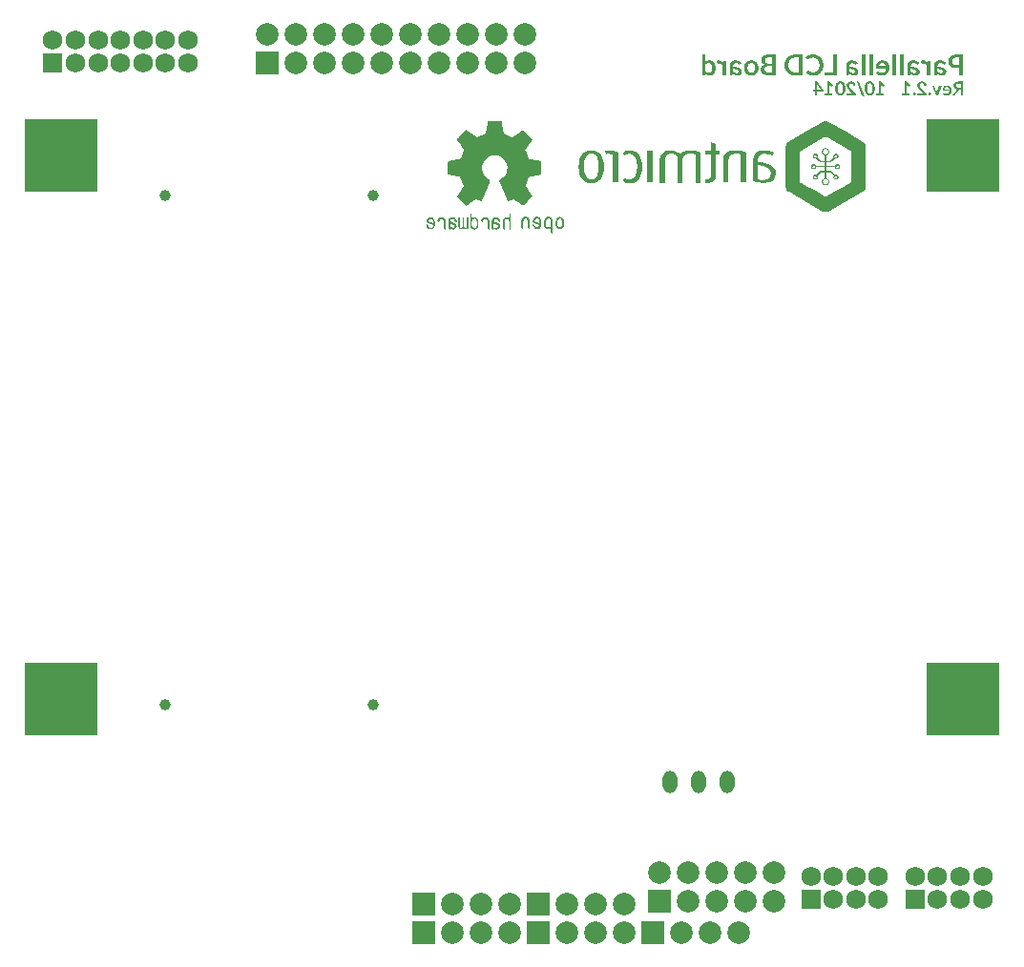
<source format=gbs>
%FSLAX25Y25*%
%MOIN*%
G70*
G01*
G75*
G04 Layer_Color=16711935*
%ADD10R,0.03000X0.03000*%
%ADD11R,0.10039X0.08858*%
%ADD12R,0.03000X0.03000*%
%ADD13R,0.01102X0.07087*%
%ADD14R,0.01201X0.05701*%
%ADD15R,0.01673X0.01969*%
%ADD16R,0.00984X0.01969*%
%ADD17R,0.00984X0.04331*%
%ADD18R,0.06693X0.05906*%
%ADD19R,0.01575X0.01969*%
%ADD20C,0.01600*%
%ADD21C,0.01000*%
%ADD22C,0.00800*%
%ADD23C,0.01200*%
%ADD24C,0.03150*%
%ADD25C,0.07087*%
%ADD26R,0.07087X0.07087*%
%ADD27C,0.07087*%
%ADD28R,0.07087X0.07087*%
%ADD29R,0.25000X0.25000*%
%ADD30C,0.06000*%
%ADD31R,0.06000X0.06000*%
%ADD32O,0.04331X0.07087*%
%ADD33C,0.02047*%
%ADD34C,0.02000*%
%ADD35C,0.01800*%
%ADD36C,0.04000*%
%ADD37C,0.05600*%
G04:AMPARAMS|DCode=38|XSize=90.157mil|YSize=90.157mil|CornerRadius=0mil|HoleSize=0mil|Usage=FLASHONLY|Rotation=0.000|XOffset=0mil|YOffset=0mil|HoleType=Round|Shape=Relief|Width=10mil|Gap=15mil|Entries=4|*
%AMTHD38*
7,0,0,0.09016,0.06016,0.01000,45*
%
%ADD38THD38*%
%ADD39C,0.05616*%
%ADD40C,0.05616*%
%ADD41C,0.14100*%
G04:AMPARAMS|DCode=42|XSize=80mil|YSize=80mil|CornerRadius=0mil|HoleSize=0mil|Usage=FLASHONLY|Rotation=0.000|XOffset=0mil|YOffset=0mil|HoleType=Round|Shape=Relief|Width=10mil|Gap=15mil|Entries=4|*
%AMTHD42*
7,0,0,0.08000,0.05000,0.01000,45*
%
%ADD42THD42*%
%ADD43C,0.04600*%
%ADD44C,0.03962*%
G04:AMPARAMS|DCode=45|XSize=73.622mil|YSize=73.622mil|CornerRadius=0mil|HoleSize=0mil|Usage=FLASHONLY|Rotation=0.000|XOffset=0mil|YOffset=0mil|HoleType=Round|Shape=Relief|Width=10mil|Gap=15mil|Entries=4|*
%AMTHD45*
7,0,0,0.07362,0.04362,0.01000,45*
%
%ADD45THD45*%
%ADD46C,0.02387*%
%ADD47C,0.02191*%
%ADD48C,0.00984*%
%ADD49C,0.02362*%
%ADD50C,0.00900*%
%ADD51C,0.00787*%
%ADD52C,0.00394*%
%ADD53C,0.00700*%
%ADD54C,0.01181*%
%ADD55R,0.03800X0.03800*%
%ADD56R,0.10839X0.09658*%
%ADD57R,0.03800X0.03800*%
%ADD58R,0.01902X0.07887*%
%ADD59R,0.01595X0.06095*%
%ADD60R,0.02473X0.02769*%
%ADD61R,0.01784X0.02769*%
%ADD62R,0.01784X0.05131*%
%ADD63R,0.07493X0.06706*%
%ADD64R,0.02375X0.02769*%
%ADD65C,0.03950*%
%ADD66C,0.07887*%
%ADD67R,0.07887X0.07887*%
%ADD68C,0.07887*%
%ADD69R,0.07887X0.07887*%
%ADD70R,0.25800X0.25800*%
%ADD71C,0.06800*%
%ADD72R,0.06800X0.06800*%
%ADD73O,0.05131X0.07887*%
G36*
X152206Y279705D02*
X152206Y279705D01*
X152206Y279706D01*
X152206Y279705D01*
D02*
G37*
G36*
X153674D02*
X153674Y279705D01*
X153674Y279706D01*
X153674Y279705D01*
D02*
G37*
G36*
X173192Y279494D02*
X173192Y279494D01*
X173192Y279494D01*
X173192Y279494D01*
D02*
G37*
G36*
X175457Y279495D02*
X175457Y279495D01*
X175456Y279495D01*
X175457Y279495D01*
D02*
G37*
G36*
X141196Y279787D02*
X141196Y279786D01*
X141197Y279786D01*
X141196Y279787D01*
X141196Y279787D01*
X141196Y279786D01*
Y279786D01*
X141194Y279787D01*
X141196Y279787D01*
D02*
G37*
G36*
X141861Y279792D02*
X141861Y279791D01*
X141861Y279792D01*
X141861Y279792D01*
D02*
G37*
G36*
X141349Y279740D02*
X141349Y279738D01*
X141348Y279738D01*
X141349Y279738D01*
X141348Y279739D01*
X141348Y279739D01*
X141348Y279738D01*
X141348Y279739D01*
X141344Y279741D01*
X141349Y279740D01*
D02*
G37*
G36*
X141342Y279741D02*
X141343Y279741D01*
X141344Y279741D01*
X141343Y279741D01*
X141348Y279739D01*
X141348Y279739D01*
X141343Y279741D01*
X141342Y279741D01*
X141342Y279741D01*
D02*
G37*
G36*
X177842Y279464D02*
X177842D01*
X177842Y279465D01*
X177842Y279464D01*
D02*
G37*
G36*
X176067Y279225D02*
X176067Y279225D01*
X176067Y279225D01*
X176066Y279225D01*
X176067Y279225D01*
X176066Y279225D01*
X176067Y279225D01*
D02*
G37*
G36*
X182338Y279247D02*
X182337Y279247D01*
X182338Y279249D01*
X182338Y279247D01*
D02*
G37*
G36*
X155895Y284674D02*
Y283179D01*
X156284Y283375D01*
X156726Y283440D01*
X157013Y283414D01*
X157277Y283334D01*
X157520Y283202D01*
X157741Y283017D01*
X157924Y282795D01*
X158055Y282550D01*
X158134Y282284D01*
X158160Y281995D01*
Y280580D01*
X158134Y280292D01*
X158055Y280025D01*
X157924Y279780D01*
X157741Y279558D01*
X157520Y279373D01*
X157277Y279241D01*
X157013Y279162D01*
X156726Y279135D01*
X156440Y279162D01*
X156175Y279241D01*
X155931Y279373D01*
X155709Y279558D01*
X155524Y279781D01*
X155391Y280025D01*
X155312Y280292D01*
X155285Y280580D01*
Y284943D01*
X155895Y284674D01*
D02*
G37*
G36*
X151727Y283149D02*
X151728Y280200D01*
X151728Y280200D01*
X151728Y280200D01*
X151731Y280200D01*
X151728Y280200D01*
X151731Y280194D01*
X151731Y280194D01*
X151763Y280016D01*
X151768Y280003D01*
X151769Y280004D01*
X151865Y279855D01*
X151868Y279848D01*
X151874Y279845D01*
X151874Y279846D01*
X152015Y279744D01*
X152028Y279739D01*
X152029Y279739D01*
X152192Y279705D01*
X152199Y279702D01*
X152206Y279705D01*
X152206Y279705D01*
X152206Y279705D01*
X152206Y279706D01*
X152366Y279739D01*
X152366Y279739D01*
Y279739D01*
X152366Y279739D01*
X152366Y279739D01*
X152366Y279739D01*
X152379Y279744D01*
X152379Y279745D01*
X152517Y279845D01*
X152522Y279848D01*
X152525Y279855D01*
X152525Y279855D01*
X152619Y280004D01*
X152624Y280016D01*
X152624Y280016D01*
X152656Y280194D01*
X152659Y280200D01*
X152659Y280200D01*
X152656Y280200D01*
X152652Y283389D01*
X153195Y283149D01*
X153196Y280200D01*
X153197Y280198D01*
X153197Y280198D01*
X153199Y280198D01*
X153197Y280198D01*
X153197Y280198D01*
X153196Y280196D01*
X153196D01*
X153199Y280190D01*
X153200Y280190D01*
X153199Y280190D01*
X153199Y280190D01*
X153199Y280190D01*
X153199Y280189D01*
X153200Y280189D01*
X153231Y280017D01*
X153231Y280016D01*
X153231Y280016D01*
X153231Y280017D01*
X153232Y280017D01*
X153232Y280017D01*
X153232Y280017D01*
X153231Y280016D01*
Y280016D01*
X153231D01*
X153235Y280008D01*
X153231Y280016D01*
X153232Y280017D01*
X153236Y280006D01*
X153235Y280008D01*
X153236Y280006D01*
X153236Y280005D01*
X153236Y280004D01*
X153237Y280005D01*
X153334Y279855D01*
X153333Y279855D01*
X153333Y279855D01*
X153334Y279854D01*
X153334Y279854D01*
X153334Y279854D01*
X153335Y279853D01*
X153340Y279848D01*
X153337Y279851D01*
X153335Y279853D01*
X153334Y279855D01*
X153334Y279855D01*
X153334Y279855D01*
X153334Y279855D01*
X153337Y279851D01*
X153342Y279846D01*
X153342Y279846D01*
X153340Y279848D01*
X153341Y279845D01*
X153341Y279845D01*
X153342Y279846D01*
X153342Y279845D01*
X153341Y279845D01*
X153341Y279845D01*
X153342Y279845D01*
X153343Y279846D01*
X153481Y279745D01*
X153481Y279745D01*
X153481Y279745D01*
X153481Y279744D01*
X153494Y279739D01*
X153495Y279739D01*
X153660Y279705D01*
X153667Y279702D01*
X153674Y279705D01*
X153674Y279705D01*
X153674Y279705D01*
X153674Y279706D01*
X153834Y279739D01*
X153834Y279739D01*
X153834Y279739D01*
X153835Y279739D01*
X153834Y279739D01*
X153835Y279739D01*
X153835Y279739D01*
X153835Y279739D01*
X153848Y279744D01*
X153848Y279744D01*
X153848Y279744D01*
X153847Y279745D01*
X153848Y279744D01*
X153848Y279744D01*
X153848Y279744D01*
X153834Y279739D01*
X153834Y279739D01*
X153834Y279739D01*
X153834Y279739D01*
X153847Y279745D01*
X153847Y279745D01*
X153847Y279745D01*
X153984Y279846D01*
X153985Y279845D01*
X153985Y279845D01*
X153985Y279845D01*
X153985Y279845D01*
X153985Y279845D01*
X153985Y279845D01*
X153985Y279846D01*
X153985Y279845D01*
D01*
X153985Y279845D01*
X153985Y279845D01*
X153984Y279846D01*
X153984Y279846D01*
X153984Y279846D01*
X153993Y279856D01*
X154087Y280004D01*
X154087Y280004D01*
X154087Y280004D01*
X154087Y280004D01*
X154087Y280004D01*
X154087Y280004D01*
X154088Y280004D01*
X154088Y280004D01*
X154087Y280004D01*
X154087Y280003D01*
X154088Y280004D01*
D01*
X154093Y280016D01*
X154093D01*
D01*
X154092Y280015D01*
X154093Y280016D01*
X154092Y280016D01*
X154093Y280016D01*
X154093Y280016D01*
X154093D01*
X154093Y280016D01*
X154092Y280017D01*
X154123Y280194D01*
X154123Y280194D01*
X154123Y280194D01*
X154123Y280194D01*
X154123Y280194D01*
X154123Y280194D01*
X154124Y280194D01*
X154124Y280194D01*
X154123Y280194D01*
X154124Y280193D01*
X154124Y280194D01*
X154124Y280194D01*
X154126Y280200D01*
X154126Y280200D01*
X154124D01*
X154120Y283389D01*
X154663Y283149D01*
Y280188D01*
X154590Y279787D01*
X154378Y279459D01*
X154061Y279242D01*
X153659Y279169D01*
X153276Y279242D01*
X152946Y279463D01*
X152927Y279471D01*
X152908Y279463D01*
X152908Y279463D01*
X152908Y279462D01*
X152586Y279242D01*
X152192Y279169D01*
X151805Y279243D01*
X151480Y279467D01*
X151258Y279794D01*
X151184Y280184D01*
Y283389D01*
X151727Y283149D01*
D02*
G37*
G36*
X186909Y283502D02*
X187167Y283424D01*
X187404Y283295D01*
X187619Y283115D01*
X187799Y282897D01*
X187927Y282658D01*
X188003Y282398D01*
X188029Y282114D01*
Y280703D01*
X188003Y280419D01*
X187927Y280158D01*
X187799Y279920D01*
X187619Y279702D01*
X187404Y279521D01*
X187167Y279393D01*
X186909Y279315D01*
X186629Y279290D01*
X186349Y279315D01*
X186090Y279393D01*
X185852Y279521D01*
X185635Y279702D01*
X185454Y279920D01*
X185325Y280159D01*
X185247Y280419D01*
X185221Y280703D01*
Y282114D01*
X185247Y282398D01*
X185325Y282658D01*
X185454Y282897D01*
X185635Y283114D01*
X185852Y283295D01*
X186090Y283424D01*
X186349Y283502D01*
X186629Y283527D01*
X186909Y283502D01*
D02*
G37*
G36*
X177841Y279463D02*
X177840Y279463D01*
X177842Y279464D01*
X177841Y279463D01*
D02*
G37*
G36*
X178930Y279248D02*
X178930Y279247D01*
X178930Y279249D01*
X178930Y279248D01*
D02*
G37*
G36*
X178930Y279249D02*
D01*
X178930Y279249D01*
X178930Y279249D01*
D02*
G37*
G36*
X144485Y281680D02*
X144485Y281680D01*
X144485Y281680D01*
X144485Y281680D01*
D02*
G37*
G36*
X159681D02*
X159681Y281680D01*
X159681Y281680D01*
X159680Y281680D01*
X159681Y281680D01*
D02*
G37*
G36*
X141810Y283381D02*
X142069Y283303D01*
X142305Y283174D01*
X142521Y282994D01*
X142700Y282776D01*
X142828Y282538D01*
X142904Y282277D01*
X142930Y281993D01*
Y280582D01*
X142904Y280298D01*
X142828Y280037D01*
X142700Y279799D01*
X142521Y279581D01*
X142305Y279400D01*
X142069Y279272D01*
X141810Y279194D01*
X141530Y279169D01*
X141252Y279194D01*
X141000Y279270D01*
X140773Y279396D01*
X140572Y279572D01*
X140235Y280067D01*
X140123Y280584D01*
Y280867D01*
X140666Y280624D01*
X140663Y280592D01*
X140666Y280585D01*
X140667Y280586D01*
X140731Y280259D01*
X140736Y280246D01*
X140736Y280247D01*
X140915Y279981D01*
X140918Y279974D01*
X140921Y279973D01*
X140921Y279973D01*
X140921Y279973D01*
X140922Y279974D01*
X141049Y279869D01*
X141049Y279868D01*
X141049Y279868D01*
X141049Y279869D01*
X141048Y279868D01*
X141049Y279868D01*
X141048Y279867D01*
X141048Y279867D01*
X141048Y279868D01*
X141048Y279867D01*
X141048Y279867D01*
X141048Y279867D01*
X141048Y279867D01*
X141048Y279867D01*
X141053Y279865D01*
X141054Y279865D01*
X141054Y279865D01*
X141054Y279865D01*
X141190Y279789D01*
X141190Y279789D01*
X141190Y279789D01*
X141191Y279789D01*
X141190Y279789D01*
X141190Y279789D01*
X141190Y279789D01*
X141191Y279789D01*
X141191Y279789D01*
X141191Y279788D01*
X141194Y279787D01*
X141191Y279789D01*
X141194Y279787D01*
X141194Y279787D01*
X141196Y279787D01*
X141191Y279788D01*
X141191Y279789D01*
X141196Y279787D01*
X141196Y279786D01*
X141197Y279786D01*
X141197Y279786D01*
X141342Y279741D01*
X141342Y279741D01*
X141343Y279741D01*
X141343Y279741D01*
X141342Y279741D01*
X141348Y279739D01*
X141349Y279738D01*
X141349Y279738D01*
X141349Y279740D01*
X141504Y279725D01*
X141504Y279723D01*
X141508Y279721D01*
X141514Y279724D01*
X141514Y279725D01*
X141848Y279786D01*
X141861Y279791D01*
Y279791D01*
X141862Y279792D01*
X141861Y279792D01*
X142132Y279977D01*
X142133Y279977D01*
D01*
X142139Y279979D01*
X142142Y279987D01*
X142141Y279987D01*
X142323Y280264D01*
X142328Y280276D01*
X142327Y280277D01*
X142328Y280276D01*
X142328Y280276D01*
X142328Y280276D01*
X142328Y280277D01*
X142327Y280277D01*
X142388Y280612D01*
X142388Y280612D01*
X142388Y280612D01*
X142390Y280618D01*
X142379Y280644D01*
X142368Y280648D01*
Y280649D01*
X142367Y280649D01*
Y280649D01*
X140123Y281655D01*
Y281993D01*
X140149Y282286D01*
X140226Y282549D01*
X140355Y282784D01*
X140535Y282992D01*
X141003Y283303D01*
X141532Y283406D01*
X141810Y283381D01*
D02*
G37*
G36*
X142388Y280612D02*
X142388Y280612D01*
X142387Y280612D01*
X142387Y280612D01*
X142387Y280612D01*
X142388Y280612D01*
D02*
G37*
G36*
X159160Y282559D02*
D01*
X159161Y282559D01*
X159160Y282559D01*
D02*
G37*
G36*
X162959Y282566D02*
X162959Y282566D01*
X162959Y282567D01*
X162959Y282566D01*
D02*
G37*
G36*
X143962Y282553D02*
X143962Y282553D01*
X143963Y282554D01*
X143962Y282553D01*
D02*
G37*
G36*
X143965Y282558D02*
X143964Y282558D01*
X143963Y282554D01*
X143964Y282558D01*
X143964Y282558D01*
X143965Y282559D01*
X143965Y282558D01*
D02*
G37*
G36*
X181266Y280136D02*
X181266Y280136D01*
X181266Y280136D01*
X181266Y280137D01*
X181266Y280136D01*
X181266Y280137D01*
X181266Y280136D01*
D02*
G37*
G36*
X141053Y279865D02*
X141053Y279865D01*
X141048Y279867D01*
X141053Y279865D01*
D02*
G37*
G36*
X141053Y279865D02*
X141053Y279865D01*
X141049Y279868D01*
X141053Y279865D01*
D02*
G37*
G36*
X153334Y279855D02*
X153334Y279854D01*
X153333Y279855D01*
X153333Y279855D01*
X153334Y279855D01*
D02*
G37*
G36*
X141054Y279865D02*
X141054Y279865D01*
X141054Y279865D01*
X141053Y279865D01*
X141053Y279865D01*
X141054Y279865D01*
X141054Y279865D01*
X141053Y279865D01*
X141054Y279865D01*
D02*
G37*
G36*
X154088Y280004D02*
X154087Y280005D01*
X154092Y280015D01*
X154088Y280004D01*
D02*
G37*
G36*
X153236Y280005D02*
X153237Y280005D01*
X153236Y280005D01*
X153236Y280005D01*
D01*
X153236Y280006D01*
X153236Y280006D01*
X153236Y280005D01*
D02*
G37*
G36*
X140921Y279973D02*
X140921Y279973D01*
X140922Y279974D01*
X140921Y279973D01*
D02*
G37*
G36*
X142133Y279977D02*
X142133Y279977D01*
X142133Y279978D01*
X142133Y279977D01*
D02*
G37*
G36*
X161945Y279105D02*
X161945Y279105D01*
X161945Y279105D01*
X161945Y279105D01*
D02*
G37*
G36*
X309126Y329559D02*
X308867Y329212D01*
X308845Y329189D01*
X308822Y329167D01*
X308800Y329152D01*
X308793Y329145D01*
X308748Y329130D01*
X308704Y329123D01*
X308637D01*
X308608Y329130D01*
X308578D01*
X308549Y329145D01*
X308519Y329160D01*
X308497Y329175D01*
X308489Y329182D01*
X307794Y329752D01*
X307801Y329626D01*
Y329567D01*
X307809Y329515D01*
Y329471D01*
Y329441D01*
Y329419D01*
Y329411D01*
Y326614D01*
X308778D01*
Y326000D01*
X306114D01*
Y326614D01*
X306980D01*
Y330817D01*
X307661D01*
X309126Y329559D01*
D02*
G37*
G36*
X288591Y330854D02*
X288687Y330840D01*
X288783Y330825D01*
X288857Y330810D01*
X288909Y330795D01*
X288946Y330788D01*
X288961Y330780D01*
X289057Y330743D01*
X289153Y330699D01*
X289235Y330655D01*
X289309Y330618D01*
X289368Y330573D01*
X289412Y330544D01*
X289442Y330521D01*
X289449Y330514D01*
X289523Y330447D01*
X289597Y330373D01*
X289656Y330299D01*
X289708Y330225D01*
X289753Y330166D01*
X289782Y330114D01*
X289804Y330085D01*
X289812Y330070D01*
X289856Y329974D01*
X289901Y329870D01*
X289930Y329767D01*
X289960Y329670D01*
X289975Y329589D01*
X289989Y329530D01*
X289997Y329485D01*
Y329478D01*
Y329471D01*
X289568Y329389D01*
X289523Y329382D01*
X289457D01*
X289383Y329389D01*
X289323Y329411D01*
X289286Y329426D01*
X289272Y329434D01*
X289220Y329485D01*
X289190Y329552D01*
X289168Y329596D01*
X289161Y329611D01*
Y329619D01*
X289131Y329707D01*
X289087Y329789D01*
X289042Y329855D01*
X288998Y329915D01*
X288961Y329959D01*
X288924Y329989D01*
X288902Y330011D01*
X288894Y330018D01*
X288820Y330070D01*
X288739Y330107D01*
X288657Y330137D01*
X288576Y330151D01*
X288509Y330166D01*
X288458Y330174D01*
X288406D01*
X288295Y330166D01*
X288243Y330159D01*
X288199Y330151D01*
X288169Y330137D01*
X288139Y330129D01*
X288125Y330122D01*
X288117D01*
X288028Y330085D01*
X287962Y330040D01*
X287932Y330018D01*
X287910Y330003D01*
X287903Y329996D01*
X287895Y329989D01*
X287836Y329915D01*
X287792Y329848D01*
X287777Y329811D01*
X287762Y329789D01*
X287755Y329774D01*
Y329767D01*
X287725Y329663D01*
X287710Y329567D01*
X287703Y329530D01*
Y329493D01*
Y329471D01*
Y329463D01*
X287710Y329330D01*
X287718Y329271D01*
X287725Y329212D01*
X287740Y329167D01*
X287747Y329130D01*
X287755Y329108D01*
Y329101D01*
X287799Y328975D01*
X287821Y328916D01*
X287851Y328864D01*
X287866Y328827D01*
X287888Y328790D01*
X287895Y328768D01*
X287903Y328760D01*
X287984Y328642D01*
X288021Y328583D01*
X288058Y328531D01*
X288095Y328486D01*
X288125Y328457D01*
X288139Y328435D01*
X288147Y328427D01*
X288258Y328301D01*
X288317Y328242D01*
X288361Y328183D01*
X288406Y328139D01*
X288443Y328102D01*
X288465Y328079D01*
X288472Y328072D01*
X289938Y326607D01*
X289989Y326548D01*
X290019Y326496D01*
X290041Y326459D01*
X290049Y326451D01*
Y326444D01*
X290071Y326377D01*
X290078Y326326D01*
X290086Y326281D01*
Y326274D01*
Y326266D01*
Y326000D01*
X286778D01*
Y326488D01*
Y326533D01*
X286793Y326570D01*
X286815Y326636D01*
X286844Y326673D01*
X286852Y326688D01*
X286859D01*
X286889Y326718D01*
X286926Y326733D01*
X286992Y326762D01*
X287022D01*
X287044Y326770D01*
X288302D01*
X288406Y326762D01*
X288502Y326755D01*
X288539Y326747D01*
X288569D01*
X288591Y326740D01*
X288598D01*
X288709Y326718D01*
X288813Y326696D01*
X288850Y326681D01*
X288879Y326673D01*
X288902Y326666D01*
X288909D01*
X287829Y327776D01*
X287688Y327924D01*
X287621Y327991D01*
X287570Y328050D01*
X287525Y328094D01*
X287488Y328139D01*
X287466Y328161D01*
X287459Y328168D01*
X287333Y328309D01*
X287281Y328383D01*
X287237Y328442D01*
X287200Y328494D01*
X287170Y328531D01*
X287155Y328560D01*
X287148Y328568D01*
X287059Y328723D01*
X287022Y328797D01*
X286992Y328864D01*
X286970Y328916D01*
X286955Y328960D01*
X286941Y328990D01*
Y328997D01*
X286911Y329086D01*
X286896Y329175D01*
X286881Y329256D01*
X286867Y329330D01*
Y329397D01*
X286859Y329448D01*
Y329478D01*
Y329493D01*
X286867Y329604D01*
X286874Y329715D01*
X286896Y329811D01*
X286911Y329892D01*
X286933Y329959D01*
X286955Y330011D01*
X286963Y330040D01*
X286970Y330055D01*
X287015Y330144D01*
X287066Y330225D01*
X287118Y330299D01*
X287170Y330366D01*
X287214Y330418D01*
X287251Y330455D01*
X287274Y330477D01*
X287281Y330484D01*
X287355Y330551D01*
X287436Y330610D01*
X287518Y330655D01*
X287592Y330692D01*
X287658Y330729D01*
X287710Y330751D01*
X287740Y330758D01*
X287755Y330766D01*
X287858Y330803D01*
X287962Y330825D01*
X288065Y330847D01*
X288162Y330854D01*
X288243Y330862D01*
X288302Y330869D01*
X288480D01*
X288591Y330854D01*
D02*
G37*
G36*
X282086Y329559D02*
X281827Y329212D01*
X281805Y329189D01*
X281783Y329167D01*
X281761Y329152D01*
X281753Y329145D01*
X281709Y329130D01*
X281664Y329123D01*
X281598D01*
X281568Y329130D01*
X281539D01*
X281509Y329145D01*
X281479Y329160D01*
X281457Y329175D01*
X281450Y329182D01*
X280754Y329752D01*
X280762Y329626D01*
Y329567D01*
X280769Y329515D01*
Y329471D01*
Y329441D01*
Y329419D01*
Y329411D01*
Y326614D01*
X281738D01*
Y326000D01*
X279074D01*
Y326614D01*
X279940D01*
Y330817D01*
X280621D01*
X282086Y329559D01*
D02*
G37*
G36*
X300113D02*
X299854Y329212D01*
X299831Y329189D01*
X299809Y329167D01*
X299787Y329152D01*
X299780Y329145D01*
X299735Y329130D01*
X299691Y329123D01*
X299624D01*
X299595Y329130D01*
X299565D01*
X299535Y329145D01*
X299506Y329160D01*
X299484Y329175D01*
X299476Y329182D01*
X298781Y329752D01*
X298788Y329626D01*
Y329567D01*
X298795Y329515D01*
Y329471D01*
Y329441D01*
Y329419D01*
Y329411D01*
Y326614D01*
X299765D01*
Y326000D01*
X297101D01*
Y326614D01*
X297967D01*
Y330817D01*
X298647D01*
X300113Y329559D01*
D02*
G37*
G36*
X253696Y338199D02*
X253896Y338177D01*
X254074Y338155D01*
X254218Y338122D01*
X254352Y338077D01*
X254452Y338055D01*
X254507Y338033D01*
X254530Y338022D01*
X254696Y337944D01*
X254852Y337855D01*
X254985Y337766D01*
X255107Y337688D01*
X255196Y337611D01*
X255274Y337544D01*
X255318Y337499D01*
X255329Y337488D01*
X255452Y337355D01*
X255552Y337222D01*
X255641Y337077D01*
X255718Y336955D01*
X255774Y336844D01*
X255818Y336744D01*
X255840Y336688D01*
X255852Y336677D01*
Y336666D01*
X255907Y336477D01*
X255952Y336289D01*
X255985Y336100D01*
X256007Y335933D01*
X256018Y335789D01*
X256029Y335666D01*
Y335622D01*
Y335589D01*
Y335578D01*
Y335566D01*
X256018Y335344D01*
X255996Y335133D01*
X255974Y334955D01*
X255941Y334789D01*
X255907Y334655D01*
X255874Y334555D01*
X255863Y334489D01*
X255852Y334478D01*
Y334467D01*
X255774Y334289D01*
X255685Y334133D01*
X255607Y333989D01*
X255518Y333867D01*
X255440Y333767D01*
X255385Y333700D01*
X255341Y333644D01*
X255329Y333633D01*
X255196Y333511D01*
X255063Y333400D01*
X254929Y333311D01*
X254807Y333233D01*
X254696Y333178D01*
X254607Y333133D01*
X254552Y333111D01*
X254530Y333100D01*
X254352Y333044D01*
X254174Y333000D01*
X253996Y332967D01*
X253830Y332944D01*
X253696Y332933D01*
X253585Y332922D01*
X253485D01*
X253274Y332933D01*
X253074Y332956D01*
X252896Y332978D01*
X252741Y333011D01*
X252619Y333044D01*
X252519Y333078D01*
X252463Y333089D01*
X252441Y333100D01*
X252274Y333178D01*
X252119Y333267D01*
X251985Y333355D01*
X251874Y333433D01*
X251774Y333511D01*
X251708Y333578D01*
X251663Y333622D01*
X251652Y333633D01*
X251530Y333767D01*
X251430Y333911D01*
X251341Y334044D01*
X251274Y334178D01*
X251219Y334289D01*
X251174Y334389D01*
X251152Y334444D01*
X251141Y334467D01*
X251074Y334655D01*
X251030Y334844D01*
X250996Y335033D01*
X250974Y335200D01*
X250963Y335344D01*
X250952Y335466D01*
Y335511D01*
Y335544D01*
Y335555D01*
Y335566D01*
X250963Y335789D01*
X250985Y336000D01*
X251008Y336189D01*
X251041Y336344D01*
X251085Y336477D01*
X251108Y336577D01*
X251130Y336644D01*
X251141Y336666D01*
X251219Y336844D01*
X251296Y337000D01*
X251385Y337144D01*
X251463Y337266D01*
X251541Y337355D01*
X251596Y337433D01*
X251641Y337477D01*
X251652Y337488D01*
X251774Y337611D01*
X251908Y337722D01*
X252041Y337811D01*
X252163Y337888D01*
X252274Y337944D01*
X252363Y337988D01*
X252419Y338011D01*
X252441Y338022D01*
X252619Y338088D01*
X252796Y338133D01*
X252974Y338166D01*
X253141Y338188D01*
X253274Y338199D01*
X253385Y338211D01*
X253485D01*
X253696Y338199D01*
D02*
G37*
G36*
X242275Y338222D02*
X242431Y338188D01*
X242575Y338144D01*
X242697Y338100D01*
X242797Y338044D01*
X242875Y338000D01*
X242920Y337966D01*
X242942Y337955D01*
X243075Y337844D01*
X243197Y337722D01*
X243308Y337599D01*
X243397Y337477D01*
X243475Y337366D01*
X243542Y337277D01*
X243575Y337222D01*
X243586Y337211D01*
Y337200D01*
X243664Y337822D01*
X243686Y337933D01*
X243720Y338000D01*
X243753Y338044D01*
X243764Y338055D01*
X243842Y338100D01*
X243931Y338122D01*
X243997Y338133D01*
X244753D01*
Y333000D01*
X243519D01*
Y336189D01*
X243442Y336333D01*
X243364Y336455D01*
X243286Y336566D01*
X243219Y336655D01*
X243153Y336722D01*
X243097Y336766D01*
X243064Y336800D01*
X243053Y336811D01*
X242942Y336889D01*
X242831Y336944D01*
X242720Y336977D01*
X242620Y337011D01*
X242531Y337022D01*
X242464Y337033D01*
X242397D01*
X242253Y337022D01*
X242142Y337011D01*
X242075Y337000D01*
X242053Y336988D01*
X241964Y336966D01*
X241897Y336955D01*
X241842D01*
X241786Y336966D01*
X241753Y336977D01*
X241731Y336988D01*
X241720D01*
X241686Y337033D01*
X241664Y337077D01*
X241642Y337111D01*
Y337122D01*
X241486Y338033D01*
X241586Y338100D01*
X241686Y338144D01*
X241786Y338188D01*
X241886Y338211D01*
X241975Y338222D01*
X242042Y338233D01*
X242108D01*
X242275Y338222D01*
D02*
G37*
G36*
X313270Y330854D02*
X313366Y330840D01*
X313462Y330825D01*
X313536Y330810D01*
X313588Y330795D01*
X313625Y330788D01*
X313640Y330780D01*
X313736Y330743D01*
X313832Y330699D01*
X313914Y330655D01*
X313988Y330618D01*
X314047Y330573D01*
X314091Y330544D01*
X314121Y330521D01*
X314128Y330514D01*
X314202Y330447D01*
X314276Y330373D01*
X314335Y330299D01*
X314387Y330225D01*
X314432Y330166D01*
X314461Y330114D01*
X314483Y330085D01*
X314491Y330070D01*
X314535Y329974D01*
X314580Y329870D01*
X314609Y329767D01*
X314639Y329670D01*
X314654Y329589D01*
X314668Y329530D01*
X314676Y329485D01*
Y329478D01*
Y329471D01*
X314247Y329389D01*
X314202Y329382D01*
X314136D01*
X314062Y329389D01*
X314002Y329411D01*
X313965Y329426D01*
X313951Y329434D01*
X313899Y329485D01*
X313869Y329552D01*
X313847Y329596D01*
X313840Y329611D01*
Y329619D01*
X313810Y329707D01*
X313766Y329789D01*
X313721Y329855D01*
X313677Y329915D01*
X313640Y329959D01*
X313603Y329989D01*
X313581Y330011D01*
X313573Y330018D01*
X313499Y330070D01*
X313418Y330107D01*
X313336Y330137D01*
X313255Y330151D01*
X313188Y330166D01*
X313137Y330174D01*
X313085D01*
X312974Y330166D01*
X312922Y330159D01*
X312878Y330151D01*
X312848Y330137D01*
X312818Y330129D01*
X312804Y330122D01*
X312796D01*
X312707Y330085D01*
X312641Y330040D01*
X312611Y330018D01*
X312589Y330003D01*
X312582Y329996D01*
X312574Y329989D01*
X312515Y329915D01*
X312471Y329848D01*
X312456Y329811D01*
X312441Y329789D01*
X312434Y329774D01*
Y329767D01*
X312404Y329663D01*
X312389Y329567D01*
X312382Y329530D01*
Y329493D01*
Y329471D01*
Y329463D01*
X312389Y329330D01*
X312397Y329271D01*
X312404Y329212D01*
X312419Y329167D01*
X312426Y329130D01*
X312434Y329108D01*
Y329101D01*
X312478Y328975D01*
X312500Y328916D01*
X312530Y328864D01*
X312545Y328827D01*
X312567Y328790D01*
X312574Y328768D01*
X312582Y328760D01*
X312663Y328642D01*
X312700Y328583D01*
X312737Y328531D01*
X312774Y328486D01*
X312804Y328457D01*
X312818Y328435D01*
X312826Y328427D01*
X312937Y328301D01*
X312996Y328242D01*
X313040Y328183D01*
X313085Y328139D01*
X313122Y328102D01*
X313144Y328079D01*
X313151Y328072D01*
X314617Y326607D01*
X314668Y326548D01*
X314698Y326496D01*
X314720Y326459D01*
X314728Y326451D01*
Y326444D01*
X314750Y326377D01*
X314757Y326326D01*
X314765Y326281D01*
Y326274D01*
Y326266D01*
Y326000D01*
X311457D01*
Y326488D01*
Y326533D01*
X311472Y326570D01*
X311494Y326636D01*
X311523Y326673D01*
X311531Y326688D01*
X311538D01*
X311568Y326718D01*
X311605Y326733D01*
X311671Y326762D01*
X311701D01*
X311723Y326770D01*
X312981D01*
X313085Y326762D01*
X313181Y326755D01*
X313218Y326747D01*
X313248D01*
X313270Y326740D01*
X313277D01*
X313388Y326718D01*
X313492Y326696D01*
X313529Y326681D01*
X313558Y326673D01*
X313581Y326666D01*
X313588D01*
X312508Y327776D01*
X312367Y327924D01*
X312300Y327991D01*
X312249Y328050D01*
X312204Y328094D01*
X312167Y328139D01*
X312145Y328161D01*
X312138Y328168D01*
X312012Y328309D01*
X311960Y328383D01*
X311916Y328442D01*
X311879Y328494D01*
X311849Y328531D01*
X311834Y328560D01*
X311827Y328568D01*
X311738Y328723D01*
X311701Y328797D01*
X311671Y328864D01*
X311649Y328916D01*
X311634Y328960D01*
X311620Y328990D01*
Y328997D01*
X311590Y329086D01*
X311575Y329175D01*
X311560Y329256D01*
X311546Y329330D01*
Y329397D01*
X311538Y329448D01*
Y329478D01*
Y329493D01*
X311546Y329604D01*
X311553Y329715D01*
X311575Y329811D01*
X311590Y329892D01*
X311612Y329959D01*
X311634Y330011D01*
X311642Y330040D01*
X311649Y330055D01*
X311694Y330144D01*
X311745Y330225D01*
X311797Y330299D01*
X311849Y330366D01*
X311893Y330418D01*
X311930Y330455D01*
X311953Y330477D01*
X311960Y330484D01*
X312034Y330551D01*
X312115Y330610D01*
X312197Y330655D01*
X312271Y330692D01*
X312337Y330729D01*
X312389Y330751D01*
X312419Y330758D01*
X312434Y330766D01*
X312537Y330803D01*
X312641Y330825D01*
X312744Y330847D01*
X312841Y330854D01*
X312922Y330862D01*
X312981Y330869D01*
X313159D01*
X313270Y330854D01*
D02*
G37*
G36*
X237531Y337711D02*
X237720Y337866D01*
X237809Y337933D01*
X237898Y337977D01*
X237976Y338022D01*
X238031Y338055D01*
X238076Y338066D01*
X238087Y338077D01*
X238209Y338122D01*
X238331Y338166D01*
X238453Y338188D01*
X238564Y338199D01*
X238664Y338211D01*
X238742Y338222D01*
X238820D01*
X238998Y338211D01*
X239176Y338188D01*
X239331Y338155D01*
X239464Y338122D01*
X239576Y338077D01*
X239653Y338044D01*
X239709Y338022D01*
X239731Y338011D01*
X239875Y337933D01*
X240009Y337833D01*
X240120Y337744D01*
X240220Y337655D01*
X240309Y337566D01*
X240364Y337499D01*
X240409Y337455D01*
X240420Y337444D01*
X240520Y337311D01*
X240609Y337166D01*
X240686Y337022D01*
X240753Y336889D01*
X240798Y336777D01*
X240831Y336677D01*
X240853Y336622D01*
X240864Y336611D01*
Y336600D01*
X240920Y336411D01*
X240953Y336233D01*
X240986Y336055D01*
X240998Y335889D01*
X241009Y335744D01*
X241020Y335644D01*
Y335600D01*
Y335566D01*
Y335555D01*
Y335544D01*
X241009Y335311D01*
X240998Y335100D01*
X240975Y334911D01*
X240953Y334744D01*
X240931Y334611D01*
X240909Y334511D01*
X240886Y334444D01*
Y334433D01*
Y334422D01*
X240831Y334244D01*
X240764Y334089D01*
X240698Y333944D01*
X240642Y333833D01*
X240586Y333733D01*
X240542Y333656D01*
X240509Y333611D01*
X240498Y333600D01*
X240398Y333478D01*
X240298Y333378D01*
X240198Y333289D01*
X240098Y333222D01*
X240020Y333167D01*
X239953Y333122D01*
X239909Y333100D01*
X239898Y333089D01*
X239764Y333033D01*
X239631Y332989D01*
X239498Y332967D01*
X239375Y332944D01*
X239276Y332933D01*
X239187Y332922D01*
X239120D01*
X238931Y332933D01*
X238842Y332944D01*
X238764Y332956D01*
X238709D01*
X238664Y332967D01*
X238631Y332978D01*
X238620D01*
X238453Y333022D01*
X238320Y333078D01*
X238264Y333100D01*
X238220Y333122D01*
X238198Y333133D01*
X238187D01*
X238042Y333211D01*
X237920Y333289D01*
X237876Y333322D01*
X237842Y333355D01*
X237820Y333367D01*
X237809Y333378D01*
X237687Y333489D01*
X237576Y333589D01*
X237531Y333633D01*
X237498Y333667D01*
X237487Y333689D01*
X237476Y333700D01*
X237376Y333211D01*
X237342Y333144D01*
X237287Y333089D01*
X237242Y333055D01*
X237187Y333022D01*
X237131Y333011D01*
X237098Y333000D01*
X236298D01*
Y340433D01*
X237531D01*
Y337711D01*
D02*
G37*
G36*
X318694Y326000D02*
X317947D01*
X316592Y329419D01*
X317236D01*
X317295Y329411D01*
X317340Y329397D01*
X317377Y329382D01*
X317384Y329374D01*
X317421Y329337D01*
X317443Y329300D01*
X317458Y329278D01*
X317466Y329263D01*
X318139Y327436D01*
X318183Y327317D01*
X318198Y327265D01*
X318213Y327214D01*
X318228Y327177D01*
X318235Y327147D01*
X318243Y327125D01*
Y327117D01*
X318265Y327006D01*
X318287Y326910D01*
X318294Y326873D01*
X318302Y326844D01*
X318309Y326821D01*
Y326814D01*
X318331Y326925D01*
X318354Y327021D01*
X318361Y327066D01*
X318368Y327095D01*
X318376Y327110D01*
Y327117D01*
X318405Y327236D01*
X318435Y327332D01*
X318450Y327376D01*
X318465Y327406D01*
X318472Y327428D01*
Y327436D01*
X319131Y329263D01*
X319153Y329308D01*
X319182Y329345D01*
X319212Y329367D01*
X319219Y329374D01*
X319264Y329404D01*
X319316Y329411D01*
X319353Y329419D01*
X320048D01*
X318694Y326000D01*
D02*
G37*
G36*
X295014Y330862D02*
X295140Y330847D01*
X295258Y330817D01*
X295369Y330795D01*
X295451Y330766D01*
X295517Y330736D01*
X295562Y330721D01*
X295569Y330714D01*
X295576D01*
X295695Y330655D01*
X295798Y330581D01*
X295895Y330507D01*
X295976Y330433D01*
X296043Y330366D01*
X296087Y330314D01*
X296124Y330277D01*
X296131Y330262D01*
X296213Y330144D01*
X296287Y330018D01*
X296353Y329892D01*
X296405Y329774D01*
X296450Y329663D01*
X296479Y329582D01*
X296487Y329545D01*
X296494Y329522D01*
X296501Y329508D01*
Y329500D01*
X296546Y329323D01*
X296575Y329130D01*
X296605Y328953D01*
X296620Y328775D01*
Y328701D01*
X296627Y328627D01*
Y328568D01*
X296635Y328509D01*
Y328464D01*
Y328435D01*
Y328412D01*
Y328405D01*
X296627Y328176D01*
X296612Y327968D01*
X296590Y327783D01*
X296568Y327621D01*
X296553Y327554D01*
X296546Y327487D01*
X296531Y327436D01*
X296524Y327391D01*
X296516Y327354D01*
X296509Y327332D01*
X296501Y327317D01*
Y327310D01*
X296450Y327140D01*
X296390Y326992D01*
X296324Y326858D01*
X296265Y326747D01*
X296213Y326659D01*
X296168Y326592D01*
X296139Y326555D01*
X296131Y326540D01*
X296043Y326437D01*
X295946Y326348D01*
X295850Y326266D01*
X295761Y326207D01*
X295687Y326155D01*
X295628Y326126D01*
X295591Y326104D01*
X295576Y326096D01*
X295451Y326044D01*
X295332Y326007D01*
X295214Y325985D01*
X295103Y325970D01*
X295007Y325956D01*
X294940Y325948D01*
X294873D01*
X294740Y325956D01*
X294607Y325970D01*
X294489Y325993D01*
X294385Y326022D01*
X294304Y326052D01*
X294237Y326074D01*
X294193Y326089D01*
X294178Y326096D01*
X294059Y326155D01*
X293956Y326229D01*
X293860Y326303D01*
X293771Y326377D01*
X293704Y326437D01*
X293660Y326488D01*
X293623Y326525D01*
X293615Y326540D01*
X293527Y326659D01*
X293453Y326792D01*
X293386Y326918D01*
X293334Y327036D01*
X293290Y327147D01*
X293260Y327236D01*
X293253Y327265D01*
X293245Y327288D01*
X293238Y327302D01*
Y327310D01*
X293194Y327487D01*
X293164Y327680D01*
X293134Y327865D01*
X293120Y328035D01*
X293112Y328109D01*
Y328183D01*
Y328242D01*
X293105Y328301D01*
Y328346D01*
Y328375D01*
Y328398D01*
Y328405D01*
X293112Y328634D01*
X293127Y328842D01*
X293149Y329027D01*
X293171Y329189D01*
X293186Y329256D01*
X293194Y329323D01*
X293208Y329374D01*
X293216Y329419D01*
X293223Y329456D01*
X293231Y329478D01*
X293238Y329493D01*
Y329500D01*
X293290Y329670D01*
X293356Y329818D01*
X293416Y329944D01*
X293475Y330055D01*
X293534Y330144D01*
X293578Y330211D01*
X293608Y330248D01*
X293615Y330262D01*
X293704Y330366D01*
X293800Y330462D01*
X293897Y330536D01*
X293985Y330603D01*
X294059Y330655D01*
X294126Y330684D01*
X294163Y330706D01*
X294170Y330714D01*
X294178D01*
X294304Y330766D01*
X294422Y330803D01*
X294540Y330832D01*
X294644Y330847D01*
X294740Y330862D01*
X294807Y330869D01*
X294873D01*
X295014Y330862D01*
D02*
G37*
G36*
X310510Y326947D02*
X310576Y326932D01*
X310621Y326918D01*
X310628Y326910D01*
X310635D01*
X310695Y326881D01*
X310746Y326844D01*
X310776Y326821D01*
X310791Y326807D01*
X310835Y326755D01*
X310872Y326703D01*
X310894Y326659D01*
X310902Y326651D01*
Y326644D01*
X310924Y326577D01*
X310931Y326518D01*
X310939Y326466D01*
Y326459D01*
Y326451D01*
X310931Y326370D01*
X310917Y326311D01*
X310909Y326266D01*
X310902Y326259D01*
Y326252D01*
X310865Y326192D01*
X310828Y326141D01*
X310798Y326111D01*
X310791Y326096D01*
X310739Y326052D01*
X310687Y326022D01*
X310650Y326000D01*
X310643Y325993D01*
X310635D01*
X310561Y325970D01*
X310495Y325963D01*
X310465Y325956D01*
X310428D01*
X310354Y325963D01*
X310295Y325978D01*
X310251Y325985D01*
X310243Y325993D01*
X310236D01*
X310169Y326022D01*
X310117Y326059D01*
X310088Y326089D01*
X310073Y326096D01*
X310029Y326148D01*
X309999Y326200D01*
X309977Y326237D01*
X309969Y326244D01*
Y326252D01*
X309940Y326318D01*
X309932Y326385D01*
X309925Y326437D01*
Y326444D01*
Y326451D01*
X309932Y326525D01*
X309947Y326585D01*
X309962Y326629D01*
X309969Y326636D01*
Y326644D01*
X309999Y326710D01*
X310036Y326762D01*
X310058Y326792D01*
X310073Y326807D01*
X310125Y326851D01*
X310177Y326881D01*
X310221Y326903D01*
X310228Y326910D01*
X310236D01*
X310302Y326940D01*
X310362Y326947D01*
X310413Y326955D01*
X310428D01*
X310510Y326947D01*
D02*
G37*
G36*
X290737Y330928D02*
X290818Y330906D01*
X290848Y330891D01*
X290870Y330884D01*
X290885Y330869D01*
X290892D01*
X290959Y330803D01*
X291011Y330736D01*
X291033Y330706D01*
X291040Y330677D01*
X291055Y330662D01*
Y330655D01*
X292994Y325682D01*
X292653D01*
X292602Y325689D01*
X292565Y325697D01*
X292535Y325704D01*
X292520D01*
X292476Y325726D01*
X292431Y325741D01*
X292402Y325756D01*
X292394Y325763D01*
X292350Y325793D01*
X292320Y325822D01*
X292298Y325852D01*
X292291Y325859D01*
X292254Y325904D01*
X292232Y325948D01*
X292217Y325978D01*
X292209Y325993D01*
X290285Y330943D01*
X290633D01*
X290737Y330928D01*
D02*
G37*
G36*
X284713Y330862D02*
X284839Y330847D01*
X284957Y330817D01*
X285068Y330795D01*
X285150Y330766D01*
X285216Y330736D01*
X285261Y330721D01*
X285268Y330714D01*
X285276D01*
X285394Y330655D01*
X285498Y330581D01*
X285594Y330507D01*
X285675Y330433D01*
X285742Y330366D01*
X285786Y330314D01*
X285823Y330277D01*
X285831Y330262D01*
X285912Y330144D01*
X285986Y330018D01*
X286053Y329892D01*
X286104Y329774D01*
X286149Y329663D01*
X286178Y329582D01*
X286186Y329545D01*
X286193Y329522D01*
X286201Y329508D01*
Y329500D01*
X286245Y329323D01*
X286275Y329130D01*
X286304Y328953D01*
X286319Y328775D01*
Y328701D01*
X286326Y328627D01*
Y328568D01*
X286334Y328509D01*
Y328464D01*
Y328435D01*
Y328412D01*
Y328405D01*
X286326Y328176D01*
X286312Y327968D01*
X286289Y327783D01*
X286267Y327621D01*
X286252Y327554D01*
X286245Y327487D01*
X286230Y327436D01*
X286223Y327391D01*
X286215Y327354D01*
X286208Y327332D01*
X286201Y327317D01*
Y327310D01*
X286149Y327140D01*
X286090Y326992D01*
X286023Y326858D01*
X285964Y326747D01*
X285912Y326659D01*
X285868Y326592D01*
X285838Y326555D01*
X285831Y326540D01*
X285742Y326437D01*
X285646Y326348D01*
X285549Y326266D01*
X285461Y326207D01*
X285387Y326155D01*
X285327Y326126D01*
X285290Y326104D01*
X285276Y326096D01*
X285150Y326044D01*
X285031Y326007D01*
X284913Y325985D01*
X284802Y325970D01*
X284706Y325956D01*
X284639Y325948D01*
X284573D01*
X284439Y325956D01*
X284306Y325970D01*
X284188Y325993D01*
X284084Y326022D01*
X284003Y326052D01*
X283936Y326074D01*
X283892Y326089D01*
X283877Y326096D01*
X283759Y326155D01*
X283655Y326229D01*
X283559Y326303D01*
X283470Y326377D01*
X283403Y326437D01*
X283359Y326488D01*
X283322Y326525D01*
X283315Y326540D01*
X283226Y326659D01*
X283152Y326792D01*
X283085Y326918D01*
X283033Y327036D01*
X282989Y327147D01*
X282959Y327236D01*
X282952Y327265D01*
X282945Y327288D01*
X282937Y327302D01*
Y327310D01*
X282893Y327487D01*
X282863Y327680D01*
X282834Y327865D01*
X282819Y328035D01*
X282811Y328109D01*
Y328183D01*
Y328242D01*
X282804Y328301D01*
Y328346D01*
Y328375D01*
Y328398D01*
Y328405D01*
X282811Y328634D01*
X282826Y328842D01*
X282848Y329027D01*
X282871Y329189D01*
X282885Y329256D01*
X282893Y329323D01*
X282908Y329374D01*
X282915Y329419D01*
X282922Y329456D01*
X282930Y329478D01*
X282937Y329493D01*
Y329500D01*
X282989Y329670D01*
X283056Y329818D01*
X283115Y329944D01*
X283174Y330055D01*
X283233Y330144D01*
X283278Y330211D01*
X283307Y330248D01*
X283315Y330262D01*
X283403Y330366D01*
X283500Y330462D01*
X283596Y330536D01*
X283685Y330603D01*
X283759Y330655D01*
X283825Y330684D01*
X283862Y330706D01*
X283870Y330714D01*
X283877D01*
X284003Y330766D01*
X284121Y330803D01*
X284240Y330832D01*
X284343Y330847D01*
X284439Y330862D01*
X284506Y330869D01*
X284573D01*
X284713Y330862D01*
D02*
G37*
G36*
X327507Y326000D02*
X326612D01*
Y327880D01*
X326227D01*
X326138Y327872D01*
X326079Y327865D01*
X326042Y327850D01*
X326027Y327843D01*
X325976Y327806D01*
X325939Y327769D01*
X325909Y327732D01*
X325902Y327724D01*
Y327717D01*
X324888Y326170D01*
X324843Y326118D01*
X324792Y326074D01*
X324762Y326052D01*
X324747Y326044D01*
X324681Y326022D01*
X324621Y326007D01*
X324570Y326000D01*
X323748D01*
X324954Y327776D01*
X324999Y327843D01*
X325051Y327894D01*
X325095Y327939D01*
X325139Y327983D01*
X325184Y328013D01*
X325213Y328035D01*
X325236Y328042D01*
X325243Y328050D01*
X325154Y328079D01*
X325065Y328116D01*
X324991Y328153D01*
X324925Y328190D01*
X324866Y328220D01*
X324829Y328242D01*
X324799Y328257D01*
X324792Y328264D01*
X324718Y328316D01*
X324658Y328368D01*
X324599Y328420D01*
X324547Y328472D01*
X324510Y328509D01*
X324481Y328546D01*
X324466Y328568D01*
X324459Y328575D01*
X324370Y328708D01*
X324340Y328775D01*
X324311Y328842D01*
X324288Y328893D01*
X324274Y328930D01*
X324259Y328960D01*
Y328967D01*
X324214Y329130D01*
X324200Y329204D01*
X324192Y329278D01*
X324185Y329337D01*
Y329382D01*
Y329419D01*
Y329426D01*
X324192Y329537D01*
X324200Y329641D01*
X324214Y329737D01*
X324237Y329818D01*
X324259Y329885D01*
X324274Y329937D01*
X324281Y329966D01*
X324288Y329981D01*
X324333Y330077D01*
X324385Y330159D01*
X324436Y330233D01*
X324496Y330299D01*
X324540Y330351D01*
X324584Y330396D01*
X324614Y330418D01*
X324621Y330425D01*
X324710Y330492D01*
X324806Y330551D01*
X324903Y330595D01*
X324991Y330640D01*
X325073Y330669D01*
X325139Y330692D01*
X325184Y330706D01*
X325191Y330714D01*
X325199D01*
X325332Y330751D01*
X325472Y330773D01*
X325613Y330795D01*
X325746Y330803D01*
X325865Y330810D01*
X325909Y330817D01*
X327507D01*
Y326000D01*
D02*
G37*
G36*
X321943Y329463D02*
X322068Y329448D01*
X322187Y329426D01*
X322290Y329404D01*
X322372Y329374D01*
X322438Y329352D01*
X322475Y329337D01*
X322490Y329330D01*
X322601Y329278D01*
X322697Y329219D01*
X322786Y329160D01*
X322860Y329101D01*
X322927Y329049D01*
X322971Y329004D01*
X323001Y328975D01*
X323008Y328967D01*
X323082Y328879D01*
X323149Y328790D01*
X323208Y328701D01*
X323252Y328620D01*
X323289Y328546D01*
X323312Y328486D01*
X323326Y328449D01*
X323334Y328435D01*
X323371Y328316D01*
X323400Y328198D01*
X323415Y328087D01*
X323430Y327991D01*
X323437Y327902D01*
X323445Y327835D01*
Y327791D01*
Y327783D01*
Y327776D01*
X323437Y327613D01*
X323423Y327465D01*
X323408Y327325D01*
X323378Y327214D01*
X323356Y327117D01*
X323341Y327043D01*
X323326Y326999D01*
X323319Y326992D01*
Y326984D01*
X323267Y326858D01*
X323208Y326747D01*
X323149Y326651D01*
X323090Y326570D01*
X323038Y326503D01*
X323001Y326451D01*
X322971Y326414D01*
X322964Y326407D01*
X322875Y326326D01*
X322786Y326259D01*
X322697Y326200D01*
X322609Y326148D01*
X322542Y326111D01*
X322483Y326081D01*
X322446Y326067D01*
X322431Y326059D01*
X322313Y326022D01*
X322194Y325993D01*
X322083Y325978D01*
X321980Y325963D01*
X321891Y325956D01*
X321824Y325948D01*
X321765D01*
X321632Y325956D01*
X321573D01*
X321513Y325963D01*
X321462Y325970D01*
X321425D01*
X321402Y325978D01*
X321395D01*
X321254Y326000D01*
X321188Y326015D01*
X321136Y326030D01*
X321084Y326037D01*
X321047Y326052D01*
X321025Y326059D01*
X321018D01*
X320884Y326118D01*
X320825Y326148D01*
X320773Y326170D01*
X320729Y326200D01*
X320692Y326222D01*
X320670Y326229D01*
X320662Y326237D01*
X320544Y326326D01*
X320492Y326370D01*
X320448Y326414D01*
X320411Y326451D01*
X320381Y326481D01*
X320366Y326496D01*
X320359Y326503D01*
X320596Y326807D01*
X320618Y326829D01*
X320640Y326844D01*
X320655Y326858D01*
X320662D01*
X320685Y326873D01*
X320714Y326881D01*
X320744D01*
X320803Y326873D01*
X320855Y326858D01*
X320892Y326836D01*
X320899Y326829D01*
X320907D01*
X320973Y326792D01*
X321032Y326762D01*
X321077Y326733D01*
X321092Y326725D01*
X321099D01*
X321180Y326688D01*
X321262Y326659D01*
X321299Y326644D01*
X321328Y326636D01*
X321343Y326629D01*
X321351D01*
X321462Y326607D01*
X321573Y326592D01*
X321617Y326585D01*
X321691D01*
X321839Y326592D01*
X321965Y326622D01*
X322076Y326659D01*
X322172Y326710D01*
X322246Y326755D01*
X322298Y326792D01*
X322327Y326821D01*
X322342Y326829D01*
X322424Y326932D01*
X322490Y327051D01*
X322535Y327184D01*
X322572Y327310D01*
X322601Y327428D01*
X322609Y327473D01*
X322616Y327517D01*
Y327554D01*
X322623Y327584D01*
Y327598D01*
Y327606D01*
X320477D01*
X320448Y327613D01*
X320433Y327621D01*
X320426D01*
X320381Y327650D01*
X320374Y327658D01*
X320366Y327665D01*
X320352Y327695D01*
X320344Y327724D01*
X320337Y327754D01*
Y327761D01*
X320329Y327813D01*
X320322Y327865D01*
Y327902D01*
Y327909D01*
Y327917D01*
X320329Y328050D01*
X320337Y328176D01*
X320359Y328287D01*
X320374Y328383D01*
X320396Y328464D01*
X320418Y328523D01*
X320426Y328560D01*
X320433Y328575D01*
X320477Y328679D01*
X320529Y328775D01*
X320581Y328856D01*
X320633Y328930D01*
X320677Y328982D01*
X320714Y329027D01*
X320736Y329056D01*
X320744Y329064D01*
X320818Y329138D01*
X320899Y329197D01*
X320973Y329249D01*
X321047Y329293D01*
X321114Y329323D01*
X321166Y329345D01*
X321195Y329360D01*
X321210Y329367D01*
X321314Y329404D01*
X321417Y329426D01*
X321521Y329448D01*
X321610Y329456D01*
X321684Y329463D01*
X321750Y329471D01*
X321802D01*
X321943Y329463D01*
D02*
G37*
G36*
X315875Y326947D02*
X315941Y326932D01*
X315986Y326918D01*
X315993Y326910D01*
X316000D01*
X316060Y326881D01*
X316111Y326844D01*
X316141Y326821D01*
X316156Y326807D01*
X316200Y326755D01*
X316237Y326703D01*
X316259Y326659D01*
X316267Y326651D01*
Y326644D01*
X316289Y326577D01*
X316296Y326518D01*
X316304Y326466D01*
Y326459D01*
Y326451D01*
X316296Y326370D01*
X316282Y326311D01*
X316274Y326266D01*
X316267Y326259D01*
Y326252D01*
X316230Y326192D01*
X316193Y326141D01*
X316163Y326111D01*
X316156Y326096D01*
X316104Y326052D01*
X316052Y326022D01*
X316015Y326000D01*
X316008Y325993D01*
X316000D01*
X315926Y325970D01*
X315860Y325963D01*
X315830Y325956D01*
X315793D01*
X315719Y325963D01*
X315660Y325978D01*
X315616Y325985D01*
X315608Y325993D01*
X315601D01*
X315534Y326022D01*
X315482Y326059D01*
X315453Y326089D01*
X315438Y326096D01*
X315394Y326148D01*
X315364Y326200D01*
X315342Y326237D01*
X315334Y326244D01*
Y326252D01*
X315305Y326318D01*
X315297Y326385D01*
X315290Y326437D01*
Y326444D01*
Y326451D01*
X315297Y326525D01*
X315312Y326585D01*
X315327Y326629D01*
X315334Y326636D01*
Y326644D01*
X315364Y326710D01*
X315401Y326762D01*
X315423Y326792D01*
X315438Y326807D01*
X315490Y326851D01*
X315542Y326881D01*
X315586Y326903D01*
X315593Y326910D01*
X315601D01*
X315667Y326940D01*
X315727Y326947D01*
X315778Y326955D01*
X315793D01*
X315875Y326947D01*
D02*
G37*
G36*
X278697Y327769D02*
X278616Y327354D01*
X278601Y327302D01*
X278571Y327258D01*
X278549Y327228D01*
X278542Y327221D01*
X278490Y327199D01*
X278438Y327184D01*
X278401Y327177D01*
X276359D01*
Y326000D01*
X275641D01*
Y327177D01*
X275204D01*
X275145Y327184D01*
X275108Y327199D01*
X275086Y327214D01*
X275078Y327221D01*
X275049Y327258D01*
X275041Y327295D01*
X275034Y327325D01*
Y327332D01*
Y327813D01*
X275641D01*
Y330817D01*
X276418D01*
X278697Y327769D01*
D02*
G37*
G36*
X248097Y338222D02*
X248319Y338199D01*
X248530Y338155D01*
X248730Y338100D01*
X248919Y338044D01*
X249086Y337977D01*
X249252Y337899D01*
X249397Y337822D01*
X249530Y337744D01*
X249652Y337666D01*
X249752Y337599D01*
X249841Y337544D01*
X249908Y337488D01*
X249952Y337444D01*
X249986Y337422D01*
X249997Y337411D01*
X249774Y337022D01*
X249730Y336955D01*
X249686Y336900D01*
X249641Y336866D01*
X249630Y336855D01*
X249563Y336822D01*
X249486Y336800D01*
X249441Y336789D01*
X249419D01*
X249308Y336800D01*
X249219Y336822D01*
X249163Y336844D01*
X249141Y336855D01*
X249052Y336911D01*
X248963Y336966D01*
X248897Y337011D01*
X248886Y337022D01*
X248874D01*
X248752Y337088D01*
X248641Y337133D01*
X248586Y337155D01*
X248552Y337166D01*
X248530Y337177D01*
X248519D01*
X248352Y337222D01*
X248197Y337244D01*
X248119Y337255D01*
X248019D01*
X247875Y337244D01*
X247752Y337211D01*
X247641Y337177D01*
X247552Y337133D01*
X247486Y337077D01*
X247441Y337044D01*
X247408Y337011D01*
X247397Y337000D01*
X247319Y336900D01*
X247264Y336777D01*
X247230Y336655D01*
X247197Y336522D01*
X247186Y336411D01*
X247175Y336322D01*
Y336255D01*
Y336244D01*
Y336233D01*
Y335933D01*
X247486Y335922D01*
X247763Y335911D01*
X248019Y335889D01*
X248230Y335855D01*
X248319Y335844D01*
X248408Y335822D01*
X248475Y335811D01*
X248530Y335800D01*
X248575Y335789D01*
X248608D01*
X248630Y335777D01*
X248641D01*
X248852Y335722D01*
X249041Y335655D01*
X249197Y335589D01*
X249330Y335522D01*
X249441Y335466D01*
X249519Y335433D01*
X249563Y335400D01*
X249586Y335389D01*
X249708Y335300D01*
X249819Y335211D01*
X249908Y335133D01*
X249974Y335055D01*
X250030Y334978D01*
X250063Y334922D01*
X250085Y334889D01*
X250097Y334878D01*
X250141Y334778D01*
X250174Y334678D01*
X250208Y334578D01*
X250219Y334489D01*
X250230Y334422D01*
X250241Y334355D01*
Y334322D01*
Y334311D01*
Y334189D01*
X250219Y334067D01*
X250208Y333967D01*
X250185Y333878D01*
X250163Y333800D01*
X250152Y333744D01*
X250130Y333711D01*
Y333700D01*
X250041Y333522D01*
X249986Y333455D01*
X249941Y333389D01*
X249897Y333333D01*
X249863Y333300D01*
X249841Y333278D01*
X249830Y333267D01*
X249674Y333155D01*
X249519Y333067D01*
X249452Y333033D01*
X249397Y333022D01*
X249363Y333000D01*
X249352D01*
X249141Y332956D01*
X249041Y332944D01*
X248952Y332933D01*
X248863Y332922D01*
X248752D01*
X248552Y332933D01*
X248475D01*
X248397Y332944D01*
X248341Y332956D01*
X248286D01*
X248264Y332967D01*
X248252D01*
X248097Y333011D01*
X247952Y333055D01*
X247908Y333067D01*
X247864Y333089D01*
X247841Y333100D01*
X247830D01*
X247686Y333178D01*
X247564Y333244D01*
X247508Y333278D01*
X247475Y333300D01*
X247452Y333322D01*
X247441D01*
X247297Y333422D01*
X247175Y333522D01*
X247130Y333567D01*
X247086Y333600D01*
X247064Y333611D01*
X247053Y333622D01*
X246941Y333267D01*
X246897Y333167D01*
X246852Y333089D01*
X246808Y333055D01*
X246797Y333044D01*
X246708Y333022D01*
X246619Y333011D01*
X246552Y333000D01*
X245964D01*
Y336244D01*
Y336400D01*
X245986Y336555D01*
X246008Y336688D01*
X246030Y336811D01*
X246053Y336911D01*
X246075Y336977D01*
X246086Y337033D01*
X246097Y337044D01*
X246153Y337177D01*
X246208Y337300D01*
X246264Y337400D01*
X246330Y337488D01*
X246375Y337566D01*
X246419Y337622D01*
X246453Y337655D01*
X246464Y337666D01*
X246564Y337766D01*
X246664Y337844D01*
X246764Y337911D01*
X246852Y337977D01*
X246941Y338022D01*
X247008Y338055D01*
X247053Y338066D01*
X247064Y338077D01*
X247197Y338133D01*
X247341Y338166D01*
X247475Y338199D01*
X247597Y338211D01*
X247708Y338222D01*
X247786Y338233D01*
X247864D01*
X248097Y338222D01*
D02*
G37*
G36*
X288737D02*
X288959Y338199D01*
X289171Y338155D01*
X289370Y338100D01*
X289559Y338044D01*
X289726Y337977D01*
X289893Y337899D01*
X290037Y337822D01*
X290170Y337744D01*
X290293Y337666D01*
X290393Y337599D01*
X290481Y337544D01*
X290548Y337488D01*
X290593Y337444D01*
X290626Y337422D01*
X290637Y337411D01*
X290415Y337022D01*
X290370Y336955D01*
X290326Y336900D01*
X290282Y336866D01*
X290270Y336855D01*
X290204Y336822D01*
X290126Y336800D01*
X290082Y336789D01*
X290059D01*
X289948Y336800D01*
X289859Y336822D01*
X289804Y336844D01*
X289782Y336855D01*
X289693Y336911D01*
X289604Y336966D01*
X289537Y337011D01*
X289526Y337022D01*
X289515D01*
X289393Y337088D01*
X289282Y337133D01*
X289226Y337155D01*
X289193Y337166D01*
X289171Y337177D01*
X289159D01*
X288993Y337222D01*
X288837Y337244D01*
X288759Y337255D01*
X288659D01*
X288515Y337244D01*
X288393Y337211D01*
X288282Y337177D01*
X288193Y337133D01*
X288126Y337077D01*
X288082Y337044D01*
X288048Y337011D01*
X288037Y337000D01*
X287960Y336900D01*
X287904Y336777D01*
X287871Y336655D01*
X287837Y336522D01*
X287826Y336411D01*
X287815Y336322D01*
Y336255D01*
Y336244D01*
Y336233D01*
Y335933D01*
X288126Y335922D01*
X288404Y335911D01*
X288659Y335889D01*
X288871Y335855D01*
X288959Y335844D01*
X289048Y335822D01*
X289115Y335811D01*
X289171Y335800D01*
X289215Y335789D01*
X289248D01*
X289270Y335777D01*
X289282D01*
X289493Y335722D01*
X289682Y335655D01*
X289837Y335589D01*
X289970Y335522D01*
X290082Y335466D01*
X290159Y335433D01*
X290204Y335400D01*
X290226Y335389D01*
X290348Y335300D01*
X290459Y335211D01*
X290548Y335133D01*
X290615Y335055D01*
X290670Y334978D01*
X290704Y334922D01*
X290726Y334889D01*
X290737Y334878D01*
X290781Y334778D01*
X290815Y334678D01*
X290848Y334578D01*
X290859Y334489D01*
X290870Y334422D01*
X290881Y334355D01*
Y334322D01*
Y334311D01*
Y334189D01*
X290859Y334067D01*
X290848Y333967D01*
X290826Y333878D01*
X290804Y333800D01*
X290793Y333744D01*
X290770Y333711D01*
Y333700D01*
X290682Y333522D01*
X290626Y333455D01*
X290581Y333389D01*
X290537Y333333D01*
X290504Y333300D01*
X290481Y333278D01*
X290470Y333267D01*
X290315Y333155D01*
X290159Y333067D01*
X290093Y333033D01*
X290037Y333022D01*
X290004Y333000D01*
X289993D01*
X289782Y332956D01*
X289682Y332944D01*
X289593Y332933D01*
X289504Y332922D01*
X289393D01*
X289193Y332933D01*
X289115D01*
X289037Y332944D01*
X288982Y332956D01*
X288926D01*
X288904Y332967D01*
X288893D01*
X288737Y333011D01*
X288593Y333055D01*
X288548Y333067D01*
X288504Y333089D01*
X288482Y333100D01*
X288471D01*
X288326Y333178D01*
X288204Y333244D01*
X288148Y333278D01*
X288115Y333300D01*
X288093Y333322D01*
X288082D01*
X287937Y333422D01*
X287815Y333522D01*
X287771Y333567D01*
X287726Y333600D01*
X287704Y333611D01*
X287693Y333622D01*
X287582Y333267D01*
X287537Y333167D01*
X287493Y333089D01*
X287449Y333055D01*
X287437Y333044D01*
X287349Y333022D01*
X287260Y333011D01*
X287193Y333000D01*
X286604D01*
Y336244D01*
Y336400D01*
X286626Y336555D01*
X286649Y336688D01*
X286671Y336811D01*
X286693Y336911D01*
X286715Y336977D01*
X286726Y337033D01*
X286737Y337044D01*
X286793Y337177D01*
X286848Y337300D01*
X286904Y337400D01*
X286971Y337488D01*
X287015Y337566D01*
X287060Y337622D01*
X287093Y337655D01*
X287104Y337666D01*
X287204Y337766D01*
X287304Y337844D01*
X287404Y337911D01*
X287493Y337977D01*
X287582Y338022D01*
X287648Y338055D01*
X287693Y338066D01*
X287704Y338077D01*
X287837Y338133D01*
X287982Y338166D01*
X288115Y338199D01*
X288237Y338211D01*
X288348Y338222D01*
X288426Y338233D01*
X288504D01*
X288737Y338222D01*
D02*
G37*
G36*
X299481Y338199D02*
X299670Y338177D01*
X299847Y338144D01*
X300003Y338111D01*
X300125Y338066D01*
X300225Y338033D01*
X300280Y338011D01*
X300303Y338000D01*
X300469Y337922D01*
X300614Y337833D01*
X300747Y337744D01*
X300858Y337655D01*
X300958Y337577D01*
X301025Y337511D01*
X301069Y337466D01*
X301080Y337455D01*
X301191Y337322D01*
X301291Y337189D01*
X301380Y337055D01*
X301447Y336933D01*
X301503Y336822D01*
X301536Y336733D01*
X301558Y336677D01*
X301569Y336655D01*
X301625Y336477D01*
X301669Y336300D01*
X301692Y336133D01*
X301714Y335989D01*
X301725Y335855D01*
X301736Y335755D01*
Y335689D01*
Y335678D01*
Y335666D01*
X301725Y335422D01*
X301703Y335200D01*
X301680Y334989D01*
X301636Y334822D01*
X301603Y334678D01*
X301580Y334566D01*
X301558Y334500D01*
X301547Y334489D01*
Y334478D01*
X301469Y334289D01*
X301380Y334122D01*
X301291Y333978D01*
X301203Y333856D01*
X301125Y333755D01*
X301069Y333678D01*
X301025Y333622D01*
X301014Y333611D01*
X300880Y333489D01*
X300747Y333389D01*
X300614Y333300D01*
X300481Y333222D01*
X300380Y333167D01*
X300292Y333122D01*
X300236Y333100D01*
X300214Y333089D01*
X300036Y333033D01*
X299858Y332989D01*
X299692Y332967D01*
X299536Y332944D01*
X299403Y332933D01*
X299303Y332922D01*
X299214D01*
X299014Y332933D01*
X298925D01*
X298836Y332944D01*
X298758Y332956D01*
X298703D01*
X298670Y332967D01*
X298658D01*
X298447Y333000D01*
X298347Y333022D01*
X298270Y333044D01*
X298192Y333055D01*
X298136Y333078D01*
X298103Y333089D01*
X298092D01*
X297892Y333178D01*
X297803Y333222D01*
X297725Y333256D01*
X297658Y333300D01*
X297603Y333333D01*
X297570Y333344D01*
X297559Y333355D01*
X297381Y333489D01*
X297303Y333556D01*
X297236Y333622D01*
X297181Y333678D01*
X297136Y333722D01*
X297114Y333744D01*
X297103Y333755D01*
X297459Y334211D01*
X297492Y334244D01*
X297525Y334266D01*
X297547Y334289D01*
X297559D01*
X297592Y334311D01*
X297636Y334322D01*
X297681D01*
X297770Y334311D01*
X297847Y334289D01*
X297903Y334255D01*
X297914Y334244D01*
X297925D01*
X298025Y334189D01*
X298114Y334144D01*
X298181Y334100D01*
X298203Y334089D01*
X298214D01*
X298336Y334033D01*
X298459Y333989D01*
X298514Y333967D01*
X298558Y333956D01*
X298581Y333944D01*
X298592D01*
X298758Y333911D01*
X298925Y333889D01*
X298992Y333878D01*
X299103D01*
X299325Y333889D01*
X299514Y333933D01*
X299681Y333989D01*
X299825Y334067D01*
X299936Y334133D01*
X300014Y334189D01*
X300058Y334233D01*
X300080Y334244D01*
X300203Y334400D01*
X300303Y334578D01*
X300369Y334778D01*
X300425Y334966D01*
X300469Y335144D01*
X300481Y335211D01*
X300492Y335278D01*
Y335333D01*
X300503Y335378D01*
Y335400D01*
Y335411D01*
X297281D01*
X297236Y335422D01*
X297214Y335433D01*
X297203D01*
X297136Y335477D01*
X297125Y335489D01*
X297114Y335500D01*
X297092Y335544D01*
X297081Y335589D01*
X297070Y335633D01*
Y335644D01*
X297059Y335722D01*
X297047Y335800D01*
Y335855D01*
Y335866D01*
Y335877D01*
X297059Y336077D01*
X297070Y336266D01*
X297103Y336433D01*
X297125Y336577D01*
X297159Y336700D01*
X297192Y336789D01*
X297203Y336844D01*
X297214Y336866D01*
X297281Y337022D01*
X297359Y337166D01*
X297436Y337288D01*
X297514Y337400D01*
X297581Y337477D01*
X297636Y337544D01*
X297670Y337588D01*
X297681Y337599D01*
X297792Y337711D01*
X297914Y337800D01*
X298025Y337877D01*
X298136Y337944D01*
X298236Y337988D01*
X298314Y338022D01*
X298358Y338044D01*
X298381Y338055D01*
X298536Y338111D01*
X298692Y338144D01*
X298847Y338177D01*
X298981Y338188D01*
X299092Y338199D01*
X299192Y338211D01*
X299270D01*
X299481Y338199D01*
D02*
G37*
G36*
X275239Y340299D02*
X275516Y340266D01*
X275783Y340222D01*
X276005Y340177D01*
X276105Y340144D01*
X276183Y340122D01*
X276261Y340099D01*
X276327Y340077D01*
X276383Y340055D01*
X276416Y340044D01*
X276438Y340033D01*
X276449D01*
X276694Y339921D01*
X276916Y339799D01*
X277116Y339666D01*
X277283Y339544D01*
X277427Y339433D01*
X277527Y339344D01*
X277594Y339288D01*
X277605Y339277D01*
X277616Y339266D01*
X277794Y339077D01*
X277938Y338877D01*
X278072Y338677D01*
X278183Y338499D01*
X278272Y338344D01*
X278327Y338211D01*
X278349Y338166D01*
X278372Y338133D01*
X278383Y338111D01*
Y338100D01*
X278472Y337844D01*
X278538Y337577D01*
X278583Y337333D01*
X278616Y337100D01*
X278638Y336900D01*
Y336822D01*
X278649Y336744D01*
Y336688D01*
Y336644D01*
Y336622D01*
Y336611D01*
X278638Y336322D01*
X278616Y336044D01*
X278572Y335789D01*
X278527Y335566D01*
X278483Y335378D01*
X278461Y335311D01*
X278438Y335244D01*
X278427Y335189D01*
X278416Y335155D01*
X278405Y335133D01*
Y335122D01*
X278305Y334878D01*
X278194Y334655D01*
X278072Y334455D01*
X277960Y334289D01*
X277860Y334144D01*
X277783Y334044D01*
X277727Y333978D01*
X277705Y333967D01*
Y333956D01*
X277527Y333778D01*
X277338Y333633D01*
X277161Y333500D01*
X276983Y333389D01*
X276827Y333300D01*
X276716Y333244D01*
X276672Y333222D01*
X276638Y333200D01*
X276616Y333189D01*
X276605D01*
X276361Y333100D01*
X276105Y333033D01*
X275861Y332989D01*
X275639Y332956D01*
X275450Y332933D01*
X275361D01*
X275294Y332922D01*
X275161D01*
X274839Y332933D01*
X274539Y332967D01*
X274272Y333011D01*
X274050Y333067D01*
X273950Y333089D01*
X273872Y333122D01*
X273794Y333144D01*
X273728Y333167D01*
X273683Y333189D01*
X273650Y333200D01*
X273628Y333211D01*
X273617D01*
X273383Y333333D01*
X273172Y333467D01*
X272994Y333600D01*
X272839Y333733D01*
X272706Y333856D01*
X272617Y333956D01*
X272561Y334022D01*
X272539Y334033D01*
Y334044D01*
X273061Y334622D01*
X273128Y334666D01*
X273183Y334689D01*
X273228Y334700D01*
X273294D01*
X273339Y334689D01*
X273361Y334678D01*
X273372D01*
X273450Y334633D01*
X273472Y334622D01*
X273483Y334611D01*
X273605Y334511D01*
X273716Y334422D01*
X273750Y334400D01*
X273783Y334378D01*
X273805Y334355D01*
X273816D01*
X273939Y334289D01*
X274061Y334233D01*
X274105Y334211D01*
X274139Y334200D01*
X274161Y334189D01*
X274172D01*
X274305Y334144D01*
X274439Y334111D01*
X274494Y334100D01*
X274539D01*
X274572Y334089D01*
X274583D01*
X274750Y334078D01*
X274905Y334067D01*
X275072D01*
X275239Y334078D01*
X275405Y334089D01*
X275550Y334122D01*
X275683Y334155D01*
X275783Y334178D01*
X275872Y334211D01*
X275916Y334222D01*
X275939Y334233D01*
X276083Y334311D01*
X276216Y334389D01*
X276339Y334467D01*
X276438Y334555D01*
X276527Y334622D01*
X276583Y334678D01*
X276627Y334722D01*
X276638Y334733D01*
X276738Y334855D01*
X276827Y334989D01*
X276916Y335122D01*
X276983Y335244D01*
X277038Y335355D01*
X277072Y335444D01*
X277094Y335500D01*
X277105Y335522D01*
X277161Y335711D01*
X277205Y335889D01*
X277227Y336077D01*
X277250Y336244D01*
X277261Y336388D01*
X277272Y336511D01*
Y336555D01*
Y336589D01*
Y336600D01*
Y336611D01*
X277261Y336822D01*
X277250Y337022D01*
X277216Y337200D01*
X277183Y337355D01*
X277161Y337488D01*
X277127Y337588D01*
X277116Y337644D01*
X277105Y337666D01*
X277027Y337844D01*
X276950Y338000D01*
X276872Y338133D01*
X276794Y338255D01*
X276727Y338344D01*
X276672Y338422D01*
X276627Y338466D01*
X276616Y338477D01*
X276494Y338599D01*
X276372Y338699D01*
X276250Y338788D01*
X276127Y338855D01*
X276027Y338911D01*
X275950Y338955D01*
X275905Y338977D01*
X275883Y338988D01*
X275716Y339044D01*
X275550Y339088D01*
X275394Y339122D01*
X275250Y339144D01*
X275128Y339155D01*
X275039Y339166D01*
X274794D01*
X274650Y339155D01*
X274528Y339133D01*
X274416Y339122D01*
X274339Y339099D01*
X274272Y339077D01*
X274239Y339066D01*
X274228D01*
X274039Y338999D01*
X273961Y338966D01*
X273894Y338933D01*
X273839Y338911D01*
X273794Y338888D01*
X273772Y338866D01*
X273761D01*
X273639Y338799D01*
X273539Y338733D01*
X273483Y338688D01*
X273461Y338677D01*
X273372Y338622D01*
X273294Y338599D01*
X273239Y338588D01*
X273217D01*
X273139Y338599D01*
X273094Y338611D01*
X273061Y338622D01*
X273050Y338633D01*
X273006Y338666D01*
X272972Y338710D01*
X272961Y338733D01*
X272950Y338744D01*
X272494Y339366D01*
X272661Y339522D01*
X272839Y339655D01*
X273017Y339766D01*
X273172Y339866D01*
X273317Y339944D01*
X273428Y339999D01*
X273472Y340021D01*
X273505Y340033D01*
X273517Y340044D01*
X273528D01*
X273761Y340133D01*
X274005Y340199D01*
X274239Y340244D01*
X274461Y340277D01*
X274650Y340299D01*
X274728D01*
X274805Y340310D01*
X274939D01*
X275239Y340299D01*
D02*
G37*
G36*
X163480Y279105D02*
X163480Y279105D01*
X163480Y279104D01*
X163480Y279105D01*
X163480Y279105D01*
D02*
G37*
G36*
X146749Y279105D02*
X146750Y279105D01*
X146749Y279105D01*
X146749Y279105D01*
D02*
G37*
G36*
X310157Y338222D02*
X310380Y338199D01*
X310591Y338155D01*
X310791Y338100D01*
X310979Y338044D01*
X311146Y337977D01*
X311313Y337899D01*
X311457Y337822D01*
X311591Y337744D01*
X311713Y337666D01*
X311813Y337599D01*
X311902Y337544D01*
X311968Y337488D01*
X312013Y337444D01*
X312046Y337422D01*
X312057Y337411D01*
X311835Y337022D01*
X311790Y336955D01*
X311746Y336900D01*
X311702Y336866D01*
X311690Y336855D01*
X311624Y336822D01*
X311546Y336800D01*
X311502Y336789D01*
X311479D01*
X311368Y336800D01*
X311279Y336822D01*
X311224Y336844D01*
X311202Y336855D01*
X311113Y336911D01*
X311024Y336966D01*
X310957Y337011D01*
X310946Y337022D01*
X310935D01*
X310813Y337088D01*
X310702Y337133D01*
X310646Y337155D01*
X310613Y337166D01*
X310591Y337177D01*
X310579D01*
X310413Y337222D01*
X310257Y337244D01*
X310179Y337255D01*
X310080D01*
X309935Y337244D01*
X309813Y337211D01*
X309702Y337177D01*
X309613Y337133D01*
X309546Y337077D01*
X309502Y337044D01*
X309469Y337011D01*
X309457Y337000D01*
X309380Y336900D01*
X309324Y336777D01*
X309291Y336655D01*
X309257Y336522D01*
X309246Y336411D01*
X309235Y336322D01*
Y336255D01*
Y336244D01*
Y336233D01*
Y335933D01*
X309546Y335922D01*
X309824Y335911D01*
X310080Y335889D01*
X310291Y335855D01*
X310380Y335844D01*
X310468Y335822D01*
X310535Y335811D01*
X310591Y335800D01*
X310635Y335789D01*
X310668D01*
X310691Y335777D01*
X310702D01*
X310913Y335722D01*
X311102Y335655D01*
X311257Y335589D01*
X311390Y335522D01*
X311502Y335466D01*
X311579Y335433D01*
X311624Y335400D01*
X311646Y335389D01*
X311768Y335300D01*
X311879Y335211D01*
X311968Y335133D01*
X312035Y335055D01*
X312090Y334978D01*
X312124Y334922D01*
X312146Y334889D01*
X312157Y334878D01*
X312201Y334778D01*
X312235Y334678D01*
X312268Y334578D01*
X312279Y334489D01*
X312290Y334422D01*
X312301Y334355D01*
Y334322D01*
Y334311D01*
Y334189D01*
X312279Y334067D01*
X312268Y333967D01*
X312246Y333878D01*
X312224Y333800D01*
X312213Y333744D01*
X312190Y333711D01*
Y333700D01*
X312102Y333522D01*
X312046Y333455D01*
X312001Y333389D01*
X311957Y333333D01*
X311924Y333300D01*
X311902Y333278D01*
X311891Y333267D01*
X311735Y333155D01*
X311579Y333067D01*
X311513Y333033D01*
X311457Y333022D01*
X311424Y333000D01*
X311413D01*
X311202Y332956D01*
X311102Y332944D01*
X311013Y332933D01*
X310924Y332922D01*
X310813D01*
X310613Y332933D01*
X310535D01*
X310457Y332944D01*
X310402Y332956D01*
X310346D01*
X310324Y332967D01*
X310313D01*
X310157Y333011D01*
X310013Y333055D01*
X309968Y333067D01*
X309924Y333089D01*
X309902Y333100D01*
X309891D01*
X309746Y333178D01*
X309624Y333244D01*
X309569Y333278D01*
X309535Y333300D01*
X309513Y333322D01*
X309502D01*
X309357Y333422D01*
X309235Y333522D01*
X309191Y333567D01*
X309146Y333600D01*
X309124Y333611D01*
X309113Y333622D01*
X309002Y333267D01*
X308957Y333167D01*
X308913Y333089D01*
X308869Y333055D01*
X308857Y333044D01*
X308769Y333022D01*
X308680Y333011D01*
X308613Y333000D01*
X308024D01*
Y336244D01*
Y336400D01*
X308046Y336555D01*
X308069Y336688D01*
X308091Y336811D01*
X308113Y336911D01*
X308135Y336977D01*
X308146Y337033D01*
X308157Y337044D01*
X308213Y337177D01*
X308269Y337300D01*
X308324Y337400D01*
X308391Y337488D01*
X308435Y337566D01*
X308480Y337622D01*
X308513Y337655D01*
X308524Y337666D01*
X308624Y337766D01*
X308724Y337844D01*
X308824Y337911D01*
X308913Y337977D01*
X309002Y338022D01*
X309068Y338055D01*
X309113Y338066D01*
X309124Y338077D01*
X309257Y338133D01*
X309402Y338166D01*
X309535Y338199D01*
X309657Y338211D01*
X309768Y338222D01*
X309846Y338233D01*
X309924D01*
X310157Y338222D01*
D02*
G37*
G36*
X319479D02*
X319701Y338199D01*
X319912Y338155D01*
X320112Y338100D01*
X320301Y338044D01*
X320467Y337977D01*
X320634Y337899D01*
X320778Y337822D01*
X320912Y337744D01*
X321034Y337666D01*
X321134Y337599D01*
X321223Y337544D01*
X321289Y337488D01*
X321334Y337444D01*
X321367Y337422D01*
X321378Y337411D01*
X321156Y337022D01*
X321112Y336955D01*
X321067Y336900D01*
X321023Y336866D01*
X321012Y336855D01*
X320945Y336822D01*
X320867Y336800D01*
X320823Y336789D01*
X320801D01*
X320690Y336800D01*
X320601Y336822D01*
X320545Y336844D01*
X320523Y336855D01*
X320434Y336911D01*
X320345Y336966D01*
X320279Y337011D01*
X320267Y337022D01*
X320256D01*
X320134Y337088D01*
X320023Y337133D01*
X319967Y337155D01*
X319934Y337166D01*
X319912Y337177D01*
X319901D01*
X319734Y337222D01*
X319579Y337244D01*
X319501Y337255D01*
X319401D01*
X319256Y337244D01*
X319134Y337211D01*
X319023Y337177D01*
X318934Y337133D01*
X318867Y337077D01*
X318823Y337044D01*
X318790Y337011D01*
X318779Y337000D01*
X318701Y336900D01*
X318645Y336777D01*
X318612Y336655D01*
X318579Y336522D01*
X318568Y336411D01*
X318556Y336322D01*
Y336255D01*
Y336244D01*
Y336233D01*
Y335933D01*
X318867Y335922D01*
X319145Y335911D01*
X319401Y335889D01*
X319612Y335855D01*
X319701Y335844D01*
X319790Y335822D01*
X319856Y335811D01*
X319912Y335800D01*
X319956Y335789D01*
X319990D01*
X320012Y335777D01*
X320023D01*
X320234Y335722D01*
X320423Y335655D01*
X320579Y335589D01*
X320712Y335522D01*
X320823Y335466D01*
X320901Y335433D01*
X320945Y335400D01*
X320967Y335389D01*
X321090Y335300D01*
X321201Y335211D01*
X321289Y335133D01*
X321356Y335055D01*
X321412Y334978D01*
X321445Y334922D01*
X321467Y334889D01*
X321478Y334878D01*
X321523Y334778D01*
X321556Y334678D01*
X321589Y334578D01*
X321601Y334489D01*
X321612Y334422D01*
X321623Y334355D01*
Y334322D01*
Y334311D01*
Y334189D01*
X321601Y334067D01*
X321589Y333967D01*
X321567Y333878D01*
X321545Y333800D01*
X321534Y333744D01*
X321512Y333711D01*
Y333700D01*
X321423Y333522D01*
X321367Y333455D01*
X321323Y333389D01*
X321278Y333333D01*
X321245Y333300D01*
X321223Y333278D01*
X321212Y333267D01*
X321056Y333155D01*
X320901Y333067D01*
X320834Y333033D01*
X320778Y333022D01*
X320745Y333000D01*
X320734D01*
X320523Y332956D01*
X320423Y332944D01*
X320334Y332933D01*
X320245Y332922D01*
X320134D01*
X319934Y332933D01*
X319856D01*
X319778Y332944D01*
X319723Y332956D01*
X319668D01*
X319645Y332967D01*
X319634D01*
X319479Y333011D01*
X319334Y333055D01*
X319290Y333067D01*
X319245Y333089D01*
X319223Y333100D01*
X319212D01*
X319068Y333178D01*
X318945Y333244D01*
X318890Y333278D01*
X318856Y333300D01*
X318834Y333322D01*
X318823D01*
X318679Y333422D01*
X318556Y333522D01*
X318512Y333567D01*
X318468Y333600D01*
X318445Y333611D01*
X318434Y333622D01*
X318323Y333267D01*
X318279Y333167D01*
X318234Y333089D01*
X318190Y333055D01*
X318179Y333044D01*
X318090Y333022D01*
X318001Y333011D01*
X317934Y333000D01*
X317345D01*
Y336244D01*
Y336400D01*
X317368Y336555D01*
X317390Y336688D01*
X317412Y336811D01*
X317434Y336911D01*
X317457Y336977D01*
X317468Y337033D01*
X317479Y337044D01*
X317534Y337177D01*
X317590Y337300D01*
X317645Y337400D01*
X317712Y337488D01*
X317757Y337566D01*
X317801Y337622D01*
X317834Y337655D01*
X317845Y337666D01*
X317945Y337766D01*
X318045Y337844D01*
X318145Y337911D01*
X318234Y337977D01*
X318323Y338022D01*
X318390Y338055D01*
X318434Y338066D01*
X318445Y338077D01*
X318579Y338133D01*
X318723Y338166D01*
X318856Y338199D01*
X318979Y338211D01*
X319090Y338222D01*
X319167Y338233D01*
X319245D01*
X319479Y338222D01*
D02*
G37*
G36*
X327511Y333000D02*
X326167D01*
Y335544D01*
X325156D01*
X324900Y335555D01*
X324667Y335566D01*
X324456Y335600D01*
X324267Y335633D01*
X324123Y335655D01*
X324011Y335689D01*
X323978Y335700D01*
X323945D01*
X323934Y335711D01*
X323923D01*
X323734Y335789D01*
X323567Y335866D01*
X323423Y335944D01*
X323289Y336022D01*
X323189Y336089D01*
X323123Y336144D01*
X323067Y336189D01*
X323056Y336200D01*
X322934Y336322D01*
X322823Y336455D01*
X322734Y336577D01*
X322656Y336700D01*
X322601Y336800D01*
X322556Y336877D01*
X322534Y336933D01*
X322523Y336955D01*
X322467Y337122D01*
X322423Y337300D01*
X322389Y337455D01*
X322367Y337611D01*
X322356Y337733D01*
X322345Y337833D01*
Y337899D01*
Y337911D01*
Y337922D01*
X322356Y338111D01*
X322367Y338277D01*
X322400Y338433D01*
X322423Y338566D01*
X322456Y338688D01*
X322489Y338766D01*
X322500Y338822D01*
X322512Y338844D01*
X322578Y338999D01*
X322656Y339144D01*
X322745Y339266D01*
X322834Y339377D01*
X322901Y339455D01*
X322967Y339522D01*
X323012Y339566D01*
X323023Y339577D01*
X323156Y339688D01*
X323300Y339788D01*
X323456Y339866D01*
X323589Y339933D01*
X323711Y339988D01*
X323812Y340021D01*
X323878Y340044D01*
X323889Y340055D01*
X323900D01*
X324112Y340110D01*
X324323Y340155D01*
X324534Y340188D01*
X324723Y340210D01*
X324900Y340222D01*
X324967Y340233D01*
X327511D01*
Y333000D01*
D02*
G37*
G36*
X283393D02*
X279149D01*
Y334111D01*
X282049D01*
Y340233D01*
X283393D01*
Y333000D01*
D02*
G37*
G36*
X293259D02*
X292026D01*
Y340433D01*
X293259D01*
Y333000D01*
D02*
G37*
G36*
X262118D02*
X259385D01*
X259151Y333011D01*
X258940Y333022D01*
X258751Y333044D01*
X258585Y333078D01*
X258451Y333111D01*
X258351Y333133D01*
X258285Y333144D01*
X258262Y333155D01*
X258085Y333222D01*
X257929Y333289D01*
X257785Y333367D01*
X257663Y333433D01*
X257574Y333489D01*
X257496Y333544D01*
X257452Y333578D01*
X257440Y333589D01*
X257318Y333700D01*
X257218Y333822D01*
X257129Y333933D01*
X257063Y334033D01*
X257007Y334133D01*
X256963Y334200D01*
X256940Y334244D01*
X256929Y334266D01*
X256874Y334411D01*
X256829Y334566D01*
X256796Y334711D01*
X256774Y334844D01*
X256763Y334955D01*
X256751Y335044D01*
Y335100D01*
Y335122D01*
X256763Y335344D01*
X256818Y335555D01*
X256885Y335744D01*
X256985Y335911D01*
X257096Y336055D01*
X257218Y336189D01*
X257351Y336300D01*
X257496Y336400D01*
X257629Y336477D01*
X257774Y336555D01*
X257896Y336611D01*
X258007Y336655D01*
X258107Y336688D01*
X258174Y336711D01*
X258218Y336722D01*
X258240D01*
X258118Y336766D01*
X258007Y336822D01*
X257918Y336866D01*
X257829Y336911D01*
X257763Y336955D01*
X257718Y336988D01*
X257685Y337000D01*
X257674Y337011D01*
X257507Y337144D01*
X257440Y337200D01*
X257385Y337255D01*
X257340Y337311D01*
X257296Y337344D01*
X257285Y337366D01*
X257274Y337377D01*
X257163Y337533D01*
X257096Y337666D01*
X257074Y337722D01*
X257051Y337766D01*
X257040Y337800D01*
Y337811D01*
X256996Y337988D01*
X256974Y338144D01*
X256963Y338211D01*
Y338255D01*
Y338288D01*
Y338299D01*
X256974Y338466D01*
X256985Y338611D01*
X257007Y338744D01*
X257040Y338866D01*
X257074Y338966D01*
X257096Y339033D01*
X257107Y339088D01*
X257118Y339099D01*
X257185Y339233D01*
X257252Y339344D01*
X257329Y339444D01*
X257407Y339533D01*
X257474Y339599D01*
X257529Y339655D01*
X257574Y339688D01*
X257585Y339699D01*
X257707Y339788D01*
X257851Y339866D01*
X257985Y339933D01*
X258118Y339988D01*
X258229Y340033D01*
X258318Y340066D01*
X258385Y340077D01*
X258396Y340088D01*
X258407D01*
X258607Y340133D01*
X258807Y340177D01*
X259007Y340199D01*
X259196Y340210D01*
X259362Y340222D01*
X259440Y340233D01*
X262118D01*
Y333000D01*
D02*
G37*
G36*
X271528D02*
X268761D01*
X268461Y333011D01*
X268184Y333044D01*
X267928Y333078D01*
X267717Y333133D01*
X267528Y333178D01*
X267450Y333200D01*
X267395Y333211D01*
X267339Y333233D01*
X267306Y333244D01*
X267284Y333256D01*
X267273D01*
X267028Y333367D01*
X266806Y333489D01*
X266606Y333611D01*
X266439Y333733D01*
X266306Y333833D01*
X266206Y333922D01*
X266140Y333978D01*
X266117Y334000D01*
X265951Y334189D01*
X265795Y334389D01*
X265673Y334578D01*
X265562Y334755D01*
X265484Y334911D01*
X265417Y335033D01*
X265395Y335078D01*
X265384Y335111D01*
X265373Y335133D01*
Y335144D01*
X265284Y335400D01*
X265217Y335655D01*
X265173Y335900D01*
X265140Y336133D01*
X265117Y336322D01*
Y336411D01*
X265106Y336477D01*
Y336533D01*
Y336577D01*
Y336600D01*
Y336611D01*
X265117Y336900D01*
X265151Y337177D01*
X265195Y337422D01*
X265240Y337644D01*
X265284Y337822D01*
X265306Y337888D01*
X265328Y337955D01*
X265351Y338000D01*
X265362Y338033D01*
X265373Y338055D01*
Y338066D01*
X265484Y338311D01*
X265606Y338522D01*
X265728Y338722D01*
X265840Y338888D01*
X265951Y339022D01*
X266039Y339122D01*
X266095Y339188D01*
X266106Y339211D01*
X266117D01*
X266306Y339377D01*
X266495Y339533D01*
X266695Y339655D01*
X266873Y339766D01*
X267028Y339844D01*
X267162Y339910D01*
X267206Y339933D01*
X267239Y339944D01*
X267262Y339955D01*
X267273D01*
X267528Y340044D01*
X267795Y340110D01*
X268039Y340166D01*
X268273Y340199D01*
X268473Y340222D01*
X268550D01*
X268628Y340233D01*
X271528D01*
Y333000D01*
D02*
G37*
G36*
X306735D02*
X305502D01*
Y340433D01*
X306735D01*
Y333000D01*
D02*
G37*
G36*
X313657Y338222D02*
X313812Y338188D01*
X313957Y338144D01*
X314079Y338100D01*
X314179Y338044D01*
X314257Y338000D01*
X314301Y337966D01*
X314323Y337955D01*
X314457Y337844D01*
X314579Y337722D01*
X314690Y337599D01*
X314779Y337477D01*
X314857Y337366D01*
X314924Y337277D01*
X314957Y337222D01*
X314968Y337211D01*
Y337200D01*
X315046Y337822D01*
X315068Y337933D01*
X315101Y338000D01*
X315135Y338044D01*
X315146Y338055D01*
X315224Y338100D01*
X315312Y338122D01*
X315379Y338133D01*
X316135D01*
Y333000D01*
X314901D01*
Y336189D01*
X314824Y336333D01*
X314746Y336455D01*
X314668Y336566D01*
X314601Y336655D01*
X314535Y336722D01*
X314479Y336766D01*
X314446Y336800D01*
X314435Y336811D01*
X314323Y336889D01*
X314212Y336944D01*
X314101Y336977D01*
X314001Y337011D01*
X313913Y337022D01*
X313846Y337033D01*
X313779D01*
X313635Y337022D01*
X313524Y337011D01*
X313457Y337000D01*
X313435Y336988D01*
X313346Y336966D01*
X313279Y336955D01*
X313224D01*
X313168Y336966D01*
X313135Y336977D01*
X313113Y336988D01*
X313101D01*
X313068Y337033D01*
X313046Y337077D01*
X313024Y337111D01*
Y337122D01*
X312868Y338033D01*
X312968Y338100D01*
X313068Y338144D01*
X313168Y338188D01*
X313268Y338211D01*
X313357Y338222D01*
X313424Y338233D01*
X313490D01*
X313657Y338222D01*
D02*
G37*
G36*
X295970Y333000D02*
X294737D01*
Y340433D01*
X295970D01*
Y333000D01*
D02*
G37*
G36*
X304025D02*
X302791D01*
Y340433D01*
X304025D01*
Y333000D01*
D02*
G37*
G36*
X162959Y282566D02*
X162959Y282566D01*
X162959Y282567D01*
X162959Y282566D01*
D02*
G37*
G36*
X249966Y306555D02*
X251717Y305987D01*
Y295472D01*
X249908D01*
Y305246D01*
X248999Y305524D01*
X247952Y305617D01*
X246799Y305463D01*
X246027Y304997D01*
X245596Y304219D01*
X245461Y303127D01*
Y295472D01*
X243650D01*
Y303127D01*
X243903Y304685D01*
X244682Y305827D01*
X246021Y306529D01*
X247952Y306768D01*
X249966Y306555D01*
D02*
G37*
G36*
X219035Y295472D02*
X217225D01*
Y306563D01*
X219035D01*
Y295472D01*
D02*
G37*
G36*
X205347Y306555D02*
X207001Y305987D01*
Y295472D01*
X205190D01*
Y305246D01*
X204529Y305468D01*
X203790Y305535D01*
X203193Y305488D01*
X202659Y305349D01*
X202273Y306625D01*
X202334Y306717D01*
X202615Y306746D01*
X203215Y306768D01*
X205347Y306555D01*
D02*
G37*
G36*
X164320Y283475D02*
X164605Y283448D01*
X164605Y283449D01*
X164611Y283447D01*
X164870Y283369D01*
X164870Y283369D01*
X164877Y283366D01*
X164877Y283366D01*
X164877Y283366D01*
X165110Y283236D01*
X165110Y283236D01*
X165110Y283236D01*
X165117Y283233D01*
X165323Y283050D01*
X165324Y283052D01*
X165326Y283051D01*
X165329Y283044D01*
X165672Y282540D01*
X165672Y282541D01*
X165677Y282529D01*
X165791Y282002D01*
X165791Y282002D01*
X165795Y281995D01*
X165795Y281995D01*
X165792Y281657D01*
X165795D01*
X165784Y281631D01*
X165758Y281621D01*
X165745Y281626D01*
X165134Y281899D01*
X165134Y281899D01*
X165122Y281904D01*
X165112Y281929D01*
X165115Y281980D01*
X165052Y282297D01*
X164879Y282553D01*
X164758Y282654D01*
X164628Y282726D01*
X164489Y282770D01*
X164341Y282784D01*
X164018Y282724D01*
X163758Y282546D01*
X163585Y282280D01*
X163531Y281977D01*
X165056Y281342D01*
X165056Y281342D01*
X165057Y281342D01*
Y281342D01*
X165060Y281341D01*
X165060Y281340D01*
X165379Y281165D01*
X165379Y281165D01*
X165379Y281165D01*
X165388Y281161D01*
X165614Y280932D01*
X165616Y280934D01*
X165616D01*
X165621Y280923D01*
X165621Y280923D01*
X165621Y280923D01*
X165621Y280923D01*
X165621D01*
X165621Y280922D01*
X165758Y280643D01*
X165758Y280643D01*
X165758Y280643D01*
X165762Y280633D01*
X165762D01*
X165762Y280632D01*
X165806Y280301D01*
X165806Y280300D01*
X165807Y280300D01*
X165809Y280296D01*
X165807Y280265D01*
X165809D01*
X165809Y280265D01*
X165807Y280259D01*
X165807Y280258D01*
X165806Y280258D01*
X165806Y280258D01*
X165806Y280258D01*
X165806Y280258D01*
X165806Y280258D01*
X165807Y280258D01*
X165807Y280259D01*
X165806Y280258D01*
X165806Y280259D01*
X165806Y280258D01*
X165732Y279883D01*
X165732Y279882D01*
X165732Y279882D01*
X165732D01*
X165727Y279869D01*
X165504Y279539D01*
X165504Y279539D01*
X165501Y279532D01*
X165495Y279530D01*
X165494Y279530D01*
X165020Y279213D01*
X165020Y279212D01*
X165008Y279207D01*
X164468Y279102D01*
X164468Y279102D01*
X164462Y279099D01*
X164458Y279101D01*
X164112Y279141D01*
X164112Y279140D01*
X164104Y279143D01*
X163790Y279261D01*
Y279261D01*
X163776Y279267D01*
X163766Y279293D01*
X163766D01*
X163766Y279293D01*
X163771Y279305D01*
X163999Y279885D01*
X163999Y279885D01*
X164005Y279899D01*
X164031Y279909D01*
X164044Y279904D01*
X164241Y279819D01*
X164461Y279792D01*
X164794Y279851D01*
X165019Y280028D01*
X165087Y280151D01*
X165110Y280269D01*
X165087Y280409D01*
X165019Y280534D01*
X164902Y280646D01*
X164736Y280746D01*
X163527Y281242D01*
Y279135D01*
X163530D01*
X163519Y279110D01*
X163494Y279099D01*
X163480Y279104D01*
X163480Y279104D01*
X163480Y279105D01*
X163480D01*
X163480Y279105D01*
X163480Y279105D01*
X163480Y279105D01*
X163480Y279105D01*
X162870Y279374D01*
X162870Y279374D01*
X162870Y279374D01*
X162870Y279374D01*
X162870Y279374D01*
X162870Y279374D01*
X162858Y279379D01*
X162847Y279404D01*
X162850Y281995D01*
X162847D01*
X162849Y281998D01*
X162876Y282287D01*
X162875Y282287D01*
X162878Y282293D01*
X162956Y282560D01*
X162956Y282560D01*
X162959Y282566D01*
X162959Y282566D01*
X162959Y282566D01*
X162959Y282566D01*
X162959Y282566D01*
X162959Y282567D01*
X163090Y282810D01*
X163090Y282810D01*
X163090Y282811D01*
X163090Y282811D01*
X163090Y282811D01*
X163090Y282811D01*
X163090Y282811D01*
X163092Y282817D01*
X163094Y282816D01*
X163094Y282817D01*
X163277Y283038D01*
X163276Y283039D01*
X163276Y283040D01*
X163276Y283040D01*
X163277Y283043D01*
X163280Y283044D01*
X163502Y283228D01*
X163501Y283229D01*
X163507Y283232D01*
X163750Y283364D01*
X163750Y283364D01*
X163757Y283367D01*
X163757Y283367D01*
X163757Y283367D01*
X164021Y283446D01*
X164021Y283446D01*
X164021Y283446D01*
X164021Y283446D01*
X164022Y283446D01*
X164027Y283447D01*
X164028Y283447D01*
X164028Y283447D01*
X164027Y283449D01*
X164027Y283449D01*
X164022Y283446D01*
X164021Y283446D01*
D01*
X164021Y283446D01*
X164021Y283446D01*
X164021Y283446D01*
D01*
X164025Y283448D01*
X164021Y283446D01*
X164027Y283449D01*
X164027Y283449D01*
X164028Y283449D01*
X164028Y283447D01*
X164314Y283473D01*
X164314Y283474D01*
X164314Y283475D01*
X164317Y283476D01*
X164320Y283475D01*
D02*
G37*
G36*
X144514Y283232D02*
X144514Y283232D01*
X144513Y283231D01*
X144513Y283231D01*
X144509Y283230D01*
X144508Y283229D01*
D01*
X144508Y283229D01*
X144509Y283230D01*
X144513Y283231D01*
X144514Y283232D01*
X144514D01*
X144514Y283232D01*
X144514Y283232D01*
D02*
G37*
G36*
X241159Y309113D02*
Y306563D01*
X242435D01*
Y305431D01*
X241159D01*
Y298167D01*
X240967Y296957D01*
X240426Y296080D01*
X239588Y295548D01*
X238505Y295368D01*
X237905Y295414D01*
X237414Y295553D01*
Y296621D01*
X237498Y296693D01*
X237970Y296623D01*
X238568Y296729D01*
X238999Y297033D01*
X239261Y297518D01*
X239348Y298167D01*
Y305431D01*
X237414D01*
Y306563D01*
X239348D01*
Y309577D01*
X239437Y309643D01*
X241159Y309113D01*
D02*
G37*
G36*
X212185Y306661D02*
X213030Y306348D01*
X213766Y305847D01*
X214385Y305171D01*
X214879Y304336D01*
X215241Y303357D01*
X215464Y302249D01*
X215540Y301027D01*
X215465Y299805D01*
X215244Y298695D01*
X214884Y297712D01*
X214392Y296873D01*
X213775Y296193D01*
X213039Y295688D01*
X212191Y295373D01*
X211238Y295264D01*
X209831Y295455D01*
X208748Y295985D01*
X209170Y297036D01*
X209275Y297070D01*
X209561Y296894D01*
X209980Y296726D01*
X210443Y296619D01*
X210930Y296581D01*
X212099Y296929D01*
X212965Y297883D01*
X213502Y299308D01*
X213686Y301067D01*
X213504Y302842D01*
X212972Y304258D01*
X212107Y305196D01*
X210930Y305535D01*
X210439Y305494D01*
X209970Y305380D01*
X209544Y305204D01*
X209253Y305023D01*
X209148Y305057D01*
X208748Y306050D01*
X209831Y306578D01*
X211238Y306768D01*
X212185Y306661D01*
D02*
G37*
G36*
X198656Y306657D02*
X199558Y306337D01*
X200313Y305825D01*
X200924Y305140D01*
X201394Y304299D01*
X201726Y303322D01*
X201924Y302225D01*
X201989Y301027D01*
X201924Y299823D01*
X201726Y298720D01*
X201394Y297739D01*
X200924Y296896D01*
X200313Y296209D01*
X199558Y295696D01*
X198656Y295376D01*
X197605Y295264D01*
X196555Y295376D01*
X195653Y295696D01*
X194898Y296209D01*
X194287Y296896D01*
X193816Y297739D01*
X193484Y298720D01*
X193287Y299823D01*
X193221Y301027D01*
X193286Y302225D01*
X193484Y303322D01*
X193816Y304299D01*
X194287Y305140D01*
X194897Y305825D01*
X195652Y306337D01*
X196555Y306657D01*
X197605Y306768D01*
X198656Y306657D01*
D02*
G37*
G36*
X178634Y283594D02*
X178634Y283594D01*
X178634Y283594D01*
X178634Y283594D01*
X178633Y283594D01*
X178634Y283595D01*
X178634Y283594D01*
D02*
G37*
G36*
X178643Y283596D02*
X178643Y283596D01*
X178644Y283596D01*
X178930Y283568D01*
X178930Y283570D01*
X178931Y283569D01*
X178931Y283569D01*
X178936Y283567D01*
Y283567D01*
X178937Y283567D01*
X179201Y283488D01*
X179201Y283487D01*
X179201Y283487D01*
X179201Y283487D01*
X179207Y283485D01*
X179207Y283485D01*
X179208Y283485D01*
X179450Y283353D01*
X179450Y283353D01*
X179451Y283353D01*
X179451Y283353D01*
X179456Y283350D01*
X179456Y283350D01*
X179457Y283350D01*
X179676Y283164D01*
X179676Y283164D01*
X179676Y283164D01*
X179678Y283165D01*
X179680Y283164D01*
X179682Y283160D01*
X179864Y282937D01*
X179865Y282938D01*
X179868Y282932D01*
X179868Y282932D01*
X179868Y282931D01*
X179999Y282687D01*
X179999Y282687D01*
X179999Y282687D01*
X179999Y282687D01*
X180001Y282681D01*
X180080Y282414D01*
X180080Y282414D01*
X180083Y282408D01*
X180083D01*
X180083Y282407D01*
X180107Y282119D01*
X180109Y282119D01*
X180109Y282119D01*
X180109Y282119D01*
X180110Y282116D01*
X180107Y280701D01*
X180110Y280701D01*
X180109Y280698D01*
X180107Y280698D01*
X180107Y280698D01*
X180081Y280410D01*
X180081Y280409D01*
X180081Y280410D01*
X180081Y280410D01*
X180083Y280410D01*
X180083Y280409D01*
X180083D01*
X180080Y280403D01*
X180001Y280136D01*
X180001Y280136D01*
X179999Y280130D01*
X179999Y280130D01*
X179868Y279886D01*
X179868Y279886D01*
X179868Y279885D01*
X179868Y279885D01*
X179865Y279879D01*
X179680Y279657D01*
X179682Y279656D01*
X179680Y279653D01*
X179677Y279652D01*
X179456Y279468D01*
X179457Y279467D01*
X179451Y279464D01*
X179451Y279464D01*
X179450Y279464D01*
X179208Y279332D01*
X179208Y279332D01*
X179207Y279332D01*
X179207Y279332D01*
X179201Y279329D01*
X178937Y279250D01*
X178937Y279250D01*
X178930Y279248D01*
X178930Y279249D01*
X178930Y279249D01*
X178930Y279249D01*
X178644Y279223D01*
X178644Y279221D01*
X178643Y279221D01*
X178643D01*
X178640Y279220D01*
X178637Y279221D01*
X178353Y279248D01*
X178353Y279247D01*
X178346Y279250D01*
X178088Y279328D01*
X178087Y279328D01*
X178081Y279330D01*
X177848Y279460D01*
X177848Y279460D01*
X177841Y279463D01*
X177842Y279464D01*
X177842Y279464D01*
X177842Y279465D01*
X177635Y279646D01*
X177635Y279646D01*
X177634Y279645D01*
X177634Y279644D01*
X177633Y279645D01*
X177633Y279645D01*
X177631Y279645D01*
X177629Y279652D01*
X177286Y280156D01*
X177285Y280155D01*
X177280Y280167D01*
X177281Y280167D01*
X177166Y280694D01*
X177166Y280694D01*
X177163Y280701D01*
X177166Y281040D01*
X177163D01*
X177174Y281065D01*
X177199Y281076D01*
X177213Y281070D01*
X177823Y280797D01*
Y280797D01*
X177835Y280792D01*
X177846Y280767D01*
X177843Y280716D01*
X177906Y280399D01*
X178078Y280143D01*
X178199Y280043D01*
X178330Y279970D01*
X178469Y279927D01*
X178616Y279912D01*
X178939Y279972D01*
X179199Y280150D01*
X179372Y280416D01*
X179427Y280719D01*
X177186Y281724D01*
X177185Y281724D01*
X177185Y281724D01*
X177186Y281724D01*
Y281724D01*
X177185Y281724D01*
X177174Y281729D01*
X177163Y281754D01*
X177166Y282116D01*
X177163D01*
X177163Y282116D01*
X177164Y282119D01*
X177192Y282416D01*
X177191Y282416D01*
X177193Y282422D01*
X177194Y282423D01*
X177194Y282423D01*
X177273Y282692D01*
X177273Y282692D01*
X177273Y282693D01*
X177273Y282693D01*
X177275Y282698D01*
X177276Y282699D01*
X177276Y282699D01*
X177408Y282940D01*
X177408Y282940D01*
X177408Y282941D01*
X177408Y282941D01*
X177411Y282947D01*
X177412Y282946D01*
X177412Y282947D01*
X177597Y283160D01*
X177596Y283161D01*
X177596Y283162D01*
X177596Y283162D01*
X177597Y283164D01*
X177603Y283167D01*
X177603Y283167D01*
X177603Y283167D01*
X177604Y283166D01*
Y283166D01*
X177603Y283167D01*
X177604Y283167D01*
X177604Y283166D01*
X177604Y283166D01*
X177604Y283166D01*
X177604Y283166D01*
X177604Y283166D01*
X178081Y283483D01*
X178081Y283484D01*
X178082Y283484D01*
X178082Y283484D01*
X178093Y283489D01*
X178093Y283489D01*
X178093Y283488D01*
X178094Y283488D01*
X178094Y283488D01*
X178093Y283489D01*
X178093Y283489D01*
X178094Y283489D01*
X178634Y283594D01*
X178634Y283594D01*
D01*
X178634Y283594D01*
X178634Y283595D01*
X178640Y283597D01*
X178643Y283596D01*
D02*
G37*
G36*
X144508Y283229D02*
D01*
X144507Y283229D01*
X144510Y283230D01*
X144508Y283229D01*
D02*
G37*
G36*
X169557Y284674D02*
Y279135D01*
X168947Y279404D01*
Y282007D01*
X168885Y282314D01*
X168707Y282575D01*
X168438Y282757D01*
X168112Y282818D01*
X167802Y282757D01*
X167536Y282575D01*
X167357Y282310D01*
X167292Y281983D01*
Y279135D01*
X166682Y279404D01*
Y281995D01*
X166708Y282284D01*
X166788Y282551D01*
X166920Y282795D01*
X167105Y283017D01*
X167328Y283202D01*
X167571Y283334D01*
X167837Y283414D01*
X168123Y283440D01*
X168562Y283376D01*
X168947Y283183D01*
Y284943D01*
X169557Y284674D01*
D02*
G37*
G36*
X149124Y283475D02*
X149409Y283448D01*
X149409Y283449D01*
X149415Y283447D01*
X149415Y283447D01*
X149416Y283447D01*
X149415Y283447D01*
Y283447D01*
X149416Y283447D01*
X149674Y283369D01*
X149674Y283369D01*
X149674Y283369D01*
X149681Y283366D01*
X149914Y283236D01*
X149914Y283236D01*
X149921Y283233D01*
X149920Y283232D01*
X150127Y283050D01*
X150127Y283050D01*
X150128Y283052D01*
X150131Y283051D01*
X150133Y283045D01*
X150133D01*
X150134Y283044D01*
X150476Y282540D01*
X150476Y282540D01*
X150476Y282540D01*
X150477Y282540D01*
X150481Y282529D01*
X150481Y282528D01*
X150595Y282002D01*
X150595Y282002D01*
X150596Y282002D01*
X150599Y281995D01*
X150596Y281657D01*
X150599D01*
X150588Y281631D01*
X150563Y281621D01*
X150549Y281626D01*
X149939Y281899D01*
Y281899D01*
X149927Y281904D01*
X149916Y281929D01*
X149919Y281980D01*
X149856Y282297D01*
X149683Y282553D01*
X149563Y282654D01*
X149432Y282726D01*
X149293Y282770D01*
X149145Y282784D01*
X148823Y282724D01*
X148562Y282546D01*
X148389Y282280D01*
X148335Y281977D01*
X149861Y281342D01*
X149861Y281342D01*
X149864Y281341D01*
X150183Y281165D01*
X150183Y281165D01*
X150193Y281161D01*
Y281161D01*
X150193D01*
X150193Y281161D01*
X150191Y281159D01*
X150418Y280932D01*
X150420Y280934D01*
X150420Y280934D01*
X150421Y280933D01*
Y280933D01*
X150425Y280923D01*
X150425Y280922D01*
X150562Y280643D01*
X150562Y280643D01*
X150562Y280643D01*
X150566Y280633D01*
X150566D01*
X150566Y280632D01*
X150611Y280301D01*
X150611Y280300D01*
X150612Y280300D01*
X150614Y280296D01*
X150611Y280265D01*
X150614D01*
X150614Y280265D01*
X150611Y280258D01*
X150536Y279882D01*
X150536Y279882D01*
X150531Y279869D01*
X150308Y279539D01*
X150308Y279539D01*
X150305Y279532D01*
X150299Y279530D01*
X149824Y279213D01*
X149824Y279212D01*
X149812Y279207D01*
X149272Y279102D01*
X149272Y279102D01*
X149266Y279099D01*
X149262Y279101D01*
X148916Y279141D01*
X148916Y279140D01*
X148908Y279143D01*
X148908Y279143D01*
X148908Y279143D01*
X148908Y279143D01*
X148908Y279143D01*
X148908Y279143D01*
X148908Y279143D01*
X148908Y279143D01*
X148908Y279143D01*
X148908Y279143D01*
X148594Y279261D01*
X148594Y279261D01*
X148594Y279262D01*
X148594Y279262D01*
X148580Y279267D01*
X148570Y279293D01*
X148575Y279305D01*
X148575Y279305D01*
X148804Y279885D01*
X148804Y279886D01*
Y279885D01*
X148809Y279899D01*
X148835Y279909D01*
X148848Y279904D01*
X149045Y279819D01*
X149265Y279792D01*
X149598Y279851D01*
X149823Y280028D01*
X149892Y280151D01*
X149914Y280269D01*
X149891Y280409D01*
X149823Y280534D01*
X149707Y280646D01*
X149540Y280746D01*
X148331Y281242D01*
Y279135D01*
X148334D01*
X148323Y279110D01*
X148298Y279099D01*
X148284Y279105D01*
X148284Y279105D01*
X148284Y279105D01*
X148284Y279105D01*
X148284Y279105D01*
X147675Y279374D01*
Y279374D01*
X147674Y279374D01*
X147674Y279374D01*
X147674Y279374D01*
Y279374D01*
X147674Y279374D01*
X147662Y279379D01*
X147652Y279404D01*
X147654Y281995D01*
X147652Y281995D01*
X147653Y281998D01*
X147655Y281998D01*
X147681Y282287D01*
X147681Y282287D01*
X147681Y282287D01*
X147679Y282287D01*
X147682Y282293D01*
X147761Y282560D01*
X147760Y282560D01*
X147763Y282566D01*
X147894Y282811D01*
X147894Y282811D01*
X147897Y282817D01*
X148081Y283039D01*
X148080Y283040D01*
X148081Y283043D01*
X148084Y283044D01*
X148307Y283228D01*
X148305Y283229D01*
X148312Y283232D01*
X148312Y283232D01*
X148312Y283232D01*
X148312Y283232D01*
X148312Y283232D01*
X148312Y283232D01*
X148554Y283364D01*
X148555Y283364D01*
X148555Y283364D01*
X148555Y283364D01*
X148561Y283367D01*
X148561Y283367D01*
X148561Y283367D01*
X148825Y283446D01*
X148825Y283446D01*
X148826Y283446D01*
X148826Y283446D01*
X148831Y283449D01*
X148832Y283448D01*
X148832Y283448D01*
X148832Y283449D01*
X148831Y283449D01*
X148831Y283449D01*
X148832Y283449D01*
X148832Y283448D01*
X148832Y283447D01*
X148832Y283448D01*
X148832Y283447D01*
X148832Y283447D01*
X149118Y283473D01*
X149118Y283474D01*
X149118Y283475D01*
X149121Y283476D01*
X149124Y283475D01*
D02*
G37*
G36*
X182630Y283596D02*
X182630Y283594D01*
X182631Y283594D01*
X182917Y283568D01*
X182917Y283570D01*
X182917Y283569D01*
X182917Y283569D01*
X182923Y283567D01*
Y283567D01*
X182924Y283567D01*
X183188Y283488D01*
X183188Y283488D01*
X183189Y283488D01*
X183189Y283488D01*
X183195Y283485D01*
X183195Y283485D01*
X183439Y283353D01*
X183439Y283353D01*
X183439Y283353D01*
X183445Y283350D01*
X183667Y283164D01*
X183668Y283165D01*
X183671Y283164D01*
X183672Y283161D01*
X183672Y283161D01*
X183672Y283160D01*
X183856Y282937D01*
X183857Y282939D01*
X183857Y282938D01*
X183857Y282938D01*
X183860Y282932D01*
X183992Y282687D01*
X183992Y282687D01*
X183995Y282681D01*
X183995Y282681D01*
X183995Y282681D01*
X184074Y282414D01*
X184074Y282414D01*
X184074Y282414D01*
X184074D01*
X184077Y282408D01*
X184102Y282119D01*
X184103Y282119D01*
X184105Y282116D01*
X184105Y282116D01*
X184102Y277753D01*
X184105D01*
X184094Y277727D01*
X184068Y277717D01*
X184055Y277722D01*
X184055Y277722D01*
X184055Y277722D01*
X184055Y277722D01*
X184055Y277722D01*
X184055Y277722D01*
X183445Y277991D01*
X183445Y277992D01*
X183445Y277992D01*
X183445Y277992D01*
X183445Y277991D01*
X183445Y277992D01*
X183445Y277992D01*
X183445Y277992D01*
Y277992D01*
X183433Y277996D01*
X183422Y278022D01*
X183425Y279463D01*
X183085Y279291D01*
X183085Y279291D01*
X183075Y279287D01*
X182632Y279223D01*
X182632Y279222D01*
X182627Y279220D01*
X182624Y279221D01*
X182624Y279223D01*
X182624Y279223D01*
X182624Y279223D01*
X182624Y279221D01*
X182624D01*
X182624Y279221D01*
X182624Y279221D01*
X182338Y279249D01*
X182338Y279249D01*
X182338Y279249D01*
X182338Y279249D01*
X182338Y279249D01*
X182337Y279248D01*
X182331Y279250D01*
X182067Y279330D01*
X182067Y279329D01*
X182060Y279332D01*
X181818Y279464D01*
X181818Y279464D01*
X181811Y279467D01*
X181591Y279653D01*
X181590Y279652D01*
X181587Y279653D01*
X181586Y279656D01*
X181587Y279657D01*
X181587Y279657D01*
X181587Y279658D01*
X181586Y279656D01*
Y279656D01*
X181586Y279656D01*
X181586Y279657D01*
X181404Y279880D01*
X181404Y279880D01*
X181404Y279880D01*
X181403Y279880D01*
X181403Y279879D01*
X181403Y279879D01*
X181403Y279880D01*
X181404Y279880D01*
X181403Y279879D01*
X181400Y279885D01*
X181400Y279885D01*
X181400Y279886D01*
X181400Y279885D01*
X181400Y279886D01*
X181400Y279885D01*
X181400Y279885D01*
X181400Y279886D01*
X181269Y280130D01*
X181269Y280130D01*
X181269Y280130D01*
X181269Y280130D01*
X181269Y280130D01*
X181269Y280130D01*
X181269Y280130D01*
X181266Y280136D01*
X181266Y280136D01*
X181266Y280136D01*
X181266Y280137D01*
X181188Y280403D01*
X181188Y280403D01*
X181187Y280403D01*
X181187D01*
X181185Y280409D01*
X181160Y280698D01*
X181159Y280698D01*
X181157Y280701D01*
X181157Y280701D01*
X181160Y282116D01*
X181157D01*
X181159Y282119D01*
X181187Y282407D01*
X181185Y282408D01*
X181187Y282414D01*
X181187Y282414D01*
X181188Y282415D01*
X181266Y282680D01*
X181266Y282681D01*
X181267Y282681D01*
X181266Y282681D01*
X181269Y282687D01*
X181269Y282687D01*
X181269Y282687D01*
X181400Y282931D01*
X181400Y282931D01*
X181400Y282932D01*
X181400Y282932D01*
X181403Y282938D01*
X181404Y282937D01*
X181404Y282937D01*
X181587Y283159D01*
X181587Y283160D01*
X181587Y283159D01*
X181587Y283159D01*
X181586Y283160D01*
X181586Y283161D01*
X181586Y283161D01*
X181587Y283164D01*
X181590Y283165D01*
X181591Y283164D01*
X181592Y283164D01*
X181812Y283349D01*
X181812Y283349D01*
X181812Y283349D01*
X181811Y283350D01*
X181818Y283353D01*
X181818Y283353D01*
X182060Y283485D01*
X182060Y283485D01*
X182067Y283488D01*
X182067Y283488D01*
X182067Y283488D01*
X182067Y283487D01*
X182067Y283487D01*
X182067Y283488D01*
X182067Y283488D01*
X182067Y283488D01*
X182331Y283567D01*
X182331Y283567D01*
X182331Y283567D01*
X182331Y283567D01*
X182337Y283569D01*
Y283569D01*
X182338Y283570D01*
X182624Y283594D01*
X182624Y283596D01*
X182624Y283596D01*
Y283596D01*
X182627Y283597D01*
X182630Y283596D01*
D02*
G37*
G36*
X174649D02*
X174649Y283596D01*
X174650Y283596D01*
X174936Y283568D01*
X174936Y283570D01*
X174937Y283569D01*
X174937Y283569D01*
X174942Y283567D01*
X174943Y283567D01*
X175207Y283488D01*
X175207Y283488D01*
X175207Y283487D01*
X175214Y283485D01*
X175214Y283485D01*
X175456Y283353D01*
Y283353D01*
X175456Y283353D01*
X175462Y283350D01*
X175462Y283350D01*
X175463Y283350D01*
X175682Y283164D01*
X175683Y283165D01*
X175683Y283165D01*
X175684Y283165D01*
X175686Y283164D01*
X175688Y283161D01*
X175688Y283161D01*
X175688Y283160D01*
X175870Y282937D01*
X175871Y282938D01*
X175871Y282938D01*
X175871Y282938D01*
X175874Y282932D01*
X175874Y282932D01*
X175874Y282931D01*
X176005Y282687D01*
X176005Y282687D01*
X176005Y282687D01*
X176005Y282687D01*
X176008Y282681D01*
X176086Y282414D01*
X176086Y282414D01*
X176089Y282408D01*
X176089Y282408D01*
X176089Y282407D01*
X176113Y282119D01*
X176113Y282119D01*
X176113Y282118D01*
X176115Y282119D01*
X176116Y282116D01*
X176113Y279256D01*
X176116D01*
X176106Y279230D01*
X176080Y279220D01*
X176067Y279225D01*
X176066Y279225D01*
X175457Y279495D01*
X175457Y279495D01*
X175457Y279495D01*
X175456Y279495D01*
X175456Y279495D01*
X175444Y279500D01*
X175434Y279525D01*
X175437Y282113D01*
X175378Y282416D01*
X175202Y282668D01*
X174941Y282845D01*
X174635Y282905D01*
X174339Y282846D01*
X174084Y282672D01*
X173912Y282418D01*
X173849Y282101D01*
Y279256D01*
X173852D01*
X173841Y279230D01*
X173815Y279220D01*
X173802Y279225D01*
X173802Y279225D01*
X173802Y279225D01*
X173802Y279225D01*
X173192Y279494D01*
X173192Y279494D01*
X173192Y279494D01*
D01*
X173192Y279494D01*
X173192Y279494D01*
X173180Y279499D01*
X173169Y279525D01*
X173172Y282116D01*
X173169Y282116D01*
X173169Y282116D01*
X173170Y282118D01*
X173170Y282118D01*
X173171Y282119D01*
X173198Y282407D01*
X173197Y282407D01*
X173197Y282408D01*
X173197Y282408D01*
X173199Y282414D01*
X173200D01*
X173200Y282414D01*
X173279Y282681D01*
X173279Y282681D01*
X173279Y282681D01*
X173279Y282681D01*
X173282Y282687D01*
X173414Y282932D01*
X173414Y282932D01*
X173416Y282938D01*
X173603Y283160D01*
X173602Y283161D01*
X173603Y283164D01*
X173606Y283165D01*
X173830Y283349D01*
X173829Y283350D01*
X173835Y283353D01*
X173835Y283353D01*
X173835Y283353D01*
X174079Y283485D01*
X174079Y283485D01*
X174079Y283485D01*
X174079Y283485D01*
X174085Y283488D01*
X174085Y283487D01*
X174085Y283488D01*
X174350Y283567D01*
X174350Y283567D01*
X174351Y283567D01*
X174351Y283567D01*
X174356Y283569D01*
X174357Y283568D01*
X174357Y283568D01*
X174643Y283594D01*
X174643Y283596D01*
X174644Y283596D01*
Y283596D01*
X174647Y283597D01*
X174649Y283596D01*
D02*
G37*
G36*
X144514Y283232D02*
X144514Y283232D01*
X144514Y283232D01*
X144514Y283232D01*
D02*
G37*
G36*
X145332Y283475D02*
Y283475D01*
X145333Y283475D01*
X145619Y283447D01*
X145619Y283447D01*
X145619Y283449D01*
X145626Y283446D01*
Y283446D01*
X145626Y283446D01*
X145890Y283367D01*
X145890Y283367D01*
X145891Y283367D01*
X145891Y283367D01*
X145897Y283364D01*
X145897Y283364D01*
X146139Y283232D01*
X146139Y283232D01*
X146139Y283232D01*
X146145Y283229D01*
X146145Y283229D01*
X146146Y283229D01*
X146365Y283043D01*
X146365Y283043D01*
X146367Y283044D01*
X146370Y283043D01*
X146371Y283040D01*
X146371D01*
X146371Y283039D01*
X146553Y282816D01*
X146553Y282816D01*
X146554Y282817D01*
X146557Y282811D01*
X146556Y282811D01*
X146557Y282810D01*
X146688Y282566D01*
X146688Y282566D01*
X146688Y282566D01*
X146691Y282560D01*
X146691Y282560D01*
X146691Y282560D01*
X146769Y282294D01*
X146769Y282293D01*
X146769Y282293D01*
X146769Y282293D01*
X146772Y282287D01*
X146770Y282287D01*
X146796Y281998D01*
X146797Y281998D01*
X146798Y281998D01*
X146799Y281995D01*
X146797Y279135D01*
X146799D01*
X146789Y279110D01*
X146763Y279099D01*
X146750Y279105D01*
X146750Y279105D01*
X146750Y279104D01*
X146750Y279105D01*
X146749Y279105D01*
X146749Y279105D01*
X146750Y279105D01*
X146750Y279105D01*
X146749Y279105D01*
X146140Y279374D01*
X146140Y279374D01*
X146140Y279374D01*
X146140Y279374D01*
X146128Y279379D01*
X146117Y279404D01*
X146120Y281992D01*
X146061Y282296D01*
X145885Y282551D01*
X145626Y282726D01*
X145318Y282784D01*
X145022Y282726D01*
X144767Y282551D01*
X144595Y282297D01*
X144532Y281980D01*
Y281711D01*
X144535D01*
X144524Y281685D01*
X144499Y281674D01*
X144485Y281680D01*
X144485Y281680D01*
X143875Y281949D01*
X143875D01*
X143875Y281949D01*
Y281949D01*
X143875Y281949D01*
X143875Y281949D01*
D01*
X143863Y281954D01*
X143852Y281979D01*
X143855Y281995D01*
X143852D01*
X143853Y281998D01*
X143855Y281998D01*
X143855Y281998D01*
X143855Y281998D01*
X143853Y281998D01*
X143853Y281998D01*
X143853D01*
X143854Y281999D01*
X143882Y282281D01*
X143882Y282281D01*
X143880Y282281D01*
X143883Y282287D01*
X143883Y282288D01*
X143883Y282288D01*
X143962Y282552D01*
X143962Y282552D01*
X143962Y282552D01*
X143962D01*
X143962Y282553D01*
X143963Y282555D01*
X143964Y282556D01*
X143963Y282556D01*
X143965Y282558D01*
X143965Y282558D01*
X143964Y282558D01*
X143965Y282558D01*
X143964Y282556D01*
X143965Y282558D01*
D01*
X143965Y282559D01*
X143965Y282558D01*
X143965Y282559D01*
X144097Y282805D01*
X144097Y282805D01*
X144097Y282805D01*
D01*
X144099Y282811D01*
X144285Y283038D01*
X144284Y283039D01*
X144286Y283043D01*
X144289Y283044D01*
X144289Y283044D01*
X144289Y283044D01*
X144289Y283044D01*
X144290Y283043D01*
X144290Y283043D01*
X144290Y283043D01*
X144290Y283043D01*
X144508Y283228D01*
X144507Y283229D01*
X144508Y283229D01*
X144509Y283228D01*
X144513Y283231D01*
X144514Y283232D01*
X144514Y283232D01*
X144514Y283232D01*
X144514Y283232D01*
X144514Y283232D01*
X144514Y283232D01*
Y283232D01*
X144510Y283230D01*
X144514Y283232D01*
D01*
X144514Y283232D01*
X144756Y283364D01*
X144756Y283364D01*
X144756Y283364D01*
X144761Y283366D01*
X144757Y283364D01*
X144762Y283367D01*
X144762D01*
X144763Y283367D01*
X144763Y283367D01*
X144763Y283367D01*
X145029Y283446D01*
X145029Y283446D01*
X145030Y283446D01*
X145029Y283446D01*
X145029Y283446D01*
X145029Y283446D01*
X145029Y283446D01*
X145029Y283446D01*
Y283446D01*
X145036Y283449D01*
X145326Y283474D01*
X145326Y283475D01*
X145329Y283476D01*
X145332Y283475D01*
D02*
G37*
G36*
X160528Y283475D02*
X160528Y283474D01*
X160529Y283475D01*
X160528Y283475D01*
Y283475D01*
X160529Y283475D01*
X160815Y283447D01*
X160815Y283447D01*
X160815Y283449D01*
X160822Y283446D01*
X160822Y283446D01*
X160822Y283446D01*
X161086Y283367D01*
X161086Y283367D01*
X161086Y283367D01*
X161092Y283364D01*
Y283364D01*
X161093Y283364D01*
X161335Y283232D01*
X161335Y283232D01*
X161335Y283232D01*
X161341Y283229D01*
X161341Y283229D01*
X161342Y283229D01*
X161561Y283043D01*
X161561Y283043D01*
X161562Y283044D01*
X161565Y283043D01*
X161567Y283040D01*
X161749Y282816D01*
X161750Y282817D01*
X161753Y282811D01*
X161753Y282811D01*
X161753Y282811D01*
X161753Y282811D01*
X161753D01*
X161753Y282811D01*
X161884Y282566D01*
X161884Y282566D01*
X161884Y282566D01*
X161886Y282560D01*
X161886D01*
X161887Y282560D01*
X161965Y282294D01*
X161965Y282293D01*
X161965Y282293D01*
X161968Y282287D01*
X161992Y281998D01*
X161994Y281998D01*
X161995Y281995D01*
X161995Y281995D01*
X161993Y279135D01*
X161995D01*
X161985Y279110D01*
X161959Y279099D01*
X161945Y279105D01*
X161945Y279105D01*
X161946Y279104D01*
X161945Y279105D01*
X161945Y279105D01*
X161945Y279105D01*
X161945Y279105D01*
X161946Y279105D01*
X161945Y279105D01*
X161336Y279374D01*
X161336Y279374D01*
X161335Y279374D01*
X161335Y279374D01*
X161323Y279379D01*
X161313Y279404D01*
X161316Y281992D01*
X161257Y282296D01*
X161081Y282551D01*
X160823Y282726D01*
X160514Y282784D01*
X160218Y282726D01*
X159963Y282551D01*
X159791Y282297D01*
X159728Y281980D01*
Y281711D01*
X159730D01*
X159720Y281685D01*
X159694Y281674D01*
X159681Y281680D01*
X159680Y281680D01*
X159071Y281949D01*
X159071Y281949D01*
X159071Y281949D01*
X159059Y281954D01*
X159048Y281979D01*
X159051Y281995D01*
X159048Y281995D01*
X159048Y281995D01*
X159049Y281998D01*
X159077Y282281D01*
X159076Y282281D01*
X159078Y282288D01*
X159078Y282287D01*
X159078Y282288D01*
X159079Y282288D01*
X159079Y282288D01*
X159079Y282288D01*
X159079Y282288D01*
X159079Y282288D01*
X159158Y282552D01*
X159158Y282552D01*
X159158Y282553D01*
X159159Y282554D01*
X159158Y282552D01*
X159158Y282553D01*
X159159Y282554D01*
X159159Y282554D01*
X159158Y282553D01*
X159158Y282553D01*
X159158Y282553D01*
X159159Y282556D01*
X159159Y282554D01*
X159160Y282557D01*
X159160Y282558D01*
X159159Y282554D01*
X159159Y282554D01*
X159160Y282558D01*
X159160Y282558D01*
X159160Y282559D01*
X159160Y282559D01*
X159160Y282558D01*
X159160Y282558D01*
X159160Y282559D01*
X159161Y282559D01*
X159293Y282805D01*
X159293Y282805D01*
X159293Y282805D01*
X159293Y282806D01*
X159295Y282811D01*
X159296Y282811D01*
X159296Y282811D01*
X159295Y282811D01*
X159295Y282811D01*
X159295Y282811D01*
X159295Y282811D01*
X159296Y282811D01*
X159297Y282810D01*
X159296Y282811D01*
X159296Y282810D01*
X159297Y282810D01*
X159481Y283038D01*
X159482Y283038D01*
X159482Y283039D01*
X159481Y283039D01*
X159481Y283039D01*
X159482Y283043D01*
X159485Y283044D01*
X159704Y283228D01*
X159703Y283229D01*
X159709Y283232D01*
X159709Y283232D01*
X159710Y283232D01*
X159709Y283232D01*
X159709Y283232D01*
X159710Y283232D01*
X159952Y283364D01*
X159952Y283364D01*
X159952Y283364D01*
X159958Y283367D01*
X159958Y283367D01*
X159959Y283367D01*
X160225Y283446D01*
X160225Y283446D01*
X160225Y283446D01*
Y283446D01*
X160231Y283449D01*
X160522Y283474D01*
X160522Y283475D01*
X160525Y283476D01*
X160528Y283475D01*
D02*
G37*
G36*
X279771Y307594D02*
X280083Y307465D01*
X280351Y307259D01*
X280557Y306991D01*
X280686Y306679D01*
X280730Y306344D01*
X280686Y306010D01*
X280557Y305698D01*
X280351Y305430D01*
X280083Y305224D01*
X279771Y305095D01*
X279685Y305084D01*
X279685Y303115D01*
X280954D01*
X281057Y303127D01*
X281163Y303205D01*
X281233Y303269D01*
X282275Y304310D01*
X282271Y304308D01*
X282253Y304332D01*
X282161Y304554D01*
X282129Y304793D01*
X282161Y305032D01*
X282253Y305254D01*
X282399Y305445D01*
X282590Y305592D01*
X282813Y305684D01*
X283051Y305715D01*
X283290Y305684D01*
X283512Y305592D01*
X283703Y305445D01*
X283850Y305254D01*
X283942Y305032D01*
X283974Y304793D01*
X283942Y304554D01*
X283850Y304332D01*
X283703Y304141D01*
X283512Y303994D01*
X283290Y303902D01*
X283051Y303871D01*
X282813Y303902D01*
X282641Y303973D01*
X282641Y303973D01*
X282641Y303973D01*
X282641D01*
X281752Y303086D01*
X281750Y303084D01*
X281750Y303084D01*
X281750Y303084D01*
X281750Y303084D01*
X281750Y303084D01*
D01*
D01*
D01*
X281750Y303083D01*
X281698Y303033D01*
D01*
X281698Y303033D01*
D01*
D01*
X281674Y303009D01*
X281571Y302913D01*
X281571Y302913D01*
X281571D01*
X281421Y302775D01*
X281421Y302775D01*
X281421D01*
D01*
D01*
X281421D01*
D01*
D01*
D01*
D01*
D01*
D01*
D01*
Y302775D01*
D01*
Y302775D01*
D01*
D01*
D01*
X281421D01*
D01*
D01*
D01*
D01*
D01*
D01*
D01*
D01*
D01*
D01*
D01*
D01*
D01*
D01*
D01*
X281421D01*
D01*
D01*
Y302775D01*
D01*
D01*
X281421Y302774D01*
X281420Y302774D01*
X281420Y302774D01*
D01*
D01*
X281420D01*
D01*
D01*
D01*
D01*
D01*
D01*
D01*
D01*
D01*
D01*
D01*
D01*
D01*
D01*
D01*
Y302774D01*
D01*
D01*
D01*
D01*
D01*
D01*
D01*
D01*
D01*
D01*
D01*
D01*
D01*
D01*
D01*
D01*
D01*
D01*
D01*
D01*
D01*
D01*
D01*
D01*
D01*
D01*
D01*
D01*
D01*
D01*
D01*
D01*
D01*
D01*
D01*
D01*
D01*
D01*
D01*
Y302774D01*
D01*
D01*
D01*
D01*
D01*
D01*
D01*
D01*
D01*
D01*
D01*
D01*
D01*
D01*
D01*
D01*
D01*
D01*
Y302774D01*
D01*
D01*
X281421Y302773D01*
D01*
X281295Y302666D01*
X281295Y302666D01*
D01*
X281295D01*
D01*
D01*
D01*
D01*
D01*
X281295D01*
D01*
Y302666D01*
D01*
D01*
D01*
X281295D01*
X281295D01*
X281290Y302663D01*
Y302663D01*
Y302663D01*
D01*
D01*
D01*
D01*
D01*
D01*
X281290Y302663D01*
X281168Y302620D01*
Y302620D01*
D01*
D01*
X281168D01*
D01*
X281162Y302619D01*
X281162D01*
D01*
D01*
Y302619D01*
Y302619D01*
D01*
X281094Y302618D01*
Y302618D01*
X281094D01*
Y302618D01*
X281012Y302617D01*
X279684Y302618D01*
Y301339D01*
X281124Y301339D01*
X281124Y301341D01*
X282680Y301339D01*
X282680D01*
X282680D01*
X282680D01*
Y301339D01*
X282680Y301339D01*
X282681Y301339D01*
X282707Y301339D01*
D01*
D01*
D01*
Y301339D01*
X282707D01*
D01*
X282717Y301339D01*
X282720D01*
X282722D01*
X282730Y301339D01*
X282731D01*
D01*
X282731Y301339D01*
D01*
D01*
D01*
D01*
D01*
X282731D01*
D01*
X282731Y301339D01*
X282731D01*
D01*
D01*
D01*
D01*
D01*
D01*
D01*
D01*
D01*
Y301339D01*
D01*
D01*
D01*
Y301339D01*
D01*
D01*
D01*
D01*
D01*
D01*
D01*
D01*
Y301339D01*
D01*
D01*
D01*
X282731Y301349D01*
X282731Y301393D01*
X282745Y301438D01*
X282805Y301583D01*
X282951Y301774D01*
X283142Y301921D01*
X283365Y302013D01*
X283603Y302044D01*
X283842Y302013D01*
X284064Y301921D01*
X284255Y301774D01*
X284402Y301583D01*
X284494Y301361D01*
X284525Y301122D01*
X284494Y300883D01*
X284402Y300661D01*
X284255Y300470D01*
X284064Y300323D01*
X283842Y300231D01*
X283603Y300200D01*
X283365Y300231D01*
X283142Y300323D01*
X282951Y300470D01*
X282805Y300661D01*
X282730Y300841D01*
X281110Y300841D01*
Y300841D01*
X281109Y300840D01*
X279684Y300841D01*
Y299595D01*
X281093D01*
Y299595D01*
X281161Y299594D01*
X281161Y299594D01*
Y299594D01*
Y299594D01*
X281161Y299594D01*
X281161Y299594D01*
X281163Y299595D01*
X281167Y299593D01*
X281167Y299593D01*
X281289Y299550D01*
D01*
D01*
D01*
D01*
X281289Y299550D01*
D01*
X281289Y299550D01*
X281289Y299550D01*
X281289D01*
D01*
D01*
Y299550D01*
Y299550D01*
X281295Y299548D01*
X281420Y299440D01*
D01*
X281441Y299422D01*
X281571Y299300D01*
D01*
X281620Y299255D01*
X281654Y299222D01*
X281654Y299222D01*
X281654Y299222D01*
X281697Y299181D01*
X281697Y299180D01*
D01*
X281718Y299161D01*
X281750Y299129D01*
X281750Y299129D01*
X281919Y298961D01*
X282634Y298246D01*
D01*
X282641Y298239D01*
X282641Y298239D01*
X282642Y298243D01*
X282817Y298315D01*
X283056Y298347D01*
X283294Y298315D01*
X283517Y298223D01*
X283708Y298077D01*
X283854Y297885D01*
X283946Y297663D01*
X283978Y297424D01*
X283946Y297186D01*
X283854Y296963D01*
X283708Y296772D01*
X283517Y296626D01*
X283294Y296534D01*
X283056Y296502D01*
X282817Y296534D01*
X282595Y296626D01*
X282404Y296772D01*
X282257Y296963D01*
X282165Y297186D01*
X282134Y297424D01*
X282165Y297663D01*
X282257Y297885D01*
X282272Y297904D01*
X281233Y298944D01*
X281163Y299009D01*
X281056Y299086D01*
X280954Y299098D01*
X279684D01*
Y297127D01*
X279685Y297129D01*
X279771Y297118D01*
X280083Y296989D01*
X280351Y296783D01*
X280557Y296515D01*
X280686Y296203D01*
X280730Y295869D01*
X280686Y295534D01*
X280557Y295222D01*
X280351Y294954D01*
X280083Y294748D01*
X279771Y294619D01*
X279436Y294575D01*
X279102Y294619D01*
X278790Y294748D01*
X278522Y294954D01*
X278316Y295222D01*
X278187Y295534D01*
X278143Y295869D01*
X278187Y296203D01*
X278316Y296515D01*
X278522Y296783D01*
X278790Y296989D01*
X279102Y297118D01*
X279187Y297129D01*
X279187Y299098D01*
X277919D01*
X277816Y299086D01*
X277709Y299009D01*
X277639Y298944D01*
X276597Y297904D01*
X276601Y297906D01*
X276620Y297881D01*
X276712Y297659D01*
X276744Y297420D01*
X276712Y297181D01*
X276620Y296959D01*
X276474Y296768D01*
X276283Y296621D01*
X276060Y296529D01*
X275822Y296498D01*
X275583Y296529D01*
X275360Y296621D01*
X275169Y296768D01*
X275023Y296959D01*
X274931Y297181D01*
X274899Y297420D01*
X274931Y297659D01*
X275023Y297881D01*
X275169Y298072D01*
X275360Y298219D01*
X275583Y298311D01*
X275822Y298342D01*
X276060Y298311D01*
X276231Y298240D01*
X277122Y299129D01*
X277122Y299129D01*
X277122D01*
X277175Y299180D01*
X277175Y299180D01*
X277175D01*
X277224Y299227D01*
X277297Y299295D01*
X277297Y299295D01*
X277297Y299295D01*
X277301Y299300D01*
Y299300D01*
X277301Y299300D01*
D01*
D01*
D01*
D01*
X277301D01*
Y299300D01*
X277302Y299300D01*
D01*
D01*
D01*
D01*
D01*
X277302Y299300D01*
X277302Y299300D01*
X277302Y299300D01*
D01*
Y299300D01*
D01*
D01*
D01*
D01*
D01*
D01*
D01*
D01*
D01*
D01*
D01*
D01*
D01*
D01*
D01*
D01*
D01*
D01*
D01*
D01*
D01*
D01*
D01*
D01*
D01*
D01*
D01*
D01*
D01*
Y299300D01*
D01*
D01*
D01*
D01*
D01*
D01*
X277452Y299439D01*
D01*
D01*
D01*
D01*
D01*
D01*
D01*
D01*
D01*
D01*
X277452D01*
Y299439D01*
X277452Y299439D01*
D01*
X277452Y299439D01*
D01*
X277452D01*
Y299439D01*
D01*
D01*
X277453Y299440D01*
Y299440D01*
D01*
D01*
D01*
D01*
D01*
D01*
D01*
D01*
Y299440D01*
D01*
D01*
D01*
D01*
D01*
D01*
D01*
D01*
D01*
D01*
D01*
D01*
D01*
D01*
Y299440D01*
D01*
D01*
X277453D01*
X277577Y299547D01*
D01*
D01*
D01*
D01*
D01*
D01*
Y299547D01*
D01*
D01*
X277577D01*
D01*
X277577D01*
D01*
D01*
D01*
X277577D01*
X277578Y299547D01*
X277581Y299549D01*
X277705Y299593D01*
X277705Y299593D01*
X277705D01*
X277705Y299593D01*
X277705Y299593D01*
X277705Y299593D01*
X277705Y299593D01*
D01*
D01*
D01*
Y299593D01*
Y299593D01*
X277711Y299595D01*
X277778Y299595D01*
Y299595D01*
X279187Y299595D01*
X279187D01*
Y300841D01*
X277290Y300842D01*
X276169D01*
X276169D01*
X276150Y300842D01*
X276150Y300842D01*
X276154Y300835D01*
D01*
X276069Y300631D01*
X275923Y300440D01*
X275732Y300293D01*
X275510Y300201D01*
X275271Y300170D01*
X275032Y300201D01*
X274810Y300293D01*
X274619Y300440D01*
X274472Y300631D01*
X274380Y300853D01*
X274349Y301092D01*
X274380Y301330D01*
X274472Y301553D01*
X274619Y301744D01*
X274810Y301890D01*
X275032Y301982D01*
X275271Y302014D01*
X275510Y301982D01*
X275732Y301890D01*
X275923Y301744D01*
X276069Y301553D01*
X276157Y301341D01*
X277673Y301339D01*
Y301339D01*
X277674Y301341D01*
X279187Y301339D01*
Y302618D01*
X277779D01*
Y302618D01*
D01*
X277779D01*
X277779Y302618D01*
D01*
D01*
Y302618D01*
X277711Y302619D01*
X277706Y302620D01*
X277706D01*
Y302620D01*
D01*
D01*
D01*
X277706Y302620D01*
X277706Y302620D01*
X277706Y302620D01*
X277706Y302620D01*
X277706Y302620D01*
X277706Y302620D01*
D01*
Y302620D01*
Y302620D01*
X277706Y302620D01*
X277706D01*
D01*
D01*
Y302620D01*
D01*
Y302620D01*
D01*
D01*
X277584Y302663D01*
Y302663D01*
D01*
X277584Y302663D01*
D01*
X277584D01*
X277584Y302663D01*
D01*
X277584Y302663D01*
D01*
D01*
D01*
D01*
X277578Y302666D01*
Y302666D01*
X277578D01*
D01*
D01*
D01*
D01*
X277578Y302666D01*
X277578Y302666D01*
X277578Y302666D01*
D01*
D01*
X277578Y302666D01*
D01*
D01*
D01*
Y302666D01*
X277578D01*
X277578Y302666D01*
X277578D01*
D01*
D01*
D01*
D01*
D01*
D01*
D01*
D01*
D01*
D01*
D01*
D01*
D01*
D01*
D01*
D01*
D01*
D01*
D01*
D01*
X277578D01*
Y302666D01*
X277453Y302774D01*
X277453D01*
X277453Y302774D01*
D01*
X277453Y302774D01*
Y302774D01*
D01*
D01*
D01*
D01*
X277453Y302774D01*
D01*
X277453D01*
D01*
D01*
X277453Y302774D01*
X277453Y302774D01*
X277453Y302774D01*
X277453D01*
D01*
D01*
D01*
D01*
D01*
D01*
D01*
X277453D01*
X277453Y302774D01*
X277425Y302799D01*
X277302Y302913D01*
D01*
X277267Y302945D01*
X277175Y303033D01*
X277175Y303033D01*
Y303033D01*
X277122Y303083D01*
X277122Y303083D01*
D01*
X277122Y303083D01*
Y303083D01*
D01*
D01*
D01*
D01*
X277122Y303083D01*
D01*
X277122Y303084D01*
D01*
X277122Y303084D01*
D01*
D01*
X276238Y303967D01*
X276238Y303967D01*
X276232Y303974D01*
X276232Y303974D01*
X276231Y303970D01*
X276056Y303898D01*
X275817Y303866D01*
X275578Y303898D01*
X275356Y303990D01*
X275165Y304136D01*
X275019Y304328D01*
X274926Y304550D01*
X274895Y304789D01*
X274926Y305027D01*
X275019Y305250D01*
X275165Y305441D01*
X275356Y305587D01*
X275578Y305679D01*
X275817Y305711D01*
X276056Y305679D01*
X276278Y305587D01*
X276469Y305441D01*
X276616Y305250D01*
X276708Y305027D01*
X276739Y304789D01*
X276708Y304550D01*
X276616Y304328D01*
X276601Y304308D01*
X277639Y303269D01*
X277710Y303205D01*
X277816Y303127D01*
X277919Y303115D01*
X279187D01*
Y305086D01*
X279187Y305084D01*
X279102Y305095D01*
X278790Y305224D01*
X278522Y305430D01*
X278316Y305698D01*
X278187Y306010D01*
X278143Y306344D01*
X278187Y306679D01*
X278316Y306991D01*
X278522Y307259D01*
X278790Y307465D01*
X279102Y307594D01*
X279436Y307638D01*
X279771Y307594D01*
D02*
G37*
G36*
X259830Y306544D02*
X261343Y305992D01*
X261388Y305890D01*
X260985Y304854D01*
X259673Y305358D01*
X258206Y305554D01*
X257662Y305522D01*
X257186Y305425D01*
X256779Y305259D01*
X256445Y305025D01*
X256182Y304719D01*
X255993Y304340D01*
X255878Y303885D01*
X255840Y303353D01*
Y302673D01*
X257135Y302509D01*
X258322Y302269D01*
X259380Y301943D01*
X260290Y301519D01*
X261032Y300987D01*
X261587Y300333D01*
X261934Y299548D01*
X262054Y298619D01*
X261769Y297166D01*
X260941Y296116D01*
X259615Y295479D01*
X257836Y295264D01*
X255770Y295478D01*
X254151Y296047D01*
Y303167D01*
X254421Y304772D01*
X255194Y305894D01*
X256418Y306553D01*
X258042Y306768D01*
X259830Y306544D01*
D02*
G37*
G36*
X165921Y317108D02*
Y317108D01*
D01*
D01*
X165921D01*
D01*
D01*
X165921Y317108D01*
X165945Y317106D01*
D01*
D01*
D01*
X165945Y317106D01*
D01*
D01*
Y317106D01*
X166123Y317038D01*
X166124Y317039D01*
X166156Y317026D01*
X166160Y317016D01*
X166204Y316955D01*
X166204D01*
X166212Y316953D01*
X166227Y316917D01*
X166253Y316848D01*
X166253Y316848D01*
X166263Y316825D01*
X166331Y316442D01*
X166331D01*
X166354Y316323D01*
X166364Y316264D01*
X166364D01*
X166396Y316086D01*
D01*
X166396D01*
Y316086D01*
D01*
X167024Y312687D01*
D01*
Y312687D01*
X167024Y312687D01*
X167041Y312639D01*
X167070Y312596D01*
X167108Y312562D01*
X167157Y312536D01*
X169903Y311403D01*
X169956Y311386D01*
X170007Y311385D01*
X170058Y311394D01*
X170104Y311416D01*
X172912Y313359D01*
X172912D01*
Y313359D01*
X172916Y313362D01*
X172916Y313362D01*
X173064Y313464D01*
X173064Y313464D01*
X173173Y313541D01*
X173212Y313567D01*
X173212Y313567D01*
X173531Y313787D01*
X173531Y313787D01*
Y313787D01*
D01*
X173690Y313837D01*
X173815Y313825D01*
X173944Y313768D01*
X173952Y313762D01*
X173953Y313764D01*
X173978Y313753D01*
X174244Y313472D01*
X174244Y313472D01*
X174447Y313270D01*
X174498Y313215D01*
X174498Y313215D01*
X174498Y313215D01*
Y313215D01*
X174498D01*
D01*
Y313215D01*
X174498D01*
X175291Y312415D01*
X175291Y312415D01*
X175545Y312159D01*
Y312159D01*
D01*
D01*
X175545Y312159D01*
X175545D01*
D01*
X175545Y312159D01*
D01*
D01*
X176338Y311360D01*
Y311360D01*
X176338Y311360D01*
X176338Y311360D01*
X176592Y311104D01*
X176592Y311104D01*
Y311104D01*
X176865Y310829D01*
X176865D01*
X176865D01*
X176865Y310829D01*
Y310829D01*
X176876Y310826D01*
X176882Y310812D01*
X176882Y310812D01*
X176882D01*
X176883Y310811D01*
X176922Y310749D01*
X176921Y310749D01*
X176929Y310738D01*
X176941Y310709D01*
X176940Y310708D01*
D01*
D01*
X176940D01*
D01*
Y310708D01*
X176940Y310708D01*
D01*
D01*
D01*
X176944Y310693D01*
X176958Y310636D01*
X176958Y310636D01*
X176960Y310636D01*
X176973Y310604D01*
X176969Y310595D01*
X176957Y310520D01*
X176957Y310520D01*
X176962Y310513D01*
X176947Y310478D01*
D01*
Y310478D01*
X176947D01*
D01*
X176947Y310478D01*
D01*
D01*
D01*
D01*
D01*
D01*
D01*
D01*
D01*
X176947Y310478D01*
D01*
D01*
X176947Y310478D01*
X176947Y310477D01*
X176947D01*
X176947Y310477D01*
X176946Y310477D01*
D01*
D01*
D01*
X176946Y310477D01*
D01*
D01*
D01*
D01*
D01*
D01*
D01*
D01*
Y310477D01*
D01*
X176946Y310477D01*
X176946Y310477D01*
Y310477D01*
Y310477D01*
X176917Y310410D01*
D01*
X176917Y310410D01*
D01*
D01*
D01*
D01*
Y310410D01*
X176917Y310409D01*
X176917Y310409D01*
X176917Y310409D01*
X176917Y310409D01*
X176917Y310409D01*
X176917Y310409D01*
D01*
D01*
D01*
D01*
D01*
D01*
X176908Y310387D01*
X176687Y310067D01*
X176687D01*
D01*
X176687D01*
X176687D01*
D01*
D01*
D01*
D01*
D01*
X176687D01*
D01*
D01*
D01*
D01*
D01*
X176687D01*
X176687Y310067D01*
X176687Y310067D01*
D01*
X176687Y310067D01*
X176687Y310067D01*
X176686Y310067D01*
D01*
D01*
D01*
D01*
D01*
X176686Y310067D01*
X176686D01*
D01*
D01*
X176686D01*
D01*
D01*
D01*
X176686D01*
X176586Y309918D01*
X176585Y309918D01*
X176586D01*
X176585Y309918D01*
D01*
X176484Y309769D01*
D01*
X176183Y309323D01*
X174594Y306992D01*
X174573Y306946D01*
X174564Y306895D01*
X174566Y306844D01*
X174583Y306791D01*
X175798Y303934D01*
X175824Y303885D01*
X175860Y303846D01*
X175903Y303816D01*
X175951Y303799D01*
X179184Y303193D01*
Y303193D01*
X179184Y303193D01*
X179185Y303192D01*
X179360Y303160D01*
Y303160D01*
X179524Y303129D01*
D01*
X179537Y303127D01*
D01*
X179537Y303127D01*
D01*
D01*
D01*
X179551Y303127D01*
X179917Y303055D01*
D01*
X179917Y303055D01*
X180103Y302949D01*
X180103Y302949D01*
X180103Y302949D01*
X180127Y302921D01*
X180130Y302917D01*
Y302917D01*
X180130D01*
X180197Y302739D01*
D01*
X180202Y302734D01*
X180210Y302714D01*
X180210Y302714D01*
X180199Y302324D01*
Y298588D01*
X180199D01*
X180206Y298578D01*
X180199Y298562D01*
X180183Y298491D01*
X180183Y298491D01*
X180185Y298488D01*
X180169Y298449D01*
X180130Y298385D01*
X180131Y298384D01*
X180117Y298352D01*
X180108Y298348D01*
X180047Y298304D01*
Y298304D01*
X180045Y298296D01*
X180010Y298281D01*
X179941Y298254D01*
Y298254D01*
X179941Y298254D01*
X179921Y298246D01*
X179918Y298247D01*
X179918Y298247D01*
X179918Y298244D01*
X179538Y298176D01*
D01*
X179537Y298176D01*
X179537Y298176D01*
D01*
D01*
D01*
X179537Y298176D01*
X179537Y298176D01*
X179361Y298143D01*
D01*
X179184Y298109D01*
Y298109D01*
X179184D01*
D01*
D01*
X179184Y298109D01*
X179185Y298107D01*
X176049Y297521D01*
X176002Y297504D01*
X175960Y297475D01*
X175926Y297437D01*
X175902Y297387D01*
X174695Y294347D01*
X174679Y294294D01*
X174677Y294241D01*
X174686Y294189D01*
X174708Y294142D01*
X176484Y291533D01*
X176484Y291533D01*
X176484Y291533D01*
X176585Y291385D01*
D01*
X176585Y291385D01*
D01*
D01*
X176687Y291235D01*
X176687Y291235D01*
X176811Y291055D01*
X176906Y290913D01*
X176906D01*
X176909Y290912D01*
X176918Y290892D01*
D01*
X176918D01*
D01*
D01*
D01*
D01*
D01*
D01*
D01*
D01*
D01*
X176918D01*
D01*
D01*
D01*
D01*
D01*
D01*
D01*
D01*
D01*
D01*
D01*
D01*
D01*
D01*
D01*
X176918D01*
D01*
D01*
D01*
Y290892D01*
D01*
D01*
D01*
D01*
D01*
D01*
D01*
X176918D01*
Y290892D01*
D01*
D01*
D01*
D01*
D01*
X176918Y290892D01*
X176918Y290892D01*
Y290892D01*
D01*
D01*
D01*
D01*
X176918D01*
D01*
X176918Y290892D01*
D01*
D01*
D01*
D01*
D01*
D01*
D01*
D01*
D01*
D01*
X176918D01*
X176947Y290824D01*
X176947Y290824D01*
X176947Y290824D01*
X176965Y290782D01*
X176962Y290707D01*
X176962D01*
D01*
D01*
Y290707D01*
X176865Y290473D01*
X176865Y290473D01*
D01*
D01*
D01*
D01*
X176865Y290472D01*
X176788Y290395D01*
X176788Y290395D01*
Y290395D01*
X176664Y290270D01*
X176664Y290270D01*
Y290270D01*
X176592Y290198D01*
D01*
X176591Y290197D01*
X176591Y290197D01*
X176554Y290159D01*
X176554Y290159D01*
Y290159D01*
X176339Y289942D01*
D01*
X175895Y289488D01*
X175545Y289142D01*
X175545Y289142D01*
X175292Y288887D01*
X175292Y288886D01*
X175291Y288886D01*
X174499Y288088D01*
D01*
X174498Y288086D01*
X174498Y288086D01*
X174498Y288086D01*
X174245Y287831D01*
X174245D01*
D01*
X174245Y287831D01*
D01*
X173971Y287556D01*
X173971Y287556D01*
Y287556D01*
D01*
D01*
X173971Y287556D01*
X173930Y287529D01*
X173812Y287476D01*
X173663Y287462D01*
X173663Y287462D01*
Y287462D01*
D01*
X173663Y287462D01*
X173646Y287462D01*
X173621Y287473D01*
X173620Y287473D01*
D01*
D01*
D01*
D01*
X173620Y287473D01*
Y287473D01*
X173620Y287473D01*
Y287473D01*
D01*
D01*
X173620D01*
D01*
D01*
D01*
D01*
D01*
D01*
D01*
D01*
D01*
D01*
Y287473D01*
X173603Y287480D01*
X173587Y287488D01*
X173553Y287502D01*
D01*
D01*
D01*
D01*
D01*
D01*
D01*
Y287502D01*
D01*
D01*
X173553D01*
X173553Y287502D01*
D01*
D01*
D01*
X173553Y287502D01*
X173552Y287503D01*
X173552Y287503D01*
X173552D01*
Y287503D01*
X173552D01*
X173552D01*
D01*
D01*
D01*
D01*
D01*
D01*
X173552D01*
Y287503D01*
D01*
D01*
D01*
D01*
D01*
D01*
D01*
X173530Y287512D01*
X173212Y287735D01*
D01*
X173065Y287837D01*
X173065Y287837D01*
X173065Y287837D01*
X173064Y287837D01*
X172917Y287939D01*
X172916Y287940D01*
X170386Y289690D01*
X170342Y289711D01*
X170296Y289718D01*
X170249Y289714D01*
X170203Y289696D01*
D01*
X170203Y289696D01*
D01*
X169684Y289402D01*
D01*
Y289402D01*
X169684D01*
D01*
D01*
D01*
D01*
X169684D01*
D01*
D01*
D01*
D01*
Y289402D01*
D01*
D01*
D01*
D01*
D01*
D01*
D01*
Y289402D01*
X169684Y289402D01*
X169683Y289401D01*
X169681Y289400D01*
X169681Y289400D01*
X169681Y289400D01*
X169681D01*
D01*
Y289400D01*
X169681Y289400D01*
X169681Y289400D01*
D01*
X169681D01*
D01*
D01*
D01*
D01*
Y289400D01*
Y289400D01*
X169523Y289316D01*
D01*
Y289316D01*
D01*
D01*
D01*
D01*
D01*
X169523D01*
D01*
D01*
D01*
D01*
D01*
D01*
D01*
X169523D01*
X169523Y289316D01*
X169523Y289316D01*
Y289316D01*
X169523Y289316D01*
X169523Y289316D01*
Y289316D01*
X169366Y289234D01*
X169362Y289232D01*
D01*
Y289232D01*
Y289232D01*
D01*
Y289232D01*
D01*
D01*
X169362Y289232D01*
X169362Y289232D01*
X169362Y289232D01*
X169362Y289232D01*
Y289232D01*
D01*
D01*
D01*
D01*
Y289232D01*
Y289232D01*
X168816Y288950D01*
D01*
D01*
D01*
D01*
D01*
Y288950D01*
D01*
D01*
D01*
X168816Y288950D01*
D01*
D01*
Y288950D01*
Y288950D01*
X168816Y288950D01*
Y288950D01*
D01*
X168816Y288950D01*
D01*
D01*
D01*
D01*
D01*
D01*
X168816Y288949D01*
X168816Y288949D01*
D01*
D01*
X168791Y288939D01*
X168723Y288921D01*
Y288921D01*
X168683Y288919D01*
X168461Y289011D01*
X168458Y289017D01*
X168421Y289077D01*
X168421D01*
X168418Y289078D01*
X168409Y289101D01*
X168175Y289671D01*
X168175D01*
D01*
X168175Y289671D01*
X168174Y289671D01*
Y289671D01*
D01*
D01*
D01*
D01*
D01*
X168174Y289671D01*
X168106Y289839D01*
X168106Y289839D01*
X168037Y290005D01*
X168037D01*
D01*
X168037Y290005D01*
X168037Y290006D01*
Y290006D01*
D01*
D01*
D01*
D01*
D01*
X168037Y290006D01*
X165834Y295374D01*
Y295374D01*
X165834Y295374D01*
X165834Y295374D01*
X165765Y295541D01*
X165765Y295541D01*
D01*
D01*
D01*
D01*
D01*
D01*
Y295541D01*
X165765Y295541D01*
X165765Y295541D01*
D01*
D01*
D01*
Y295541D01*
D01*
D01*
D01*
D01*
D01*
D01*
D01*
D01*
D01*
X165765Y295541D01*
X165765Y295541D01*
D01*
D01*
D01*
Y295541D01*
X165765Y295541D01*
Y295541D01*
D01*
D01*
X165765D01*
D01*
D01*
D01*
D01*
X165765D01*
D01*
D01*
D01*
D01*
D01*
D01*
D01*
Y295541D01*
D01*
D01*
D01*
D01*
D01*
D01*
D01*
D01*
D01*
D01*
D01*
D01*
D01*
D01*
D01*
D01*
D01*
D01*
D01*
D01*
D01*
D01*
D01*
D01*
D01*
D01*
D01*
D01*
D01*
D01*
D01*
D01*
D01*
X165765Y295541D01*
X165697Y295707D01*
D01*
D01*
X165697Y295707D01*
Y295707D01*
X165697D01*
D01*
D01*
D01*
D01*
X165696Y295708D01*
Y295708D01*
D01*
D01*
D01*
D01*
D01*
D01*
D01*
D01*
D01*
D01*
D01*
Y295708D01*
X165696D01*
Y295708D01*
D01*
X165696D01*
X165541Y296088D01*
D01*
D01*
D01*
X165541D01*
D01*
D01*
D01*
Y296088D01*
X165541Y296088D01*
Y296088D01*
D01*
D01*
D01*
D01*
D01*
D01*
D01*
D01*
Y296088D01*
D01*
D01*
D01*
D01*
D01*
D01*
D01*
X165541Y296088D01*
X165533Y296112D01*
X165533Y296112D01*
X165533Y296112D01*
X165533D01*
X165533Y296112D01*
D01*
X165529Y296134D01*
Y296134D01*
X165524Y296157D01*
Y296157D01*
Y296157D01*
X165519Y296183D01*
Y296183D01*
X165538Y296267D01*
X165575Y296407D01*
X165576D01*
D01*
D01*
X165576Y296407D01*
X165576Y296408D01*
D01*
D01*
D01*
X165575Y296408D01*
X165575Y296408D01*
X165657Y296493D01*
X165657Y296493D01*
X165657Y296493D01*
D01*
X165657D01*
D01*
X165675Y296509D01*
X166021Y296721D01*
X166122Y296792D01*
X166229Y296882D01*
Y296882D01*
X166231Y296889D01*
X166233Y296890D01*
X166680Y297214D01*
X167074Y297587D01*
X167421Y298006D01*
X167715Y298466D01*
X167952Y298963D01*
X168127Y299492D01*
X168235Y300048D01*
X168272Y300628D01*
X168249Y301081D01*
X168183Y301522D01*
X168075Y301947D01*
X167926Y302354D01*
X167741Y302742D01*
X167521Y303108D01*
X167268Y303449D01*
X166984Y303764D01*
X166671Y304050D01*
X166333Y304305D01*
X165970Y304527D01*
X165586Y304714D01*
X165182Y304863D01*
X164761Y304972D01*
X164324Y305040D01*
X163874Y305063D01*
X163425Y305040D01*
X162988Y304972D01*
X162567Y304863D01*
X162163Y304714D01*
X161778Y304527D01*
X161416Y304305D01*
X161077Y304050D01*
X160765Y303764D01*
X160481Y303449D01*
X160228Y303108D01*
X160008Y302742D01*
X159822Y302354D01*
X159674Y301947D01*
X159566Y301522D01*
X159499Y301081D01*
X159476Y300628D01*
X159514Y300048D01*
X159622Y299492D01*
X159797Y298963D01*
X160034Y298466D01*
X160328Y298006D01*
X160675Y297587D01*
X161069Y297214D01*
X161512Y296887D01*
X161515Y296890D01*
X161523Y296886D01*
X161627Y296792D01*
X161728Y296721D01*
X162073Y296508D01*
X162073Y296509D01*
X162098Y296499D01*
X162146Y296443D01*
Y296443D01*
D01*
D01*
D01*
X162173Y296408D01*
D01*
D01*
Y296408D01*
Y296408D01*
X162173D01*
D01*
Y296408D01*
D01*
X162218Y296270D01*
X162230Y296184D01*
D01*
D01*
D01*
X162230Y296184D01*
D01*
D01*
X162230D01*
D01*
D01*
X162215Y296112D01*
X162215Y296112D01*
X162215Y296112D01*
X162215Y296112D01*
D01*
X162215Y296112D01*
X162215Y296112D01*
X162215Y296111D01*
D01*
Y296111D01*
D01*
D01*
X162215Y296111D01*
X162215Y296111D01*
D01*
X162216Y296107D01*
X162208Y296087D01*
X162052Y295708D01*
D01*
D01*
X162052D01*
D01*
D01*
D01*
D01*
X162052Y295708D01*
D01*
D01*
X162052D01*
X162052Y295708D01*
Y295708D01*
X162052Y295708D01*
X162052Y295708D01*
D01*
X162052Y295707D01*
D01*
D01*
D01*
D01*
D01*
D01*
D01*
D01*
D01*
D01*
Y295707D01*
D01*
D01*
X162052Y295707D01*
D01*
D01*
D01*
D01*
D01*
D01*
D01*
Y295707D01*
D01*
X161984Y295541D01*
D01*
Y295541D01*
X161984Y295541D01*
X161984Y295541D01*
D01*
D01*
D01*
Y295541D01*
D01*
D01*
D01*
X161984D01*
X161915Y295374D01*
X161915D01*
D01*
D01*
D01*
D01*
X161915Y295374D01*
D01*
Y295374D01*
D01*
X161915Y295374D01*
X161915Y295373D01*
X161915Y295373D01*
X161915Y295373D01*
D01*
D01*
D01*
D01*
Y295373D01*
D01*
D01*
D01*
X161915D01*
Y295373D01*
D01*
D01*
D01*
D01*
X159712Y290006D01*
X159712Y290007D01*
Y290006D01*
X159712Y290007D01*
X159712Y290006D01*
D01*
D01*
D01*
Y290006D01*
D01*
D01*
D01*
X159712D01*
X159643Y289839D01*
D01*
D01*
X159643D01*
X159643Y289839D01*
X159643Y289839D01*
Y289839D01*
D01*
D01*
D01*
D01*
X159643D01*
D01*
D01*
D01*
X159643D01*
X159574Y289671D01*
X159574Y289672D01*
X159574Y289671D01*
D01*
X159340Y289100D01*
X159331Y289078D01*
X159328Y289077D01*
X159328Y289077D01*
Y289077D01*
D01*
D01*
D01*
D01*
X159328Y289077D01*
X159328Y289077D01*
X159328Y289077D01*
D01*
X159239Y288990D01*
X159066Y288919D01*
X159026Y288921D01*
X159026Y288921D01*
X159026Y288921D01*
D01*
D01*
X159026Y288921D01*
D01*
D01*
Y288921D01*
X159026D01*
D01*
Y288921D01*
D01*
D01*
X159026D01*
D01*
D01*
X159026Y288921D01*
X159025Y288921D01*
X159025D01*
D01*
D01*
Y288921D01*
D01*
D01*
D01*
D01*
D01*
Y288921D01*
X158959Y288940D01*
X158959Y288940D01*
X158957Y288939D01*
X158933Y288949D01*
X158932Y288950D01*
X158932D01*
X158388Y289231D01*
X158386Y289231D01*
X158386D01*
D01*
X158227Y289315D01*
D01*
X158227Y289315D01*
D01*
D01*
D01*
D01*
Y289315D01*
D01*
D01*
D01*
D01*
X158227Y289315D01*
X158227Y289315D01*
X158227Y289315D01*
X158225Y289316D01*
X158146Y289358D01*
X158068Y289400D01*
X158068Y289400D01*
D01*
D01*
D01*
Y289400D01*
D01*
D01*
D01*
D01*
D01*
D01*
X158068Y289400D01*
X158068Y289400D01*
D01*
D01*
X158068D01*
D01*
D01*
D01*
D01*
D01*
D01*
D01*
D01*
D01*
X158068D01*
D01*
D01*
D01*
D01*
D01*
D01*
D01*
D01*
X158068D01*
D01*
D01*
D01*
X158067Y289400D01*
X158067Y289400D01*
X158067D01*
D01*
D01*
D01*
D01*
D01*
Y289400D01*
D01*
D01*
D01*
X158064Y289401D01*
X157546Y289696D01*
X157500Y289714D01*
X157453Y289718D01*
X157406Y289711D01*
X157363Y289690D01*
X155241Y288222D01*
X155241D01*
X155241Y288222D01*
X154833Y287940D01*
X154832Y287940D01*
X154730Y287868D01*
X154685Y287838D01*
X154685Y287838D01*
X154578Y287763D01*
X154537Y287735D01*
X154537Y287735D01*
X154319Y287584D01*
X154218Y287515D01*
X154217Y287514D01*
X154217Y287514D01*
Y287514D01*
Y287514D01*
D01*
X154216Y287511D01*
X154196Y287502D01*
X154128Y287473D01*
X154128Y287473D01*
X154086Y287455D01*
X154011Y287457D01*
D01*
X154011Y287457D01*
X154011D01*
X154011Y287457D01*
X154011Y287457D01*
D01*
D01*
X154011D01*
D01*
D01*
X153778Y287555D01*
X153777Y287556D01*
X153777Y287556D01*
X153768Y287565D01*
X153760Y287572D01*
Y287572D01*
X153505Y287830D01*
D01*
X153505D01*
D01*
D01*
D01*
D01*
Y287830D01*
X153504Y287831D01*
X153504Y287831D01*
D01*
D01*
D01*
D01*
D01*
X153504Y287831D01*
X153504Y287831D01*
X153504D01*
D01*
D01*
D01*
D01*
Y287831D01*
X153251Y288086D01*
D01*
X152754Y288581D01*
X152458Y288886D01*
X152458Y288886D01*
X152458Y288886D01*
X152204Y289142D01*
X152204Y289142D01*
Y289142D01*
X151411Y289941D01*
X151411Y289942D01*
X151410Y289942D01*
X151410D01*
X151157Y290197D01*
X151157Y290197D01*
X151157D01*
X150883Y290473D01*
Y290473D01*
D01*
D01*
D01*
D01*
D01*
Y290473D01*
X150883Y290473D01*
X150868Y290492D01*
D01*
X150868D01*
D01*
D01*
D01*
D01*
D01*
X150868Y290492D01*
D01*
X150868D01*
D01*
D01*
X150868Y290492D01*
X150868Y290492D01*
X150867Y290492D01*
D01*
D01*
D01*
X150867D01*
D01*
D01*
D01*
D01*
D01*
D01*
X150867D01*
D01*
X150854Y290512D01*
X150827Y290553D01*
X150827D01*
X150826Y290553D01*
D01*
D01*
D01*
D01*
X150822Y290558D01*
X150807Y290593D01*
X150790Y290666D01*
X150789Y290666D01*
X150775Y290698D01*
X150779Y290707D01*
X150791Y290781D01*
X150791Y290781D01*
X150787Y290789D01*
X150801Y290823D01*
D01*
X150801Y290823D01*
Y290823D01*
D01*
X150801Y290823D01*
X150802Y290824D01*
X150830Y290891D01*
D01*
D01*
D01*
D01*
D01*
D01*
D01*
D01*
X150830D01*
D01*
X150830Y290891D01*
D01*
D01*
D01*
D01*
D01*
D01*
Y290891D01*
X150831Y290891D01*
X150831Y290892D01*
D01*
D01*
X150831Y290892D01*
X150831Y290892D01*
D01*
D01*
D01*
D01*
D01*
D01*
D01*
D01*
D01*
D01*
Y290892D01*
Y290892D01*
D01*
D01*
D01*
D01*
D01*
D01*
D01*
D01*
D01*
D01*
D01*
D01*
D01*
D01*
X150831D01*
D01*
D01*
D01*
D01*
D01*
D01*
D01*
D01*
D01*
X150840Y290915D01*
X151062Y291235D01*
X151062Y291235D01*
X151062Y291236D01*
X151163Y291384D01*
D01*
Y291384D01*
X151163Y291384D01*
Y291384D01*
X151169Y291393D01*
X151245Y291504D01*
X151265Y291534D01*
D01*
D01*
X151265D01*
X151265Y291534D01*
X151265D01*
D01*
X153041Y294142D01*
X153063Y294189D01*
X153072Y294241D01*
X153070Y294294D01*
X153054Y294348D01*
X151847Y297387D01*
X151823Y297437D01*
X151788Y297475D01*
X151747Y297504D01*
X151700Y297521D01*
X148565Y298109D01*
Y298109D01*
X148388Y298143D01*
D01*
Y298143D01*
D01*
D01*
D01*
D01*
X148388Y298143D01*
Y298143D01*
X148388D01*
D01*
X148388D01*
D01*
D01*
Y298143D01*
Y298143D01*
X148259Y298167D01*
X148259Y298167D01*
X148259D01*
X148212Y298176D01*
X148212Y298176D01*
X148212Y298176D01*
X148212Y298176D01*
X148212Y298176D01*
X148212Y298176D01*
X147833Y298247D01*
X147832Y298247D01*
X147832D01*
X147830Y298248D01*
X147668Y298341D01*
X147582Y298449D01*
X147582D01*
X147582Y298450D01*
D01*
X147582Y298450D01*
D01*
D01*
X147582D01*
D01*
D01*
Y298450D01*
D01*
X147577Y298457D01*
X147567Y298483D01*
X147567Y298490D01*
D01*
Y298490D01*
X147566Y298491D01*
X147566Y298491D01*
D01*
X147564Y298501D01*
X147564Y298501D01*
X147564D01*
X147552Y298562D01*
X147550Y298562D01*
X147539Y298588D01*
X147550Y302324D01*
X147550Y302714D01*
X147550Y302714D01*
X147550Y302714D01*
D01*
D01*
D01*
D01*
Y302714D01*
X147574Y302786D01*
X147701Y302998D01*
D01*
X147701Y302998D01*
D01*
D01*
X147703Y303006D01*
X147738Y303021D01*
X147738Y303021D01*
X147738D01*
X147738Y303021D01*
X147738Y303021D01*
D01*
X147738Y303021D01*
X147738Y303021D01*
X147738Y303021D01*
X147739Y303021D01*
D01*
X147739Y303021D01*
D01*
D01*
D01*
Y303021D01*
X147807Y303048D01*
D01*
X147807D01*
D01*
D01*
Y303048D01*
D01*
D01*
D01*
D01*
D01*
D01*
X147807Y303048D01*
D01*
D01*
X147807D01*
X147807Y303048D01*
X147807Y303048D01*
X147807D01*
D01*
Y303048D01*
D01*
X147807D01*
D01*
X147807Y303048D01*
X147807Y303048D01*
D01*
D01*
D01*
X147807Y303048D01*
X147807Y303048D01*
X147808Y303048D01*
D01*
D01*
D01*
D01*
D01*
D01*
X147808Y303048D01*
X147808D01*
X147808Y303048D01*
X147808Y303048D01*
X147830Y303058D01*
X148212Y303127D01*
Y303127D01*
X148387Y303159D01*
Y303159D01*
X148514Y303184D01*
X148564Y303193D01*
X148564Y303195D01*
X148564Y303196D01*
X151797Y303799D01*
X151846Y303816D01*
X151889Y303846D01*
X151924Y303884D01*
X151950Y303934D01*
X153165Y306791D01*
X153183Y306844D01*
X153185Y306895D01*
X153176Y306946D01*
X153155Y306992D01*
X151265Y309768D01*
X151265Y309768D01*
X151163Y309918D01*
Y309918D01*
X151163Y309918D01*
X151062Y310067D01*
X151062Y310067D01*
X151062Y310067D01*
X150844Y310387D01*
X150843Y310388D01*
X150843Y310388D01*
X150843Y310388D01*
D01*
X150843Y310388D01*
D01*
X150843D01*
Y310388D01*
D01*
D01*
Y310388D01*
X150843D01*
X150787Y310595D01*
X150787Y310595D01*
X150787D01*
X150785Y310625D01*
X150789Y310636D01*
X150809Y310708D01*
X150809Y310708D01*
X150809Y310710D01*
X150825Y310749D01*
X150868Y310810D01*
X150866Y310811D01*
X150876Y310836D01*
X151157Y311104D01*
X151157Y311104D01*
X151157Y311104D01*
Y311104D01*
X151411Y311360D01*
X151411Y311360D01*
X151411D01*
X152204Y312160D01*
X152204Y312160D01*
X152204Y312160D01*
X152457Y312415D01*
D01*
X152901Y312869D01*
X153250Y313215D01*
D01*
X153250Y313215D01*
D01*
D01*
X153250Y313215D01*
Y313215D01*
X153250Y313215D01*
Y313215D01*
D01*
D01*
D01*
D01*
X153250D01*
Y313215D01*
X153504Y313471D01*
D01*
X153778Y313747D01*
X153778D01*
D01*
X153778Y313747D01*
D01*
Y313747D01*
D01*
X153816Y313774D01*
X153904Y313813D01*
X154057Y313842D01*
X154060Y313842D01*
X154085Y313840D01*
D01*
X154085Y313840D01*
D01*
X154085D01*
X154103Y313840D01*
X154129Y313829D01*
Y313829D01*
X154129Y313829D01*
X154130Y313829D01*
X154196Y313799D01*
Y313799D01*
X154196D01*
D01*
X154196Y313799D01*
X154197Y313799D01*
Y313799D01*
D01*
X154197D01*
D01*
D01*
Y313799D01*
X154197Y313799D01*
Y313799D01*
X154219Y313790D01*
X154219Y313790D01*
X154300Y313733D01*
Y313733D01*
X154300D01*
X154536Y313567D01*
X154536Y313567D01*
X154683Y313465D01*
X154684Y313465D01*
X154684Y313465D01*
X154832Y313363D01*
X154832Y313363D01*
X154832Y313362D01*
X154832Y313362D01*
X154832D01*
X154832D01*
X154834Y313364D01*
X154835Y313364D01*
X157645Y311416D01*
X157691Y311394D01*
X157742Y311385D01*
X157793Y311386D01*
X157846Y311403D01*
X160592Y312536D01*
X160641Y312562D01*
X160679Y312597D01*
X160708Y312639D01*
X160725Y312687D01*
X161352Y316085D01*
X161352Y316085D01*
X161352Y316085D01*
X161385Y316263D01*
D01*
D01*
X161385Y316263D01*
Y316263D01*
Y316263D01*
X161385D01*
X161385D01*
X161385D01*
X161385Y316263D01*
Y316264D01*
Y316264D01*
X161417Y316441D01*
X161417Y316441D01*
X161417Y316441D01*
X161489Y316825D01*
X161489Y316825D01*
X161489Y316825D01*
D01*
X161489D01*
D01*
Y316825D01*
X161690Y317076D01*
D01*
X161730Y317094D01*
X161802Y317106D01*
X161802Y317108D01*
X161828Y317119D01*
X165921Y317108D01*
D02*
G37*
G36*
X279419Y316939D02*
Y316938D01*
X279419D01*
X279420Y311532D01*
X279099Y311485D01*
X279099Y311485D01*
D01*
D01*
D01*
Y311485D01*
D01*
D01*
X279099D01*
X279099D01*
D01*
D01*
D01*
X279099Y311485D01*
X279098Y311485D01*
X279098Y311484D01*
X279098Y311484D01*
X279098Y311484D01*
D01*
D01*
X279098D01*
D01*
D01*
D01*
Y311484D01*
D01*
D01*
D01*
Y311484D01*
Y311484D01*
D01*
D01*
D01*
D01*
D01*
D01*
D01*
D01*
D01*
D01*
D01*
D01*
D01*
D01*
D01*
D01*
Y311484D01*
X279098D01*
X278809Y311349D01*
D01*
D01*
D01*
Y311349D01*
D01*
D01*
D01*
D01*
D01*
D01*
D01*
D01*
X278809D01*
D01*
D01*
D01*
X278809D01*
D01*
X278809Y311349D01*
X278809Y311349D01*
X278809Y311349D01*
X278808Y311349D01*
X278808Y311349D01*
X278808Y311349D01*
Y311349D01*
Y311348D01*
Y311349D01*
Y311348D01*
D01*
D01*
D01*
D01*
D01*
D01*
D01*
D01*
D01*
D01*
X278808D01*
Y311348D01*
X270925Y306796D01*
X270904Y306785D01*
D01*
D01*
D01*
D01*
D01*
D01*
Y306785D01*
D01*
D01*
D01*
D01*
D01*
D01*
D01*
D01*
D01*
D01*
D01*
D01*
X270904D01*
D01*
D01*
D01*
X270904Y306785D01*
Y306785D01*
D01*
Y306785D01*
D01*
D01*
D01*
D01*
D01*
D01*
D01*
D01*
D01*
D01*
D01*
D01*
D01*
X270904D01*
D01*
D01*
D01*
D01*
D01*
D01*
D01*
D01*
D01*
D01*
D01*
D01*
D01*
D01*
X270904D01*
D01*
D01*
D01*
D01*
D01*
X270903Y306785D01*
X270903Y306785D01*
X270903Y306785D01*
X270903Y306785D01*
D01*
D01*
X270903D01*
D01*
D01*
D01*
D01*
D01*
Y306785D01*
Y306785D01*
D01*
D01*
D01*
D01*
D01*
D01*
D01*
D01*
D01*
D01*
D01*
D01*
D01*
D01*
X270892Y306777D01*
X270892Y306777D01*
D01*
D01*
X270891Y306777D01*
D01*
D01*
D01*
D01*
X270891D01*
Y306777D01*
X270891D01*
D01*
X270891Y306777D01*
X270891Y306777D01*
D01*
D01*
D01*
D01*
D01*
D01*
D01*
D01*
D01*
D01*
D01*
D01*
D01*
D01*
D01*
D01*
D01*
D01*
D01*
X270891Y306777D01*
D01*
D01*
D01*
D01*
D01*
D01*
D01*
D01*
X270891D01*
D01*
D01*
D01*
D01*
D01*
D01*
D01*
D01*
D01*
D01*
D01*
D01*
X270891Y306777D01*
X270891Y306777D01*
X270891Y306777D01*
X270892Y306777D01*
X270609Y306540D01*
X270608Y306540D01*
D01*
Y306540D01*
D01*
D01*
X270608Y306540D01*
Y306540D01*
X270608Y306540D01*
X270608Y306540D01*
X270608Y306540D01*
D01*
D01*
D01*
D01*
Y306540D01*
X270607Y306539D01*
X270607Y306539D01*
D01*
D01*
D01*
X270607Y306539D01*
X270607D01*
D01*
D01*
D01*
Y306539D01*
D01*
D01*
X270607D01*
X270607Y306539D01*
X270405Y306204D01*
X270405Y306204D01*
X270405D01*
D01*
D01*
D01*
D01*
Y306204D01*
X270405D01*
D01*
Y306204D01*
D01*
D01*
X270405Y306204D01*
D01*
Y306204D01*
D01*
D01*
D01*
Y306204D01*
D01*
X270404Y306202D01*
D01*
D01*
D01*
X270404Y306202D01*
X270329Y305804D01*
X270329Y305804D01*
Y305804D01*
X270329D01*
D01*
D01*
D01*
D01*
D01*
D01*
X270329D01*
D01*
D01*
D01*
D01*
D01*
D01*
D01*
X270329Y305804D01*
D01*
D01*
D01*
D01*
D01*
D01*
D01*
D01*
D01*
D01*
D01*
D01*
D01*
D01*
D01*
D01*
D01*
X270329D01*
D01*
D01*
D01*
D01*
D01*
X270329D01*
Y305804D01*
X270329Y305803D01*
X270329Y305803D01*
D01*
D01*
D01*
D01*
D01*
D01*
D01*
D01*
D01*
Y305803D01*
D01*
D01*
D01*
Y305803D01*
D01*
D01*
D01*
D01*
D01*
D01*
X270329D01*
X270329Y305803D01*
X270321Y305781D01*
X270321Y305781D01*
Y305781D01*
D01*
D01*
X270320Y305780D01*
X270320Y305779D01*
D01*
X270319Y305778D01*
X270319Y305777D01*
X270319D01*
X270319D01*
D01*
D01*
D01*
D01*
D01*
X270319D01*
Y305777D01*
D01*
D01*
X270319Y305777D01*
X270319Y305777D01*
D01*
D01*
D01*
X270319Y305777D01*
Y305777D01*
X270319Y305742D01*
X270319D01*
D01*
D01*
D01*
X270321Y305575D01*
X270321Y305574D01*
D01*
X270321Y305574D01*
X270321Y305574D01*
D01*
D01*
X270321D01*
X270321Y305574D01*
X270321Y305574D01*
D01*
D01*
D01*
D01*
D01*
Y305574D01*
X270321D01*
X270321D01*
D01*
D01*
D01*
X270321Y305178D01*
D01*
D01*
X270321D01*
D01*
D01*
Y305178D01*
D01*
X270321D01*
Y305178D01*
D01*
D01*
D01*
D01*
D01*
D01*
D01*
D01*
D01*
D01*
Y305178D01*
D01*
D01*
D01*
D01*
D01*
D01*
X270321D01*
X270322Y305178D01*
X270323Y304460D01*
D01*
D01*
X270323D01*
D01*
X270323Y304460D01*
X270323D01*
X270323Y304460D01*
X270323D01*
X270323Y304460D01*
Y304460D01*
D01*
D01*
X270323D01*
X270323Y304459D01*
X270323Y303324D01*
Y301675D01*
X270322Y299419D01*
X270322Y299419D01*
X270322Y299419D01*
X270319Y296288D01*
D01*
D01*
X270319Y296288D01*
X270319Y296288D01*
D01*
X270319Y296287D01*
X270319Y296286D01*
X270335Y296226D01*
X270339Y296210D01*
X270339D01*
D01*
D01*
X270339Y296210D01*
Y296210D01*
X270339Y296210D01*
X270339Y296210D01*
X270339Y296209D01*
Y296209D01*
X270339Y296209D01*
Y296209D01*
D01*
D01*
D01*
D01*
D01*
D01*
D01*
D01*
D01*
D01*
D01*
D01*
D01*
D01*
D01*
X270339Y296209D01*
D01*
D01*
X270543Y295752D01*
X270543Y295752D01*
X270876Y295444D01*
X270876Y295444D01*
X270876Y295444D01*
X270876Y295444D01*
D01*
X271198Y295259D01*
X271198Y295258D01*
X272039Y294773D01*
X272039Y294773D01*
X272039Y294773D01*
D01*
D01*
D01*
X272039D01*
Y294773D01*
D01*
X272039Y294773D01*
X272039Y294773D01*
D01*
X273229Y294085D01*
X273229Y294085D01*
X274592Y293299D01*
X274592Y293299D01*
X274592Y293299D01*
D01*
D01*
D01*
D01*
X274592Y293299D01*
D01*
X274592Y293299D01*
X274592D01*
X275955Y292511D01*
X275955Y292511D01*
X277143Y291825D01*
X277143Y291825D01*
X277143Y291825D01*
X277984Y291340D01*
X277984Y291340D01*
X277984Y291340D01*
D01*
D01*
D01*
X277984D01*
Y291340D01*
D01*
X277984Y291340D01*
D01*
D01*
X277984Y291340D01*
X277984D01*
X278300Y291157D01*
X278301Y291156D01*
D01*
D01*
X278301Y291156D01*
D01*
D01*
X278301Y291156D01*
X278302Y291155D01*
X278302Y291155D01*
X278302Y291155D01*
X278302Y291155D01*
X278302Y291155D01*
X278302Y291155D01*
X278302Y291155D01*
Y291155D01*
X278808Y290863D01*
D01*
X278808Y290863D01*
D01*
D01*
D01*
Y290863D01*
D01*
D01*
X278808Y290863D01*
X278808Y290863D01*
D01*
D01*
D01*
X278808Y290862D01*
X278808Y290862D01*
X279097Y290727D01*
Y290727D01*
X279097Y290727D01*
Y290727D01*
D01*
X279097D01*
X279097Y290727D01*
X279097D01*
X279097Y290727D01*
X279097Y290727D01*
X279099Y290726D01*
D01*
D01*
D01*
X279099Y290727D01*
X279424Y290678D01*
X279424Y290678D01*
X279424Y290678D01*
X279424D01*
Y290678D01*
X279424D01*
D01*
D01*
D01*
D01*
X279424D01*
Y290678D01*
X279424D01*
D01*
D01*
D01*
D01*
X279424D01*
X279424Y290678D01*
X279424D01*
X279424D01*
X279425Y290677D01*
D01*
D01*
D01*
X279425Y290677D01*
X279426Y290678D01*
X279426D01*
D01*
D01*
D01*
D01*
D01*
D01*
D01*
Y290678D01*
X279426Y290678D01*
Y290678D01*
X279426Y290678D01*
X279426Y290678D01*
D01*
X279653Y290704D01*
X279653Y290704D01*
D01*
Y290704D01*
D01*
D01*
X279653D01*
D01*
D01*
D01*
D01*
D01*
Y290704D01*
X279653D01*
D01*
Y290704D01*
D01*
X279653Y290704D01*
D01*
D01*
D01*
X279653D01*
D01*
D01*
D01*
D01*
D01*
D01*
D01*
D01*
D01*
D01*
D01*
X279653Y290704D01*
X279653Y290704D01*
X279653Y290704D01*
X279653D01*
Y290704D01*
X279653D01*
D01*
D01*
D01*
D01*
D01*
D01*
D01*
D01*
D01*
D01*
D01*
D01*
D01*
D01*
D01*
D01*
D01*
D01*
Y290704D01*
X280035Y290859D01*
Y290859D01*
D01*
D01*
D01*
D01*
D01*
D01*
Y290859D01*
X280035Y290859D01*
D01*
X280035Y290859D01*
X280036Y290859D01*
X280036Y290859D01*
X280036Y290859D01*
D01*
D01*
Y290859D01*
D01*
D01*
D01*
D01*
X280036Y290859D01*
D01*
D01*
D01*
D01*
D01*
D01*
D01*
D01*
Y290859D01*
X280036D01*
D01*
X280036Y290859D01*
X280036Y290859D01*
Y290859D01*
X280036D01*
D01*
X287913Y295407D01*
X288083Y295497D01*
D01*
Y295497D01*
X288083D01*
D01*
D01*
D01*
X288083Y295497D01*
D01*
D01*
D01*
D01*
D01*
D01*
D01*
Y295497D01*
X288083D01*
D01*
D01*
D01*
D01*
D01*
D01*
D01*
D01*
D01*
D01*
D01*
D01*
D01*
D01*
D01*
X288083D01*
D01*
Y295497D01*
D01*
X288083Y295497D01*
X288083Y295497D01*
X288083Y295497D01*
D01*
X288083D01*
D01*
D01*
D01*
D01*
D01*
D01*
Y295497D01*
X288083D01*
X288084Y295497D01*
X288085Y295498D01*
D01*
D01*
D01*
D01*
D01*
D01*
D01*
Y295498D01*
D01*
D01*
X288085Y295498D01*
X288085Y295498D01*
D01*
D01*
D01*
D01*
X288085Y295498D01*
D01*
D01*
D01*
D01*
D01*
Y295498D01*
D01*
D01*
X288085Y295498D01*
X288085Y295498D01*
X288085D01*
D01*
X288163Y295579D01*
X288164Y295579D01*
D01*
Y295579D01*
D01*
D01*
D01*
D01*
X288164D01*
D01*
D01*
D01*
Y295579D01*
D01*
D01*
D01*
D01*
X288164D01*
D01*
D01*
D01*
D01*
D01*
D01*
X288164D01*
D01*
D01*
D01*
D01*
D01*
X288164Y295579D01*
D01*
D01*
D01*
X288164D01*
D01*
X288164D01*
D01*
D01*
Y295579D01*
D01*
Y295579D01*
X288164D01*
D01*
D01*
Y295579D01*
D01*
D01*
D01*
D01*
D01*
Y295579D01*
D01*
D01*
D01*
D01*
D01*
D01*
D01*
D01*
D01*
D01*
D01*
D01*
D01*
X288164Y295579D01*
D01*
D01*
D01*
D01*
D01*
D01*
D01*
Y295579D01*
X288164D01*
X288164Y295579D01*
Y295579D01*
X288164Y295579D01*
X288164Y295579D01*
X288164Y295579D01*
X288164Y295579D01*
X288164Y295579D01*
X288164Y295579D01*
X288258Y295676D01*
X288259Y295676D01*
X288259D01*
D01*
D01*
D01*
D01*
D01*
D01*
X288259D01*
D01*
D01*
D01*
D01*
D01*
D01*
X288259D01*
D01*
D01*
D01*
D01*
D01*
D01*
D01*
D01*
D01*
D01*
Y295676D01*
D01*
X288259Y295676D01*
Y295676D01*
D01*
D01*
X288259Y295676D01*
D01*
D01*
D01*
D01*
Y295676D01*
D01*
D01*
D01*
D01*
D01*
D01*
D01*
D01*
Y295676D01*
D01*
D01*
D01*
D01*
D01*
D01*
Y295676D01*
D01*
D01*
D01*
D01*
D01*
D01*
D01*
D01*
X288259D01*
D01*
X288437Y295951D01*
X288437Y295951D01*
X288437Y295951D01*
D01*
D01*
D01*
D01*
D01*
D01*
D01*
D01*
D01*
D01*
D01*
D01*
D01*
D01*
D01*
D01*
D01*
D01*
Y295951D01*
D01*
D01*
D01*
D01*
D01*
D01*
X288437D01*
D01*
D01*
D01*
D01*
D01*
D01*
D01*
D01*
D01*
D01*
D01*
D01*
D01*
D01*
D01*
X288437D01*
D01*
D01*
D01*
D01*
X288437Y295951D01*
D01*
D01*
D01*
Y295951D01*
X288437Y295951D01*
D01*
X288437Y295951D01*
D01*
X288437Y295953D01*
D01*
D01*
D01*
D01*
D01*
D01*
D01*
D01*
D01*
X288437Y295953D01*
X288438Y295953D01*
D01*
D01*
D01*
D01*
D01*
D01*
D01*
D01*
D01*
D01*
Y295953D01*
D01*
D01*
D01*
Y295953D01*
D01*
D01*
D01*
D01*
D01*
D01*
D01*
D01*
D01*
D01*
X288438D01*
X288503Y296181D01*
X288511Y296209D01*
X288522Y296249D01*
X288529Y296273D01*
X288529Y296274D01*
D01*
D01*
D01*
D01*
D01*
D01*
D01*
D01*
D01*
D01*
D01*
D01*
D01*
D01*
D01*
D01*
D01*
D01*
D01*
D01*
D01*
D01*
Y296273D01*
X288529D01*
D01*
D01*
D01*
D01*
D01*
D01*
X288529D01*
X288529D01*
Y296274D01*
D01*
X288529Y296274D01*
X288529Y296274D01*
D01*
D01*
X288530Y296275D01*
D01*
D01*
D01*
D01*
D01*
D01*
D01*
D01*
D01*
D01*
D01*
D01*
Y296275D01*
D01*
D01*
D01*
D01*
D01*
D01*
D01*
D01*
D01*
D01*
D01*
Y296275D01*
Y296275D01*
D01*
D01*
D01*
D01*
D01*
D01*
D01*
D01*
Y296275D01*
D01*
D01*
D01*
Y296275D01*
D01*
D01*
D01*
D01*
D01*
D01*
X288530D01*
D01*
D01*
D01*
D01*
D01*
D01*
D01*
D01*
X288530D01*
D01*
X288530Y296275D01*
X288530Y296288D01*
X288533Y296369D01*
X288535Y296400D01*
D01*
D01*
D01*
D01*
D01*
D01*
D01*
X288535D01*
X288535Y296400D01*
D01*
D01*
D01*
D01*
D01*
D01*
D01*
D01*
X288535D01*
D01*
D01*
D01*
D01*
X288535D01*
D01*
X288535D01*
D01*
D01*
D01*
D01*
D01*
Y296400D01*
D01*
X288535Y296400D01*
D01*
Y296400D01*
D01*
D01*
D01*
D01*
D01*
D01*
D01*
D01*
D01*
D01*
D01*
D01*
D01*
D01*
D01*
D01*
D01*
D01*
D01*
D01*
D01*
D01*
D01*
D01*
D01*
D01*
D01*
Y296400D01*
D01*
D01*
D01*
D01*
D01*
D01*
D01*
D01*
D01*
D01*
D01*
D01*
D01*
D01*
D01*
D01*
D01*
Y296400D01*
D01*
D01*
D01*
D01*
D01*
D01*
D01*
D01*
D01*
D01*
D01*
D01*
D01*
D01*
D01*
D01*
D01*
D01*
D01*
D01*
D01*
Y296400D01*
D01*
D01*
X288535Y296400D01*
D01*
D01*
Y296400D01*
D01*
D01*
D01*
D01*
D01*
D01*
D01*
Y296400D01*
D01*
D01*
D01*
D01*
D01*
D01*
D01*
D01*
D01*
D01*
D01*
D01*
D01*
D01*
X288535D01*
X288535D01*
X288535D01*
D01*
D01*
D01*
D01*
D01*
D01*
D01*
D01*
D01*
D01*
D01*
D01*
D01*
D01*
D01*
D01*
D01*
D01*
D01*
D01*
D01*
D01*
D01*
D01*
D01*
D01*
D01*
D01*
D01*
D01*
D01*
D01*
D01*
D01*
D01*
D01*
D01*
D01*
D01*
D01*
D01*
D01*
D01*
D01*
D01*
D01*
D01*
D01*
D01*
D01*
D01*
D01*
D01*
D01*
D01*
D01*
D01*
X288535D01*
D01*
D01*
D01*
D01*
D01*
D01*
D01*
D01*
D01*
D01*
D01*
D01*
D01*
D01*
D01*
D01*
D01*
D01*
D01*
D01*
D01*
D01*
D01*
D01*
D01*
D01*
D01*
D01*
D01*
D01*
D01*
D01*
D01*
D01*
D01*
D01*
D01*
X288535D01*
D01*
D01*
D01*
D01*
Y296400D01*
D01*
D01*
D01*
D01*
D01*
D01*
D01*
X288535D01*
D01*
D01*
Y296400D01*
D01*
X288535Y296400D01*
X288535D01*
D01*
D01*
D01*
D01*
D01*
D01*
X288533Y296515D01*
Y305697D01*
X288533Y305697D01*
D01*
X288533Y305697D01*
X288538Y305796D01*
X288538D01*
X288539Y305796D01*
D01*
D01*
Y305796D01*
D01*
D01*
D01*
X288539Y305796D01*
X288538Y305797D01*
Y305797D01*
X288538Y305797D01*
Y305797D01*
X288538Y305797D01*
Y305797D01*
X288497Y306065D01*
X288486Y306133D01*
X288486Y306133D01*
X288486Y306133D01*
X288486D01*
D01*
D01*
X288486Y306133D01*
D01*
X288485Y306136D01*
X288484Y306137D01*
X288484Y306137D01*
Y306137D01*
X288484Y306137D01*
X288484D01*
X288268Y306527D01*
X288268Y306527D01*
X288268D01*
D01*
D01*
X288268D01*
Y306527D01*
D01*
D01*
D01*
D01*
D01*
D01*
D01*
D01*
D01*
Y306527D01*
D01*
D01*
D01*
D01*
D01*
D01*
D01*
D01*
D01*
D01*
D01*
D01*
X288267Y306529D01*
D01*
D01*
D01*
D01*
D01*
D01*
D01*
D01*
D01*
D01*
D01*
D01*
D01*
D01*
Y306529D01*
D01*
D01*
D01*
D01*
D01*
D01*
D01*
D01*
D01*
D01*
D01*
D01*
D01*
D01*
X288267D01*
D01*
D01*
D01*
X288267Y306529D01*
X288266Y306529D01*
Y306529D01*
D01*
D01*
D01*
D01*
D01*
D01*
D01*
D01*
D01*
X288266D01*
D01*
D01*
D01*
D01*
D01*
X288266Y306529D01*
X288266Y306529D01*
D01*
D01*
D01*
D01*
D01*
D01*
X288266D01*
D01*
D01*
D01*
D01*
D01*
D01*
D01*
D01*
D01*
D01*
D01*
D01*
D01*
D01*
D01*
X288266D01*
D01*
D01*
D01*
D01*
D01*
D01*
D01*
D01*
D01*
D01*
D01*
D01*
D01*
D01*
D01*
D01*
X288266D01*
D01*
D01*
D01*
D01*
D01*
D01*
D01*
D01*
D01*
D01*
D01*
D01*
Y306529D01*
X288266Y306529D01*
X288090Y306666D01*
X287914Y306804D01*
X287915Y306804D01*
D01*
D01*
D01*
D01*
D01*
D01*
D01*
D01*
D01*
D01*
D01*
D01*
D01*
D01*
D01*
D01*
Y306804D01*
D01*
D01*
D01*
D01*
D01*
D01*
D01*
D01*
D01*
D01*
D01*
D01*
D01*
D01*
D01*
D01*
D01*
D01*
D01*
Y306804D01*
D01*
D01*
D01*
D01*
D01*
D01*
D01*
D01*
D01*
D01*
D01*
D01*
D01*
D01*
D01*
D01*
D01*
D01*
D01*
D01*
D01*
D01*
D01*
D01*
D01*
D01*
D01*
D01*
D01*
D01*
D01*
Y306804D01*
D01*
D01*
D01*
D01*
D01*
D01*
D01*
D01*
D01*
D01*
D01*
D01*
D01*
X287915D01*
D01*
D01*
D01*
D01*
D01*
D01*
X287915Y306804D01*
X280037Y311353D01*
D01*
D01*
X280037Y311353D01*
D01*
D01*
D01*
D01*
D01*
D01*
D01*
X280037D01*
D01*
Y311353D01*
D01*
D01*
D01*
D01*
D01*
D01*
D01*
D01*
D01*
D01*
D01*
D01*
Y311353D01*
D01*
D01*
D01*
D01*
D01*
D01*
D01*
D01*
D01*
D01*
D01*
D01*
D01*
D01*
D01*
D01*
D01*
D01*
D01*
D01*
D01*
D01*
D01*
D01*
D01*
D01*
Y311353D01*
D01*
D01*
D01*
D01*
D01*
D01*
D01*
X280037D01*
D01*
D01*
D01*
X280037Y311353D01*
X280036Y311353D01*
D01*
D01*
D01*
D01*
X280036Y311353D01*
X280036Y311353D01*
D01*
D01*
D01*
X280036D01*
D01*
D01*
X280036Y311353D01*
X280036Y311353D01*
D01*
D01*
D01*
X280036D01*
D01*
D01*
D01*
D01*
D01*
D01*
D01*
D01*
D01*
D01*
D01*
D01*
D01*
X280036D01*
D01*
D01*
D01*
D01*
D01*
D01*
D01*
D01*
D01*
Y311353D01*
D01*
D01*
D01*
D01*
D01*
D01*
D01*
D01*
D01*
D01*
D01*
D01*
D01*
D01*
D01*
D01*
X280036D01*
D01*
D01*
D01*
D01*
D01*
D01*
D01*
D01*
D01*
D01*
D01*
D01*
D01*
D01*
D01*
D01*
Y311353D01*
D01*
X279883Y311435D01*
Y311435D01*
D01*
D01*
X279883Y311435D01*
D01*
D01*
D01*
D01*
D01*
D01*
D01*
D01*
D01*
D01*
D01*
Y311435D01*
D01*
D01*
D01*
D01*
D01*
D01*
D01*
D01*
D01*
Y311435D01*
D01*
D01*
D01*
D01*
D01*
D01*
D01*
D01*
D01*
D01*
D01*
D01*
D01*
D01*
D01*
D01*
X279883D01*
D01*
D01*
D01*
D01*
X279883Y311435D01*
X279882Y311435D01*
D01*
D01*
D01*
X279881Y311435D01*
X279881Y311435D01*
D01*
X279881Y311435D01*
X279881Y311435D01*
Y311435D01*
X279881D01*
D01*
D01*
Y311435D01*
Y311435D01*
D01*
D01*
D01*
D01*
D01*
D01*
X279881D01*
D01*
D01*
D01*
D01*
D01*
D01*
D01*
X279881D01*
D01*
D01*
D01*
D01*
D01*
D01*
D01*
D01*
Y311435D01*
D01*
D01*
Y311435D01*
Y311435D01*
X279881Y311435D01*
X279494Y311521D01*
X279474Y311525D01*
X279470Y311526D01*
X279443Y311532D01*
Y316938D01*
X279527Y317010D01*
X279916Y316952D01*
X280351Y316749D01*
X286585Y313150D01*
X286585Y313150D01*
X286585Y313150D01*
X287613Y312556D01*
X287613Y312556D01*
X287613Y312556D01*
X287613D01*
D01*
D01*
D01*
Y312556D01*
D01*
D01*
D01*
D01*
D01*
D01*
D01*
Y312556D01*
X287613D01*
D01*
D01*
X287613Y312556D01*
X287613Y312556D01*
X287613D01*
D01*
D01*
X287613D01*
X287613Y312556D01*
X287613Y312556D01*
X287613Y312556D01*
D01*
X292386Y309801D01*
X292771Y309538D01*
X293070Y309183D01*
X293264Y308755D01*
X293333Y308273D01*
X293325Y308121D01*
Y308121D01*
X293325Y308121D01*
D01*
D01*
D01*
D01*
D01*
D01*
D01*
D01*
D01*
D01*
D01*
X293325D01*
D01*
D01*
D01*
D01*
D01*
D01*
D01*
D01*
D01*
D01*
X293325D01*
D01*
D01*
Y308121D01*
X293325Y308120D01*
D01*
D01*
D01*
X293325Y308120D01*
D01*
X293325D01*
X293325D01*
X293325D01*
Y308120D01*
D01*
D01*
D01*
D01*
D01*
Y308120D01*
D01*
D01*
D01*
D01*
Y308120D01*
D01*
D01*
D01*
D01*
D01*
X293325D01*
X293325Y308120D01*
X293325Y308120D01*
X293325Y308120D01*
X293325D01*
Y308120D01*
X293325Y294091D01*
X293325Y294091D01*
X293325Y294091D01*
D01*
D01*
X293325D01*
D01*
D01*
D01*
X293325D01*
D01*
D01*
Y294091D01*
X293325D01*
X293325Y294091D01*
D01*
D01*
D01*
X293325Y294091D01*
Y294091D01*
D01*
X293325Y294091D01*
D01*
X293333Y293939D01*
X293264Y293457D01*
X293070Y293029D01*
X292771Y292674D01*
X292386Y292411D01*
X286102Y288783D01*
X286102Y288783D01*
D01*
X286102D01*
D01*
D01*
D01*
D01*
Y288783D01*
D01*
Y288783D01*
D01*
D01*
D01*
D01*
X286102D01*
X286102Y288783D01*
X286102Y288783D01*
D01*
Y288783D01*
D01*
Y288783D01*
D01*
D01*
D01*
D01*
X286102D01*
X286100Y288782D01*
D01*
D01*
D01*
X286100Y288782D01*
X286100Y288782D01*
X286100D01*
D01*
D01*
D01*
X286100Y288782D01*
X286100Y288782D01*
X286100D01*
D01*
D01*
Y288782D01*
D01*
Y288782D01*
D01*
D01*
D01*
D01*
X286100D01*
X280351Y285463D01*
X279917Y285261D01*
X279425Y285189D01*
X278928Y285262D01*
X278488Y285469D01*
X272864Y288715D01*
X272864Y288715D01*
X272864Y288715D01*
X272480Y288937D01*
D01*
X272480Y288937D01*
Y288937D01*
Y288937D01*
D01*
X272480Y288937D01*
D01*
D01*
D01*
X272480D01*
D01*
Y288937D01*
D01*
D01*
D01*
D01*
D01*
D01*
D01*
D01*
D01*
D01*
D01*
D01*
D01*
D01*
D01*
D01*
D01*
Y288937D01*
D01*
D01*
D01*
D01*
D01*
D01*
D01*
D01*
D01*
X272480D01*
D01*
D01*
D01*
X272480Y288937D01*
D01*
D01*
X272480D01*
D01*
D01*
D01*
D01*
D01*
D01*
D01*
X272480Y288937D01*
X272480D01*
D01*
D01*
D01*
D01*
D01*
D01*
X272480D01*
D01*
D01*
D01*
D01*
D01*
D01*
D01*
D01*
D01*
D01*
D01*
D01*
D01*
D01*
D01*
D01*
D01*
D01*
D01*
D01*
D01*
X272480D01*
D01*
D01*
D01*
D01*
Y288937D01*
D01*
D01*
D01*
D01*
X272480Y288937D01*
X272480D01*
D01*
D01*
D01*
D01*
D01*
D01*
D01*
D01*
D01*
D01*
D01*
D01*
Y288937D01*
D01*
D01*
D01*
X271703Y289387D01*
X271703Y289387D01*
X271703Y289387D01*
D01*
D01*
D01*
X271703D01*
Y289387D01*
D01*
X271703Y289387D01*
Y289387D01*
X270668Y289984D01*
X270668Y289984D01*
D01*
D01*
D01*
D01*
D01*
Y289984D01*
X270668D01*
D01*
Y289984D01*
D01*
D01*
D01*
D01*
D01*
D01*
Y289984D01*
D01*
D01*
X270668D01*
X270668Y289984D01*
D01*
D01*
X270668D01*
D01*
D01*
D01*
X270668Y289984D01*
D01*
D01*
D01*
D01*
X270668Y289984D01*
X270668D01*
Y289984D01*
X269513Y290651D01*
D01*
X269513Y290651D01*
Y290651D01*
Y290651D01*
D01*
X269513Y290651D01*
X269513D01*
D01*
D01*
D01*
D01*
D01*
D01*
D01*
D01*
Y290651D01*
D01*
D01*
D01*
D01*
D01*
D01*
D01*
D01*
D01*
Y290651D01*
D01*
D01*
D01*
D01*
D01*
D01*
D01*
D01*
D01*
D01*
D01*
Y290651D01*
D01*
D01*
D01*
D01*
X269513D01*
D01*
D01*
D01*
X269513Y290651D01*
X269513Y290651D01*
X269513Y290651D01*
D01*
D01*
X269513D01*
D01*
D01*
D01*
D01*
X269513Y290651D01*
X269513Y290651D01*
X269513D01*
D01*
X269513Y290651D01*
D01*
D01*
D01*
X269513D01*
D01*
D01*
D01*
D01*
D01*
D01*
D01*
D01*
D01*
D01*
D01*
D01*
D01*
D01*
D01*
D01*
D01*
D01*
D01*
X269513D01*
D01*
D01*
D01*
D01*
D01*
D01*
Y290651D01*
D01*
D01*
Y290651D01*
X269513Y290651D01*
D01*
D01*
D01*
D01*
D01*
D01*
D01*
D01*
D01*
Y290651D01*
D01*
D01*
D01*
D01*
D01*
X268376Y291307D01*
X268376Y291307D01*
D01*
X268376Y291307D01*
D01*
D01*
D01*
D01*
D01*
X268376Y291307D01*
D01*
D01*
D01*
D01*
D01*
D01*
D01*
D01*
D01*
D01*
D01*
D01*
D01*
D01*
D01*
D01*
D01*
D01*
D01*
Y291307D01*
D01*
D01*
D01*
D01*
D01*
D01*
D01*
D01*
D01*
D01*
Y291307D01*
D01*
D01*
D01*
D01*
X268376D01*
D01*
D01*
D01*
X268376Y291307D01*
X268376Y291307D01*
D01*
D01*
X268376D01*
D01*
X268376Y291307D01*
X268376Y291307D01*
X268376D01*
X268376Y291307D01*
D01*
D01*
D01*
D01*
D01*
D01*
X268376D01*
D01*
D01*
D01*
D01*
D01*
D01*
D01*
D01*
D01*
D01*
D01*
X268376D01*
D01*
D01*
D01*
D01*
D01*
D01*
D01*
D01*
D01*
D01*
D01*
D01*
Y291307D01*
D01*
D01*
D01*
D01*
D01*
D01*
D01*
Y291307D01*
D01*
D01*
D01*
D01*
D01*
Y291307D01*
D01*
D01*
Y291307D01*
X268376D01*
D01*
D01*
D01*
D01*
D01*
D01*
D01*
D01*
D01*
D01*
D01*
D01*
Y291307D01*
D01*
D01*
D01*
X267393Y291874D01*
X267393Y291875D01*
X267393Y291875D01*
D01*
D01*
D01*
X267393D01*
Y291875D01*
D01*
X267393Y291875D01*
D01*
X266704Y292272D01*
X266443Y292423D01*
X266443Y292423D01*
Y292423D01*
X266443Y292423D01*
X266410Y292442D01*
Y292442D01*
X266410Y292442D01*
Y292442D01*
D01*
X266410Y292442D01*
D01*
D01*
D01*
D01*
D01*
D01*
D01*
D01*
D01*
D01*
D01*
Y292442D01*
D01*
X266410D01*
D01*
D01*
D01*
Y292442D01*
D01*
D01*
Y292442D01*
X266410Y292442D01*
D01*
D01*
D01*
D01*
D01*
D01*
D01*
D01*
D01*
X266410D01*
D01*
X266410D01*
X266408Y292443D01*
X266393Y292452D01*
X266393Y292452D01*
Y292452D01*
X266393Y292452D01*
Y292452D01*
D01*
D01*
D01*
D01*
D01*
D01*
D01*
D01*
D01*
D01*
Y292452D01*
D01*
D01*
D01*
D01*
D01*
D01*
D01*
D01*
X266393D01*
X266393D01*
D01*
D01*
D01*
D01*
D01*
D01*
D01*
D01*
Y292452D01*
D01*
D01*
D01*
D01*
D01*
D01*
D01*
X266392Y292452D01*
D01*
D01*
D01*
D01*
Y292452D01*
X266392Y292452D01*
X266392D01*
X266392Y292452D01*
X266392D01*
D01*
D01*
X266392D01*
D01*
D01*
D01*
D01*
D01*
D01*
D01*
D01*
D01*
D01*
D01*
D01*
D01*
D01*
D01*
D01*
D01*
D01*
D01*
D01*
D01*
X266392D01*
D01*
D01*
D01*
D01*
D01*
D01*
Y292452D01*
X266392Y292452D01*
D01*
X266392D01*
Y292452D01*
D01*
X266044Y292719D01*
X265775Y293065D01*
X265602Y293473D01*
X265540Y293929D01*
Y308121D01*
X265540Y308121D01*
D01*
D01*
D01*
X265540D01*
X265540D01*
D01*
D01*
Y308121D01*
D01*
D01*
Y308121D01*
Y308121D01*
D01*
D01*
X265540D01*
X265540D01*
D01*
X265539Y308282D01*
X265601Y308738D01*
X265775Y309147D01*
X266044Y309493D01*
X266392Y309759D01*
X266409Y309769D01*
X266409Y309769D01*
D01*
D01*
D01*
X266409D01*
Y309769D01*
D01*
D01*
Y309769D01*
X266409Y309769D01*
X266409Y309769D01*
X266409D01*
D01*
D01*
Y309769D01*
D01*
D01*
D01*
X266443Y309789D01*
D01*
X272546Y313313D01*
X272546Y313313D01*
X272546Y313313D01*
X272546Y313313D01*
X272548Y313314D01*
X272548Y313314D01*
X272548Y313314D01*
X272548Y313314D01*
X278488Y316743D01*
X278928Y316951D01*
X279335Y317011D01*
X279419Y316939D01*
D02*
G37*
G36*
X225398Y306784D02*
X225398Y306784D01*
X225398Y306784D01*
X225398D01*
Y306784D01*
X226349Y306695D01*
D01*
D01*
Y306695D01*
Y306695D01*
X226349Y306695D01*
D01*
D01*
D01*
Y306695D01*
D01*
X226349D01*
X226352Y306694D01*
X226352Y306694D01*
X226352D01*
X226352D01*
D01*
D01*
D01*
D01*
D01*
D01*
D01*
D01*
D01*
D01*
Y306694D01*
D01*
D01*
X227216Y306436D01*
X227216Y306436D01*
X227216Y306436D01*
X227216Y306436D01*
X227217Y306436D01*
X227217D01*
X227217Y306436D01*
X227217D01*
X227217D01*
D01*
D01*
D01*
D01*
D01*
D01*
D01*
D01*
D01*
D01*
Y306436D01*
X227970Y306029D01*
X227970Y306028D01*
D01*
X227970Y306028D01*
D01*
D01*
X227970Y306028D01*
D01*
D01*
D01*
Y306028D01*
X227973Y306026D01*
X227973D01*
X227973Y306026D01*
X227973Y306026D01*
X227973Y306026D01*
D01*
D01*
X227973D01*
D01*
D01*
D01*
D01*
D01*
D01*
D01*
D01*
X227973D01*
Y306026D01*
X228586Y305495D01*
Y305495D01*
X228586Y305495D01*
X228586D01*
Y305495D01*
Y305495D01*
X228586Y305495D01*
Y305495D01*
X228586Y305495D01*
X228586D01*
X229166Y306043D01*
X229166Y306043D01*
X229167Y306043D01*
X229167Y306044D01*
X229169Y306045D01*
X229169Y306045D01*
Y306045D01*
X229881Y306445D01*
X229891Y306451D01*
X229891Y306451D01*
D01*
D01*
D01*
Y306451D01*
D01*
D01*
D01*
D01*
Y306451D01*
X229891D01*
D01*
D01*
D01*
D01*
X229891D01*
D01*
D01*
D01*
X229891D01*
D01*
D01*
D01*
D01*
D01*
X229891D01*
X229891Y306451D01*
X229892Y306451D01*
X229893Y306452D01*
D01*
D01*
D01*
Y306452D01*
X229893Y306452D01*
X229893Y306452D01*
X229895Y306452D01*
X230793Y306701D01*
X230794Y306700D01*
D01*
X230794D01*
Y306700D01*
D01*
D01*
D01*
Y306700D01*
X230794D01*
D01*
D01*
D01*
D01*
D01*
X230794Y306700D01*
D01*
X230794D01*
X230797Y306701D01*
D01*
D01*
D01*
X230797D01*
D01*
D01*
Y306701D01*
Y306701D01*
D01*
D01*
D01*
D01*
D01*
D01*
D01*
D01*
D01*
X231920Y306784D01*
D01*
X231920Y306784D01*
D01*
D01*
D01*
D01*
D01*
D01*
X231920D01*
X231920Y306784D01*
D01*
D01*
D01*
D01*
D01*
D01*
D01*
Y306784D01*
D01*
Y306784D01*
X231920Y306784D01*
D01*
X231923Y306784D01*
X231923Y306784D01*
D01*
D01*
Y306784D01*
D01*
X233991Y306571D01*
X233991Y306571D01*
D01*
X233991Y306571D01*
X233992Y306571D01*
D01*
X233992Y306571D01*
X233992D01*
X233992D01*
D01*
D01*
D01*
D01*
D01*
D01*
Y306571D01*
D01*
D01*
X235733Y306003D01*
X235745Y305987D01*
Y305987D01*
X235745D01*
X235746Y295472D01*
X235728Y295455D01*
X235728D01*
Y295455D01*
X233999Y295454D01*
X233920Y295532D01*
Y305233D01*
X232980Y305516D01*
X231858Y305601D01*
X231288Y305562D01*
X230804Y305450D01*
X230402Y305268D01*
X230081Y305023D01*
X229837Y304719D01*
X229664Y304360D01*
X229564Y303951D01*
X229531Y303496D01*
X229531D01*
X229531D01*
D01*
D01*
X229531Y303496D01*
X229531Y303495D01*
Y303495D01*
X229531Y303495D01*
X229532Y295472D01*
X229514Y295455D01*
X229514D01*
Y295455D01*
X227784Y295454D01*
X227706Y295532D01*
Y304559D01*
X227276Y304988D01*
X226774Y305316D01*
X226202Y305527D01*
X225562Y305601D01*
X225000Y305558D01*
X224526Y305431D01*
X224135Y305226D01*
X223823Y304950D01*
X223587Y304605D01*
X223422Y304196D01*
X223326Y303729D01*
X223294Y303208D01*
X223294D01*
X223294D01*
D01*
D01*
X223294Y303207D01*
X223294Y303207D01*
X223294Y303207D01*
X223296Y295471D01*
X223277Y295455D01*
X223277D01*
Y295455D01*
X221549Y295453D01*
X221471Y295532D01*
X221470Y303189D01*
Y303189D01*
X221470Y303189D01*
Y303189D01*
D01*
X221471Y303189D01*
Y303189D01*
D01*
D01*
D01*
D01*
X221471Y303189D01*
D01*
D01*
Y303189D01*
X221471D01*
D01*
D01*
D01*
D01*
X221471D01*
X221702Y304650D01*
D01*
X221702Y304650D01*
D01*
D01*
D01*
D01*
D01*
D01*
X221702Y304650D01*
D01*
D01*
D01*
D01*
X221702Y304650D01*
X222385Y305743D01*
X222409Y305782D01*
X222409Y305782D01*
X222409Y305782D01*
D01*
D01*
D01*
X222409D01*
D01*
D01*
X222409Y305782D01*
X222409Y305782D01*
D01*
D01*
D01*
Y305782D01*
X222409D01*
D01*
Y305782D01*
D01*
D01*
D01*
D01*
X222415Y305787D01*
X222415D01*
Y305787D01*
D01*
X222415D01*
Y305787D01*
X223631Y306521D01*
D01*
D01*
Y306521D01*
X223631D01*
D01*
X223631D01*
D01*
D01*
D01*
X223631D01*
D01*
D01*
X223631Y306521D01*
X223633Y306522D01*
Y306522D01*
X223633Y306522D01*
X223637Y306523D01*
X225395Y306785D01*
X225398Y306784D01*
D02*
G37*
G36*
X159481Y283039D02*
X159480Y283039D01*
X159481Y283039D01*
X159481Y283039D01*
X159482Y283038D01*
X159481Y283039D01*
X159480Y283039D01*
X159481Y283039D01*
X159481Y283039D01*
D02*
G37*
G36*
X164027Y283449D02*
D01*
X164028Y283449D01*
X164027Y283449D01*
D02*
G37*
G36*
X164021Y283446D02*
D01*
X164021Y283446D01*
X164021Y283446D01*
D02*
G37*
G36*
X144756Y283364D02*
X144756Y283364D01*
X144756Y283364D01*
D01*
D02*
G37*
G36*
Y283364D02*
X144757Y283364D01*
X144756Y283364D01*
X144756Y283364D01*
X144756Y283364D01*
X144756Y283364D01*
X144756Y283364D01*
X144763Y283367D01*
X144756Y283364D01*
D02*
G37*
%LPC*%
G36*
X326167Y339188D02*
X325023D01*
X324900Y339177D01*
X324789Y339166D01*
X324689Y339144D01*
X324611Y339133D01*
X324556Y339110D01*
X324522Y339099D01*
X324511D01*
X324411Y339066D01*
X324323Y339022D01*
X324245Y338977D01*
X324178Y338944D01*
X324123Y338899D01*
X324089Y338877D01*
X324067Y338855D01*
X324056Y338844D01*
X323934Y338710D01*
X323856Y338577D01*
X323823Y338522D01*
X323800Y338488D01*
X323789Y338455D01*
Y338444D01*
X323734Y338266D01*
X323700Y338100D01*
X323689Y338022D01*
Y337966D01*
Y337933D01*
Y337922D01*
X323700Y337711D01*
X323723Y337611D01*
X323734Y337533D01*
X323756Y337466D01*
X323778Y337411D01*
X323789Y337377D01*
Y337366D01*
X323867Y337200D01*
X323911Y337122D01*
X323956Y337066D01*
X323989Y337011D01*
X324023Y336977D01*
X324045Y336955D01*
X324056Y336944D01*
X324200Y336833D01*
X324345Y336755D01*
X324411Y336722D01*
X324467Y336711D01*
X324500Y336688D01*
X324511D01*
X324723Y336633D01*
X324834Y336622D01*
X324934Y336611D01*
X325023Y336600D01*
X326167D01*
Y339188D01*
D02*
G37*
G36*
X299336Y337322D02*
X299247D01*
X299058Y337311D01*
X298970Y337288D01*
X298903Y337277D01*
X298847Y337255D01*
X298803Y337233D01*
X298781Y337222D01*
X298769D01*
X298625Y337144D01*
X298514Y337066D01*
X298481Y337022D01*
X298447Y337000D01*
X298436Y336977D01*
X298425Y336966D01*
X298336Y336844D01*
X298270Y336722D01*
X298247Y336677D01*
X298236Y336633D01*
X298225Y336611D01*
Y336600D01*
X298181Y336444D01*
X298170Y336300D01*
X298159Y336244D01*
Y336200D01*
Y336166D01*
Y336155D01*
X300481D01*
X300436Y336355D01*
X300392Y336522D01*
X300325Y336666D01*
X300258Y336789D01*
X300203Y336889D01*
X300147Y336955D01*
X300114Y337000D01*
X300103Y337011D01*
X299980Y337111D01*
X299836Y337189D01*
X299692Y337244D01*
X299558Y337288D01*
X299436Y337311D01*
X299336Y337322D01*
D02*
G37*
G36*
X164027Y283449D02*
X164025Y283448D01*
X164027Y283449D01*
X164027Y283449D01*
D02*
G37*
G36*
X145332Y283475D02*
X145332Y283474D01*
X145333Y283475D01*
X145332Y283475D01*
D02*
G37*
G36*
X145030Y283446D02*
X145029Y283446D01*
X145029Y283446D01*
X145029Y283446D01*
X145030Y283446D01*
D02*
G37*
G36*
X148826Y283446D02*
X148826Y283446D01*
X148826Y283446D01*
X148825Y283446D01*
X148826Y283446D01*
X148826Y283446D01*
X148826Y283446D01*
D02*
G37*
G36*
X148594Y279262D02*
X148594Y279261D01*
Y279261D01*
X148594Y279262D01*
D02*
G37*
G36*
X160225Y283446D02*
X160225Y283446D01*
X160225Y283446D01*
X160225Y283446D01*
D02*
G37*
G36*
X148826Y283446D02*
X148826Y283446D01*
X148826Y283446D01*
X148826Y283446D01*
X148826Y283446D01*
D02*
G37*
G36*
X148284Y279105D02*
X148284Y279105D01*
X148285Y279104D01*
X148284Y279105D01*
X148284Y279105D01*
D02*
G37*
G36*
X260773Y339188D02*
X259618D01*
X259385Y339177D01*
X259173Y339155D01*
X259007Y339110D01*
X258862Y339066D01*
X258751Y339022D01*
X258674Y338977D01*
X258629Y338955D01*
X258618Y338944D01*
X258507Y338844D01*
X258429Y338722D01*
X258374Y338588D01*
X258340Y338455D01*
X258307Y338333D01*
X258296Y338233D01*
Y338166D01*
Y338155D01*
Y338144D01*
X258307Y337955D01*
X258351Y337788D01*
X258407Y337644D01*
X258474Y337533D01*
X258540Y337455D01*
X258596Y337388D01*
X258640Y337355D01*
X258651Y337344D01*
X258796Y337266D01*
X258962Y337200D01*
X259140Y337155D01*
X259307Y337133D01*
X259462Y337111D01*
X259585Y337100D01*
X260773D01*
Y339188D01*
D02*
G37*
G36*
X148831Y283447D02*
X148826Y283446D01*
X148826Y283446D01*
X148831Y283447D01*
D02*
G37*
G36*
X148831Y283449D02*
X148826Y283446D01*
X148826Y283446D01*
X148831Y283449D01*
D02*
G37*
G36*
X326612Y330122D02*
X326035D01*
X325857Y330114D01*
X325709Y330092D01*
X325583Y330055D01*
X325480Y330026D01*
X325406Y329989D01*
X325347Y329952D01*
X325310Y329929D01*
X325302Y329922D01*
X325221Y329841D01*
X325162Y329752D01*
X325117Y329656D01*
X325088Y329567D01*
X325073Y329485D01*
X325058Y329419D01*
Y329374D01*
Y329367D01*
Y329360D01*
X325065Y329226D01*
X325073Y329167D01*
X325088Y329123D01*
X325095Y329078D01*
X325110Y329049D01*
X325117Y329027D01*
Y329019D01*
X325169Y328916D01*
X325228Y328834D01*
X325258Y328805D01*
X325280Y328782D01*
X325295Y328768D01*
X325302Y328760D01*
X325398Y328686D01*
X325502Y328627D01*
X325546Y328612D01*
X325583Y328597D01*
X325606Y328583D01*
X325613D01*
X325761Y328546D01*
X325835Y328538D01*
X325902Y328531D01*
X325961Y328523D01*
X326612D01*
Y330122D01*
D02*
G37*
G36*
X321846Y328879D02*
X321787D01*
X321661Y328871D01*
X321602Y328856D01*
X321558Y328849D01*
X321521Y328834D01*
X321491Y328819D01*
X321476Y328812D01*
X321469D01*
X321373Y328760D01*
X321299Y328708D01*
X321277Y328679D01*
X321254Y328664D01*
X321247Y328649D01*
X321240Y328642D01*
X321180Y328560D01*
X321136Y328479D01*
X321121Y328449D01*
X321114Y328420D01*
X321106Y328405D01*
Y328398D01*
X321077Y328294D01*
X321069Y328198D01*
X321062Y328161D01*
Y328131D01*
Y328109D01*
Y328102D01*
X322609D01*
X322579Y328235D01*
X322549Y328346D01*
X322505Y328442D01*
X322461Y328523D01*
X322424Y328590D01*
X322387Y328634D01*
X322364Y328664D01*
X322357Y328671D01*
X322276Y328738D01*
X322179Y328790D01*
X322083Y328827D01*
X321994Y328856D01*
X321913Y328871D01*
X321846Y328879D01*
D02*
G37*
G36*
X276329Y329870D02*
X276336Y329774D01*
X276344Y329693D01*
X276351Y329656D01*
Y329633D01*
Y329619D01*
Y329611D01*
X276359Y329522D01*
Y329456D01*
Y329426D01*
Y329404D01*
Y329389D01*
Y329382D01*
Y327813D01*
X277824D01*
X276329Y329870D01*
D02*
G37*
G36*
X275820Y297899D02*
X275484Y297760D01*
X275344Y297423D01*
X275484Y297087D01*
X275820Y296947D01*
X276157Y297087D01*
X276296Y297423D01*
X276157Y297760D01*
X275820Y297899D01*
D02*
G37*
G36*
X283053D02*
X282716Y297760D01*
X282577Y297423D01*
X282716Y297087D01*
X283053Y296947D01*
X283389Y297087D01*
X283529Y297423D01*
X283389Y297760D01*
X283053Y297899D01*
D02*
G37*
G36*
X275273Y301584D02*
X274936Y301444D01*
X274797Y301107D01*
X274936Y300770D01*
X275273Y300630D01*
X275610Y300770D01*
X275750Y301107D01*
X275610Y301444D01*
X275273Y301584D01*
D02*
G37*
G36*
X275820Y305266D02*
X275484Y305127D01*
X275344Y304790D01*
X275484Y304453D01*
X275820Y304314D01*
X276157Y304453D01*
X276296Y304790D01*
X276157Y305127D01*
X275820Y305266D01*
D02*
G37*
G36*
X283053D02*
X282716Y305127D01*
X282577Y304790D01*
X282716Y304453D01*
X283053Y304314D01*
X283389Y304453D01*
X283529Y304790D01*
X283389Y305127D01*
X283053Y305266D01*
D02*
G37*
G36*
X279436Y307223D02*
X279100Y307156D01*
X278815Y306966D01*
X278625Y306681D01*
X278558Y306344D01*
X278625Y306008D01*
X278815Y305723D01*
X279100Y305533D01*
X279436Y305466D01*
X279773Y305533D01*
X280058Y305723D01*
X280248Y306008D01*
X280315Y306344D01*
X280248Y306681D01*
X280058Y306966D01*
X279773Y307156D01*
X279436Y307223D01*
D02*
G37*
G36*
X283601Y301584D02*
X283264Y301444D01*
X283124Y301107D01*
X283264Y300770D01*
X283601Y300630D01*
X283938Y300770D01*
X284078Y301107D01*
X283938Y301444D01*
X283601Y301584D01*
D02*
G37*
G36*
X294903Y330188D02*
X294807D01*
X294748Y330174D01*
X294688Y330159D01*
X294637Y330144D01*
X294592Y330129D01*
X294563Y330114D01*
X294540Y330107D01*
X294533Y330100D01*
X294474Y330063D01*
X294415Y330018D01*
X294363Y329974D01*
X294318Y329922D01*
X294289Y329878D01*
X294259Y329848D01*
X294244Y329818D01*
X294237Y329811D01*
X294193Y329730D01*
X294148Y329641D01*
X294111Y329552D01*
X294082Y329463D01*
X294059Y329389D01*
X294045Y329330D01*
X294030Y329286D01*
Y329278D01*
Y329271D01*
X294008Y329138D01*
X293985Y328990D01*
X293971Y328849D01*
X293963Y328708D01*
X293956Y328590D01*
Y328538D01*
Y328494D01*
Y328457D01*
Y328427D01*
Y328412D01*
Y328405D01*
Y328220D01*
X293971Y328050D01*
X293978Y327902D01*
X293993Y327776D01*
X294008Y327672D01*
X294015Y327598D01*
X294022Y327576D01*
X294030Y327554D01*
Y327547D01*
Y327539D01*
X294059Y327421D01*
X294096Y327310D01*
X294126Y327214D01*
X294163Y327140D01*
X294193Y327073D01*
X294215Y327029D01*
X294230Y326999D01*
X294237Y326992D01*
X294289Y326925D01*
X294333Y326866D01*
X294385Y326814D01*
X294429Y326777D01*
X294474Y326747D01*
X294503Y326725D01*
X294526Y326718D01*
X294533Y326710D01*
X294592Y326681D01*
X294651Y326666D01*
X294711Y326651D01*
X294762Y326636D01*
X294807D01*
X294844Y326629D01*
X294873D01*
X294940Y326636D01*
X294999Y326644D01*
X295058Y326659D01*
X295110Y326673D01*
X295155Y326688D01*
X295192Y326696D01*
X295214Y326710D01*
X295221D01*
X295280Y326747D01*
X295332Y326792D01*
X295384Y326836D01*
X295428Y326881D01*
X295458Y326925D01*
X295488Y326962D01*
X295502Y326984D01*
X295510Y326992D01*
X295554Y327073D01*
X295591Y327162D01*
X295628Y327258D01*
X295658Y327347D01*
X295680Y327421D01*
X295695Y327480D01*
X295710Y327524D01*
Y327539D01*
X295732Y327672D01*
X295754Y327820D01*
X295769Y327961D01*
X295776Y328102D01*
Y328220D01*
X295784Y328272D01*
Y328316D01*
Y328353D01*
Y328383D01*
Y328398D01*
Y328405D01*
Y328590D01*
X295769Y328760D01*
X295761Y328908D01*
X295747Y329034D01*
X295732Y329138D01*
X295724Y329212D01*
X295717Y329234D01*
X295710Y329256D01*
Y329263D01*
Y329271D01*
X295680Y329389D01*
X295650Y329500D01*
X295613Y329589D01*
X295584Y329670D01*
X295554Y329730D01*
X295532Y329774D01*
X295517Y329804D01*
X295510Y329811D01*
X295458Y329885D01*
X295414Y329944D01*
X295362Y329996D01*
X295317Y330033D01*
X295280Y330063D01*
X295251Y330085D01*
X295229Y330100D01*
X295221D01*
X295155Y330129D01*
X295095Y330151D01*
X295036Y330166D01*
X294984Y330181D01*
X294940D01*
X294903Y330188D01*
D02*
G37*
G36*
X284602D02*
X284506D01*
X284447Y330174D01*
X284388Y330159D01*
X284336Y330144D01*
X284291Y330129D01*
X284262Y330114D01*
X284240Y330107D01*
X284232Y330100D01*
X284173Y330063D01*
X284114Y330018D01*
X284062Y329974D01*
X284018Y329922D01*
X283988Y329878D01*
X283958Y329848D01*
X283944Y329818D01*
X283936Y329811D01*
X283892Y329730D01*
X283847Y329641D01*
X283810Y329552D01*
X283781Y329463D01*
X283759Y329389D01*
X283744Y329330D01*
X283729Y329286D01*
Y329278D01*
Y329271D01*
X283707Y329138D01*
X283685Y328990D01*
X283670Y328849D01*
X283662Y328708D01*
X283655Y328590D01*
Y328538D01*
Y328494D01*
Y328457D01*
Y328427D01*
Y328412D01*
Y328405D01*
Y328220D01*
X283670Y328050D01*
X283677Y327902D01*
X283692Y327776D01*
X283707Y327672D01*
X283714Y327598D01*
X283722Y327576D01*
X283729Y327554D01*
Y327547D01*
Y327539D01*
X283759Y327421D01*
X283796Y327310D01*
X283825Y327214D01*
X283862Y327140D01*
X283892Y327073D01*
X283914Y327029D01*
X283929Y326999D01*
X283936Y326992D01*
X283988Y326925D01*
X284032Y326866D01*
X284084Y326814D01*
X284129Y326777D01*
X284173Y326747D01*
X284203Y326725D01*
X284225Y326718D01*
X284232Y326710D01*
X284291Y326681D01*
X284351Y326666D01*
X284410Y326651D01*
X284462Y326636D01*
X284506D01*
X284543Y326629D01*
X284573D01*
X284639Y326636D01*
X284698Y326644D01*
X284758Y326659D01*
X284809Y326673D01*
X284854Y326688D01*
X284891Y326696D01*
X284913Y326710D01*
X284920D01*
X284980Y326747D01*
X285031Y326792D01*
X285083Y326836D01*
X285128Y326881D01*
X285157Y326925D01*
X285187Y326962D01*
X285202Y326984D01*
X285209Y326992D01*
X285253Y327073D01*
X285290Y327162D01*
X285327Y327258D01*
X285357Y327347D01*
X285379Y327421D01*
X285394Y327480D01*
X285409Y327524D01*
Y327539D01*
X285431Y327672D01*
X285453Y327820D01*
X285468Y327961D01*
X285475Y328102D01*
Y328220D01*
X285483Y328272D01*
Y328316D01*
Y328353D01*
Y328383D01*
Y328398D01*
Y328405D01*
Y328590D01*
X285468Y328760D01*
X285461Y328908D01*
X285446Y329034D01*
X285431Y329138D01*
X285424Y329212D01*
X285416Y329234D01*
X285409Y329256D01*
Y329263D01*
Y329271D01*
X285379Y329389D01*
X285350Y329500D01*
X285313Y329589D01*
X285283Y329670D01*
X285253Y329730D01*
X285231Y329774D01*
X285216Y329804D01*
X285209Y329811D01*
X285157Y329885D01*
X285113Y329944D01*
X285061Y329996D01*
X285017Y330033D01*
X284980Y330063D01*
X284950Y330085D01*
X284928Y330100D01*
X284920D01*
X284854Y330129D01*
X284795Y330151D01*
X284735Y330166D01*
X284684Y330181D01*
X284639D01*
X284602Y330188D01*
D02*
G37*
G36*
X197605Y305617D02*
X196939Y305523D01*
X196387Y305254D01*
X195941Y304830D01*
X195593Y304269D01*
X195336Y303593D01*
X195163Y302820D01*
X195064Y301973D01*
X195033Y301068D01*
X195064Y300162D01*
X195163Y299309D01*
X195336Y298531D01*
X195593Y297848D01*
X195941Y297280D01*
X196387Y296849D01*
X196939Y296575D01*
X197605Y296480D01*
X198271Y296575D01*
X198823Y296849D01*
X199269Y297280D01*
X199617Y297848D01*
X199874Y298531D01*
X200049Y299309D01*
X200148Y300162D01*
X200178Y301068D01*
X200148Y301973D01*
X200049Y302820D01*
X199874Y303593D01*
X199617Y304269D01*
X199269Y304830D01*
X198823Y305254D01*
X198271Y305523D01*
X197605Y305617D01*
D02*
G37*
G36*
X182060Y283485D02*
D01*
Y283485D01*
Y283485D01*
D02*
G37*
G36*
X253552Y337255D02*
X253485D01*
X253263Y337233D01*
X253063Y337189D01*
X252907Y337122D01*
X252774Y337044D01*
X252674Y336955D01*
X252596Y336889D01*
X252552Y336844D01*
X252541Y336822D01*
X252441Y336644D01*
X252363Y336444D01*
X252308Y336233D01*
X252263Y336022D01*
X252241Y335844D01*
Y335766D01*
X252230Y335689D01*
Y335633D01*
Y335589D01*
Y335566D01*
Y335555D01*
X252241Y335266D01*
X252274Y335011D01*
X252330Y334789D01*
X252385Y334611D01*
X252441Y334467D01*
X252496Y334366D01*
X252530Y334311D01*
X252541Y334289D01*
X252663Y334144D01*
X252819Y334044D01*
X252974Y333967D01*
X253130Y333922D01*
X253263Y333889D01*
X253374Y333878D01*
X253418Y333867D01*
X253485D01*
X253707Y333889D01*
X253907Y333933D01*
X254074Y334000D01*
X254207Y334089D01*
X254307Y334167D01*
X254385Y334233D01*
X254430Y334278D01*
X254441Y334300D01*
X254541Y334478D01*
X254618Y334678D01*
X254674Y334889D01*
X254707Y335089D01*
X254730Y335278D01*
X254741Y335355D01*
X254752Y335422D01*
Y335477D01*
Y335522D01*
Y335544D01*
Y335555D01*
X254741Y335844D01*
X254707Y336100D01*
X254652Y336311D01*
X254596Y336489D01*
X254541Y336633D01*
X254485Y336733D01*
X254452Y336789D01*
X254441Y336811D01*
X254307Y336955D01*
X254163Y337066D01*
X253996Y337144D01*
X253841Y337200D01*
X253707Y337233D01*
X253585Y337244D01*
X253552Y337255D01*
D02*
G37*
G36*
X318745Y335178D02*
X318556D01*
Y334322D01*
X318656Y334222D01*
X318734Y334144D01*
X318801Y334100D01*
X318812Y334078D01*
X318823D01*
X318923Y334011D01*
X319012Y333956D01*
X319079Y333922D01*
X319090Y333911D01*
X319101D01*
X319201Y333867D01*
X319301Y333833D01*
X319368Y333822D01*
X319390Y333811D01*
X319401D01*
X319523Y333789D01*
X319634Y333778D01*
X319745D01*
X319856Y333789D01*
X319956Y333800D01*
X320045Y333822D01*
X320112Y333844D01*
X320179Y333867D01*
X320223Y333889D01*
X320245Y333911D01*
X320256D01*
X320323Y333978D01*
X320367Y334044D01*
X320401Y334122D01*
X320423Y334200D01*
X320434Y334266D01*
X320445Y334322D01*
Y334366D01*
Y334378D01*
X320434Y334500D01*
X320401Y334589D01*
X320367Y334655D01*
X320356Y334666D01*
Y334678D01*
X320267Y334778D01*
X320167Y334855D01*
X320112Y334878D01*
X320078Y334900D01*
X320056Y334922D01*
X320045D01*
X319956Y334966D01*
X319856Y335000D01*
X319668Y335055D01*
X319579Y335078D01*
X319512Y335089D01*
X319467Y335100D01*
X319456D01*
X319312Y335122D01*
X319156Y335144D01*
X319012Y335155D01*
X318867Y335166D01*
X318745Y335178D01*
D02*
G37*
G36*
X270172Y339166D02*
X268761D01*
X268573Y339155D01*
X268395Y339144D01*
X268228Y339110D01*
X268095Y339077D01*
X267973Y339044D01*
X267895Y339022D01*
X267839Y338999D01*
X267817Y338988D01*
X267661Y338911D01*
X267528Y338833D01*
X267406Y338744D01*
X267306Y338666D01*
X267217Y338588D01*
X267162Y338533D01*
X267117Y338488D01*
X267106Y338477D01*
X266995Y338355D01*
X266906Y338222D01*
X266828Y338088D01*
X266762Y337955D01*
X266717Y337844D01*
X266684Y337755D01*
X266662Y337700D01*
X266651Y337688D01*
Y337677D01*
X266595Y337499D01*
X266550Y337311D01*
X266528Y337133D01*
X266506Y336966D01*
X266495Y336822D01*
X266484Y336711D01*
Y336666D01*
Y336633D01*
Y336622D01*
Y336611D01*
X266495Y336388D01*
X266506Y336189D01*
X266539Y336011D01*
X266562Y335844D01*
X266595Y335711D01*
X266628Y335622D01*
X266639Y335555D01*
X266651Y335544D01*
Y335533D01*
X266717Y335366D01*
X266784Y335211D01*
X266862Y335078D01*
X266939Y334955D01*
X267006Y334866D01*
X267062Y334789D01*
X267095Y334744D01*
X267106Y334733D01*
X267217Y334622D01*
X267339Y334522D01*
X267462Y334433D01*
X267573Y334366D01*
X267673Y334311D01*
X267750Y334266D01*
X267795Y334244D01*
X267817Y334233D01*
X267984Y334178D01*
X268139Y334133D01*
X268306Y334111D01*
X268450Y334089D01*
X268573Y334078D01*
X268673Y334067D01*
X270172D01*
Y339166D01*
D02*
G37*
G36*
X260773Y336166D02*
X259274D01*
X259162Y336155D01*
X259062Y336144D01*
X258974Y336133D01*
X258907Y336111D01*
X258851Y336100D01*
X258818Y336089D01*
X258807D01*
X258629Y336033D01*
X258562Y336000D01*
X258507Y335966D01*
X258463Y335933D01*
X258429Y335911D01*
X258407Y335900D01*
X258396Y335889D01*
X258296Y335777D01*
X258218Y335678D01*
X258196Y335633D01*
X258174Y335600D01*
X258162Y335578D01*
Y335566D01*
X258118Y335433D01*
X258096Y335300D01*
X258085Y335244D01*
Y335200D01*
Y335166D01*
Y335155D01*
X258096Y334989D01*
X258118Y334855D01*
X258129Y334800D01*
X258140Y334755D01*
X258151Y334733D01*
Y334722D01*
X258218Y334589D01*
X258285Y334478D01*
X258318Y334433D01*
X258351Y334400D01*
X258363Y334389D01*
X258374Y334378D01*
X258507Y334278D01*
X258640Y334211D01*
X258696Y334178D01*
X258740Y334155D01*
X258773Y334144D01*
X258785D01*
X258885Y334111D01*
X258985Y334089D01*
X259085Y334078D01*
X259185Y334067D01*
X259274Y334055D01*
X260773D01*
Y336166D01*
D02*
G37*
G36*
X238620Y337277D02*
X238420D01*
X238320Y337255D01*
X238231Y337244D01*
X238153Y337222D01*
X238087Y337200D01*
X238042Y337177D01*
X238009Y337166D01*
X237998Y337155D01*
X237909Y337111D01*
X237820Y337044D01*
X237742Y336988D01*
X237665Y336922D01*
X237609Y336855D01*
X237565Y336811D01*
X237542Y336777D01*
X237531Y336766D01*
Y334500D01*
X237620Y334400D01*
X237720Y334311D01*
X237809Y334233D01*
X237887Y334167D01*
X237953Y334122D01*
X238009Y334089D01*
X238042Y334067D01*
X238053Y334055D01*
X238153Y334000D01*
X238264Y333967D01*
X238376Y333933D01*
X238476Y333922D01*
X238564Y333911D01*
X238631Y333900D01*
X238698D01*
X238864Y333911D01*
X238942Y333922D01*
X239009Y333944D01*
X239064Y333956D01*
X239109Y333967D01*
X239131Y333978D01*
X239142D01*
X239276Y334055D01*
X239375Y334155D01*
X239409Y334200D01*
X239442Y334233D01*
X239453Y334255D01*
X239464Y334266D01*
X239553Y334433D01*
X239620Y334600D01*
X239642Y334666D01*
X239664Y334722D01*
X239675Y334767D01*
Y334778D01*
X239698Y334900D01*
X239709Y335022D01*
X239731Y335155D01*
Y335278D01*
X239742Y335378D01*
Y335455D01*
Y335511D01*
Y335533D01*
Y335689D01*
X239731Y335844D01*
X239720Y335966D01*
X239698Y336089D01*
X239687Y336177D01*
X239675Y336244D01*
X239664Y336289D01*
Y336300D01*
X239631Y336422D01*
X239587Y336522D01*
X239542Y336622D01*
X239509Y336700D01*
X239475Y336755D01*
X239442Y336811D01*
X239431Y336833D01*
X239420Y336844D01*
X239353Y336922D01*
X239298Y336988D01*
X239176Y337088D01*
X239120Y337122D01*
X239075Y337144D01*
X239053Y337166D01*
X239042D01*
X238864Y337233D01*
X238698Y337266D01*
X238620Y337277D01*
D02*
G37*
G36*
X182624Y283594D02*
X182624Y283594D01*
X182624Y283594D01*
X182624Y283594D01*
D02*
G37*
G36*
X279436Y296747D02*
X279100Y296680D01*
X278815Y296490D01*
X278625Y296205D01*
X278558Y295869D01*
X278625Y295532D01*
X278815Y295247D01*
X279100Y295057D01*
X279436Y294990D01*
X279773Y295057D01*
X280058Y295247D01*
X280248Y295532D01*
X280315Y295869D01*
X280248Y296205D01*
X280058Y296490D01*
X279773Y296680D01*
X279436Y296747D01*
D02*
G37*
G36*
X255840Y301728D02*
Y296686D01*
X256210Y296533D01*
X256655Y296416D01*
X257151Y296342D01*
X257671Y296315D01*
X258816Y296471D01*
X259647Y296924D01*
X260154Y297660D01*
X260325Y298661D01*
X260021Y299918D01*
X259140Y300804D01*
X257730Y301384D01*
X255840Y301728D01*
D02*
G37*
G36*
X309424Y335178D02*
X309235D01*
Y334322D01*
X309335Y334222D01*
X309413Y334144D01*
X309480Y334100D01*
X309491Y334078D01*
X309502D01*
X309602Y334011D01*
X309691Y333956D01*
X309757Y333922D01*
X309768Y333911D01*
X309780D01*
X309879Y333867D01*
X309980Y333833D01*
X310046Y333822D01*
X310068Y333811D01*
X310080D01*
X310202Y333789D01*
X310313Y333778D01*
X310424D01*
X310535Y333789D01*
X310635Y333800D01*
X310724Y333822D01*
X310791Y333844D01*
X310857Y333867D01*
X310902Y333889D01*
X310924Y333911D01*
X310935D01*
X311002Y333978D01*
X311046Y334044D01*
X311079Y334122D01*
X311102Y334200D01*
X311113Y334266D01*
X311124Y334322D01*
Y334366D01*
Y334378D01*
X311113Y334500D01*
X311079Y334589D01*
X311046Y334655D01*
X311035Y334666D01*
Y334678D01*
X310946Y334778D01*
X310846Y334855D01*
X310791Y334878D01*
X310757Y334900D01*
X310735Y334922D01*
X310724D01*
X310635Y334966D01*
X310535Y335000D01*
X310346Y335055D01*
X310257Y335078D01*
X310191Y335089D01*
X310146Y335100D01*
X310135D01*
X309991Y335122D01*
X309835Y335144D01*
X309691Y335155D01*
X309546Y335166D01*
X309424Y335178D01*
D02*
G37*
G36*
X288004D02*
X287815D01*
Y334322D01*
X287915Y334222D01*
X287993Y334144D01*
X288059Y334100D01*
X288071Y334078D01*
X288082D01*
X288182Y334011D01*
X288271Y333956D01*
X288337Y333922D01*
X288348Y333911D01*
X288359D01*
X288459Y333867D01*
X288560Y333833D01*
X288626Y333822D01*
X288648Y333811D01*
X288659D01*
X288782Y333789D01*
X288893Y333778D01*
X289004D01*
X289115Y333789D01*
X289215Y333800D01*
X289304Y333822D01*
X289370Y333844D01*
X289437Y333867D01*
X289482Y333889D01*
X289504Y333911D01*
X289515D01*
X289582Y333978D01*
X289626Y334044D01*
X289659Y334122D01*
X289682Y334200D01*
X289693Y334266D01*
X289704Y334322D01*
Y334366D01*
Y334378D01*
X289693Y334500D01*
X289659Y334589D01*
X289626Y334655D01*
X289615Y334666D01*
Y334678D01*
X289526Y334778D01*
X289426Y334855D01*
X289370Y334878D01*
X289337Y334900D01*
X289315Y334922D01*
X289304D01*
X289215Y334966D01*
X289115Y335000D01*
X288926Y335055D01*
X288837Y335078D01*
X288771Y335089D01*
X288726Y335100D01*
X288715D01*
X288571Y335122D01*
X288415Y335144D01*
X288271Y335155D01*
X288126Y335166D01*
X288004Y335178D01*
D02*
G37*
G36*
X247364D02*
X247175D01*
Y334322D01*
X247275Y334222D01*
X247353Y334144D01*
X247419Y334100D01*
X247430Y334078D01*
X247441D01*
X247541Y334011D01*
X247630Y333956D01*
X247697Y333922D01*
X247708Y333911D01*
X247719D01*
X247819Y333867D01*
X247919Y333833D01*
X247986Y333822D01*
X248008Y333811D01*
X248019D01*
X248141Y333789D01*
X248252Y333778D01*
X248363D01*
X248475Y333789D01*
X248575Y333800D01*
X248663Y333822D01*
X248730Y333844D01*
X248797Y333867D01*
X248841Y333889D01*
X248863Y333911D01*
X248874D01*
X248941Y333978D01*
X248986Y334044D01*
X249019Y334122D01*
X249041Y334200D01*
X249052Y334266D01*
X249063Y334322D01*
Y334366D01*
Y334378D01*
X249052Y334500D01*
X249019Y334589D01*
X248986Y334655D01*
X248974Y334666D01*
Y334678D01*
X248886Y334778D01*
X248786Y334855D01*
X248730Y334878D01*
X248697Y334900D01*
X248675Y334922D01*
X248663D01*
X248575Y334966D01*
X248475Y335000D01*
X248286Y335055D01*
X248197Y335078D01*
X248130Y335089D01*
X248086Y335100D01*
X248075D01*
X247930Y335122D01*
X247775Y335144D01*
X247630Y335155D01*
X247486Y335166D01*
X247364Y335178D01*
D02*
G37*
G36*
X163757Y283367D02*
X163756Y283367D01*
X163756Y283367D01*
X163757Y283367D01*
X163757Y283367D01*
X163757Y283367D01*
D02*
G37*
G36*
X181188Y280403D02*
X181188Y280403D01*
X181188Y280403D01*
X181188Y280403D01*
D02*
G37*
G36*
X156908Y282838D02*
X156914Y282835D01*
X156915Y282835D01*
X156908Y282838D01*
D02*
G37*
G36*
X183231Y280100D02*
X183226Y280096D01*
X183222Y280092D01*
X183229Y280095D01*
X183231Y280100D01*
D02*
G37*
G36*
X181767Y280713D02*
X181770Y280706D01*
Y280706D01*
X181767Y280713D01*
D02*
G37*
G36*
X177166Y280694D02*
X177166D01*
D01*
X177166D01*
D02*
G37*
G36*
X156408Y282791D02*
X156408Y282791D01*
X156408Y282791D01*
X156408Y282791D01*
X156408Y282791D01*
D02*
G37*
G36*
X156750Y282854D02*
X156753Y282853D01*
X156753Y282853D01*
X156753Y282853D01*
X156753Y282853D01*
X156753D01*
X156753Y282853D01*
X156753D01*
X156753Y282852D01*
X156753Y282851D01*
X156753Y282853D01*
X156747Y282851D01*
X156753Y282851D01*
X156753Y282851D01*
X156753Y282851D01*
X156746Y282851D01*
X156744Y282851D01*
X156744Y282851D01*
X156743Y282851D01*
X156408Y282791D01*
X156408Y282791D01*
X156408Y282791D01*
X156407Y282791D01*
X156408Y282791D01*
X156395Y282786D01*
X156395Y282785D01*
X156114Y282596D01*
X156112Y282594D01*
X156112Y282594D01*
X155932Y282329D01*
X155932Y282329D01*
X155932Y282329D01*
X155932Y282329D01*
D01*
X155927Y282317D01*
X155927Y282317D01*
X155859Y281983D01*
X155862Y281990D01*
X155862Y281983D01*
X155862Y280587D01*
X155859Y280592D01*
X155862Y280585D01*
Y280587D01*
X155863Y280586D01*
X155927Y280259D01*
X155932Y280246D01*
X155932Y280246D01*
X156113Y279979D01*
X156118Y279974D01*
X156249Y279865D01*
X156250Y279865D01*
X156250Y279865D01*
X156250Y279865D01*
X156250Y279865D01*
X156249Y279865D01*
X156250Y279865D01*
X156249Y279865D01*
X156244Y279867D01*
X156250Y279865D01*
X156250Y279865D01*
X156250Y279865D01*
X156250Y279865D01*
X156386Y279789D01*
X156387Y279789D01*
X156386Y279789D01*
X156386Y279789D01*
X156390Y279787D01*
X156391Y279787D01*
X156392Y279787D01*
X156392Y279786D01*
X156392Y279786D01*
X156393Y279786D01*
X156393Y279786D01*
X156392Y279786D01*
X156392Y279786D01*
X156391Y279787D01*
X156390Y279787D01*
X156392Y279786D01*
X156387Y279788D01*
X156386Y279789D01*
Y279789D01*
X156390Y279787D01*
X156390Y279787D01*
X156387Y279789D01*
X156386Y279789D01*
X156386Y279789D01*
X156386Y279789D01*
X156386D01*
D01*
X156387Y279788D01*
X156392Y279786D01*
X156392Y279786D01*
X156392Y279786D01*
X156392D01*
X156393Y279786D01*
X156393Y279786D01*
X156392Y279786D01*
X156393Y279786D01*
X156538Y279741D01*
X156538Y279741D01*
X156539Y279741D01*
X156539Y279741D01*
X156539Y279741D01*
X156544Y279738D01*
X156544Y279738D01*
X156539Y279741D01*
X156545Y279740D01*
X156545Y279739D01*
X156545Y279740D01*
X156701Y279723D01*
X156700Y279723D01*
X156701Y279724D01*
X156701Y279724D01*
X156700Y279725D01*
X156702Y279724D01*
X156708Y279724D01*
X156710Y279725D01*
X156710Y279724D01*
X156710Y279724D01*
X156708Y279724D01*
X156707Y279724D01*
X156710Y279724D01*
X156704Y279721D01*
X156710Y279724D01*
X156710D01*
X156710D01*
D01*
X156711Y279724D01*
X156710D01*
X156710Y279724D01*
X156710Y279724D01*
X156710Y279724D01*
X156710D01*
X156710Y279724D01*
X156711Y279725D01*
X157023Y279785D01*
X157024Y279785D01*
X157036Y279790D01*
X157035Y279790D01*
X157036Y279790D01*
X157036Y279791D01*
X157314Y279972D01*
X157313Y279971D01*
X157313Y279972D01*
X157317Y279975D01*
X157314Y279972D01*
X157320Y279974D01*
X157323Y279980D01*
X157317Y279975D01*
X157322Y279980D01*
X157514Y280247D01*
X157520Y280261D01*
X157519Y280261D01*
X157582Y280582D01*
X157587Y280592D01*
X157584D01*
X157584Y282012D01*
X157587Y282007D01*
X157584Y282013D01*
Y282012D01*
X157583Y282013D01*
X157522Y282321D01*
X157516Y282333D01*
X157516Y282333D01*
X157516Y282333D01*
X157338Y282594D01*
X157336Y282597D01*
X157338Y282595D01*
X157335Y282601D01*
X157333Y282602D01*
X157336Y282597D01*
X157332Y282601D01*
X157202Y282711D01*
X157201Y282711D01*
X157061Y282789D01*
X157066Y282787D01*
X157060Y282789D01*
X157061Y282789D01*
X157060Y282789D01*
Y282789D01*
X156915Y282835D01*
X156914Y282835D01*
X156908Y282836D01*
X156908Y282836D01*
X156753Y282853D01*
X156750Y282854D01*
D02*
G37*
G36*
X156111Y279981D02*
X156114Y279974D01*
X156117Y279973D01*
X156113Y279979D01*
X156111Y279981D01*
D02*
G37*
G36*
X186653Y282905D02*
X186329Y282846D01*
X186066Y282672D01*
X185894Y282418D01*
X185831Y282101D01*
Y280716D01*
X185894Y280399D01*
X186067Y280143D01*
X186188Y280042D01*
X186318Y279970D01*
X186458Y279926D01*
X186605Y279912D01*
X186907Y279971D01*
X187174Y280145D01*
X187357Y280401D01*
X187419Y280716D01*
Y282124D01*
X187359Y282421D01*
X187187Y282674D01*
X187068Y282775D01*
X186939Y282847D01*
X186801Y282890D01*
X186653Y282905D01*
D02*
G37*
G36*
X182932Y279906D02*
X182932Y279905D01*
X182932Y279906D01*
X182932Y279906D01*
D02*
G37*
G36*
X156750Y282854D02*
X156744Y282851D01*
X156743Y282851D01*
X156744Y282851D01*
X156744Y282851D01*
X156744Y282851D01*
X156744D01*
X156744Y282851D01*
X156744Y282852D01*
X156744Y282851D01*
X156746Y282851D01*
X156747Y282851D01*
X156744Y282852D01*
X156750Y282854D01*
D02*
G37*
G36*
X182655Y282972D02*
X182652Y282971D01*
X182652Y282971D01*
X182652Y282971D01*
X182316Y282911D01*
X182304Y282906D01*
X182304Y282906D01*
X182029Y282724D01*
X182022Y282722D01*
X182020Y282715D01*
X182024Y282719D01*
X182020Y282715D01*
X182020Y282715D01*
X182019Y282715D01*
X182020Y282715D01*
X182020Y282715D01*
X181841Y282450D01*
X181841Y282450D01*
X181840Y282450D01*
X181835Y282438D01*
X181836Y282438D01*
X181836Y282437D01*
X181836Y282437D01*
X181770Y282111D01*
X181767Y282104D01*
X181770Y282111D0
... [11696 chars truncated]
</source>
